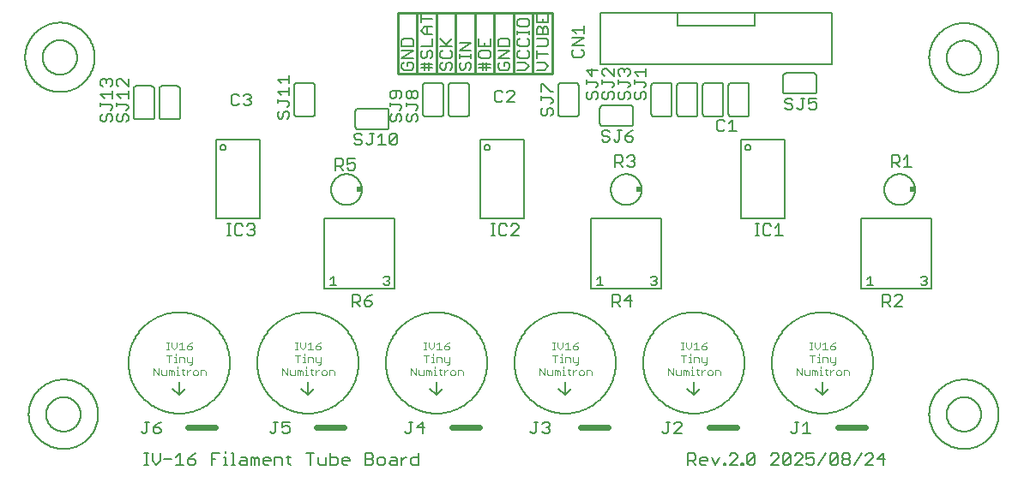
<source format=gto>
G04 EAGLE Gerber RS-274X export*
G75*
%MOMM*%
%FSLAX34Y34*%
%LPD*%
%INSilkscreen Top*%
%IPPOS*%
%AMOC8*
5,1,8,0,0,1.08239X$1,22.5*%
G01*
%ADD10C,0.127000*%
%ADD11C,0.254000*%
%ADD12C,0.076200*%
%ADD13C,0.152400*%
%ADD14R,0.584200X0.609600*%
%ADD15C,0.609600*%
%ADD16C,0.177800*%


D10*
X389882Y405137D02*
X387975Y403230D01*
X387975Y399417D01*
X389882Y397510D01*
X397508Y397510D01*
X399415Y399417D01*
X399415Y403230D01*
X397508Y405137D01*
X393695Y405137D01*
X393695Y401323D01*
X399415Y409204D02*
X387975Y409204D01*
X399415Y416830D01*
X387975Y416830D01*
X387975Y420898D02*
X399415Y420898D01*
X399415Y426618D01*
X397508Y428524D01*
X389882Y428524D01*
X387975Y426618D01*
X387975Y420898D01*
X407025Y399417D02*
X418465Y399417D01*
X418465Y403230D02*
X407025Y403230D01*
X410839Y403230D02*
X410839Y397510D01*
X410839Y403230D02*
X410839Y405137D01*
X414652Y405137D02*
X414652Y397510D01*
X407025Y414924D02*
X408932Y416830D01*
X407025Y414924D02*
X407025Y411111D01*
X408932Y409204D01*
X410839Y409204D01*
X412745Y411111D01*
X412745Y414924D01*
X414652Y416830D01*
X416558Y416830D01*
X418465Y414924D01*
X418465Y411111D01*
X416558Y409204D01*
X418465Y420898D02*
X407025Y420898D01*
X418465Y420898D02*
X418465Y428524D01*
X418465Y432592D02*
X410839Y432592D01*
X407025Y436405D01*
X410839Y440218D01*
X418465Y440218D01*
X412745Y440218D02*
X412745Y432592D01*
X418465Y448099D02*
X407025Y448099D01*
X407025Y444286D02*
X407025Y451912D01*
X427982Y405137D02*
X426075Y403230D01*
X426075Y399417D01*
X427982Y397510D01*
X429889Y397510D01*
X431795Y399417D01*
X431795Y403230D01*
X433702Y405137D01*
X435608Y405137D01*
X437515Y403230D01*
X437515Y399417D01*
X435608Y397510D01*
X426075Y414924D02*
X427982Y416830D01*
X426075Y414924D02*
X426075Y411111D01*
X427982Y409204D01*
X435608Y409204D01*
X437515Y411111D01*
X437515Y414924D01*
X435608Y416830D01*
X437515Y420898D02*
X426075Y420898D01*
X426075Y428524D02*
X433702Y420898D01*
X431795Y422805D02*
X437515Y428524D01*
X447032Y405137D02*
X445125Y403230D01*
X445125Y399417D01*
X447032Y397510D01*
X448939Y397510D01*
X450845Y399417D01*
X450845Y403230D01*
X452752Y405137D01*
X454658Y405137D01*
X456565Y403230D01*
X456565Y399417D01*
X454658Y397510D01*
X456565Y409204D02*
X456565Y413017D01*
X456565Y411111D02*
X445125Y411111D01*
X445125Y413017D02*
X445125Y409204D01*
X445125Y417000D02*
X456565Y417000D01*
X456565Y424626D02*
X445125Y417000D01*
X445125Y424626D02*
X456565Y424626D01*
X464175Y399417D02*
X475615Y399417D01*
X475615Y403230D02*
X464175Y403230D01*
X467989Y403230D02*
X467989Y397510D01*
X467989Y403230D02*
X467989Y405137D01*
X471802Y405137D02*
X471802Y397510D01*
X464175Y411111D02*
X464175Y414924D01*
X464175Y411111D02*
X466082Y409204D01*
X473708Y409204D01*
X475615Y411111D01*
X475615Y414924D01*
X473708Y416830D01*
X466082Y416830D01*
X464175Y414924D01*
X464175Y420898D02*
X464175Y428524D01*
X464175Y420898D02*
X475615Y420898D01*
X475615Y428524D01*
X469895Y424711D02*
X469895Y420898D01*
X485132Y405137D02*
X483225Y403230D01*
X483225Y399417D01*
X485132Y397510D01*
X492758Y397510D01*
X494665Y399417D01*
X494665Y403230D01*
X492758Y405137D01*
X488945Y405137D01*
X488945Y401323D01*
X494665Y409204D02*
X483225Y409204D01*
X494665Y416830D01*
X483225Y416830D01*
X483225Y420898D02*
X494665Y420898D01*
X494665Y426618D01*
X492758Y428524D01*
X485132Y428524D01*
X483225Y426618D01*
X483225Y420898D01*
X502275Y397510D02*
X509902Y397510D01*
X513715Y401323D01*
X509902Y405137D01*
X502275Y405137D01*
X502275Y414924D02*
X504182Y416830D01*
X502275Y414924D02*
X502275Y411111D01*
X504182Y409204D01*
X511808Y409204D01*
X513715Y411111D01*
X513715Y414924D01*
X511808Y416830D01*
X502275Y426618D02*
X504182Y428524D01*
X502275Y426618D02*
X502275Y422805D01*
X504182Y420898D01*
X511808Y420898D01*
X513715Y422805D01*
X513715Y426618D01*
X511808Y428524D01*
X513715Y432592D02*
X513715Y436405D01*
X513715Y434499D02*
X502275Y434499D01*
X502275Y436405D02*
X502275Y432592D01*
X502275Y442295D02*
X502275Y446108D01*
X502275Y442295D02*
X504182Y440388D01*
X511808Y440388D01*
X513715Y442295D01*
X513715Y446108D01*
X511808Y448014D01*
X504182Y448014D01*
X502275Y446108D01*
X521325Y397510D02*
X528952Y397510D01*
X532765Y401323D01*
X528952Y405137D01*
X521325Y405137D01*
X521325Y413017D02*
X532765Y413017D01*
X521325Y409204D02*
X521325Y416830D01*
X521325Y420898D02*
X530858Y420898D01*
X532765Y422805D01*
X532765Y426618D01*
X530858Y428524D01*
X521325Y428524D01*
X521325Y432592D02*
X532765Y432592D01*
X521325Y432592D02*
X521325Y438312D01*
X523232Y440218D01*
X525139Y440218D01*
X527045Y438312D01*
X528952Y440218D01*
X530858Y440218D01*
X532765Y438312D01*
X532765Y432592D01*
X527045Y432592D02*
X527045Y438312D01*
X521325Y444286D02*
X521325Y451912D01*
X521325Y444286D02*
X532765Y444286D01*
X532765Y451912D01*
X527045Y448099D02*
X527045Y444286D01*
X137798Y6985D02*
X133985Y6985D01*
X135892Y6985D02*
X135892Y18425D01*
X137798Y18425D02*
X133985Y18425D01*
X141781Y18425D02*
X141781Y10798D01*
X145594Y6985D01*
X149407Y10798D01*
X149407Y18425D01*
X153475Y12705D02*
X161101Y12705D01*
X165169Y14612D02*
X168982Y18425D01*
X168982Y6985D01*
X165169Y6985D02*
X172795Y6985D01*
X180676Y16518D02*
X184489Y18425D01*
X180676Y16518D02*
X176863Y12705D01*
X176863Y8892D01*
X178770Y6985D01*
X182583Y6985D01*
X184489Y8892D01*
X184489Y10798D01*
X182583Y12705D01*
X176863Y12705D01*
X200251Y6985D02*
X200251Y18425D01*
X207877Y18425D01*
X204064Y12705D02*
X200251Y12705D01*
X211945Y14612D02*
X213851Y14612D01*
X213851Y6985D01*
X211945Y6985D02*
X215758Y6985D01*
X213851Y18425D02*
X213851Y20331D01*
X219741Y18425D02*
X221647Y18425D01*
X221647Y6985D01*
X219741Y6985D02*
X223554Y6985D01*
X229443Y14612D02*
X233257Y14612D01*
X235163Y12705D01*
X235163Y6985D01*
X229443Y6985D01*
X227537Y8892D01*
X229443Y10798D01*
X235163Y10798D01*
X239231Y6985D02*
X239231Y14612D01*
X241137Y14612D01*
X243044Y12705D01*
X243044Y6985D01*
X243044Y12705D02*
X244951Y14612D01*
X246857Y12705D01*
X246857Y6985D01*
X252831Y6985D02*
X256645Y6985D01*
X252831Y6985D02*
X250925Y8892D01*
X250925Y12705D01*
X252831Y14612D01*
X256645Y14612D01*
X258551Y12705D01*
X258551Y10798D01*
X250925Y10798D01*
X262619Y6985D02*
X262619Y14612D01*
X268339Y14612D01*
X270245Y12705D01*
X270245Y6985D01*
X276219Y8892D02*
X276219Y16518D01*
X276219Y8892D02*
X278126Y6985D01*
X278126Y14612D02*
X274313Y14612D01*
X297616Y18425D02*
X297616Y6985D01*
X293803Y18425D02*
X301429Y18425D01*
X305497Y14612D02*
X305497Y8892D01*
X307403Y6985D01*
X313123Y6985D01*
X313123Y14612D01*
X317190Y18425D02*
X317190Y6985D01*
X322910Y6985D01*
X324817Y8892D01*
X324817Y12705D01*
X322910Y14612D01*
X317190Y14612D01*
X330791Y6985D02*
X334604Y6985D01*
X330791Y6985D02*
X328884Y8892D01*
X328884Y12705D01*
X330791Y14612D01*
X334604Y14612D01*
X336511Y12705D01*
X336511Y10798D01*
X328884Y10798D01*
X352272Y6985D02*
X352272Y18425D01*
X357992Y18425D01*
X359899Y16518D01*
X359899Y14612D01*
X357992Y12705D01*
X359899Y10798D01*
X359899Y8892D01*
X357992Y6985D01*
X352272Y6985D01*
X352272Y12705D02*
X357992Y12705D01*
X365873Y6985D02*
X369686Y6985D01*
X371593Y8892D01*
X371593Y12705D01*
X369686Y14612D01*
X365873Y14612D01*
X363966Y12705D01*
X363966Y8892D01*
X365873Y6985D01*
X377567Y14612D02*
X381380Y14612D01*
X383287Y12705D01*
X383287Y6985D01*
X377567Y6985D01*
X375660Y8892D01*
X377567Y10798D01*
X383287Y10798D01*
X387354Y6985D02*
X387354Y14612D01*
X387354Y10798D02*
X391168Y14612D01*
X393074Y14612D01*
X404726Y18425D02*
X404726Y6985D01*
X399006Y6985D01*
X397099Y8892D01*
X397099Y12705D01*
X399006Y14612D01*
X404726Y14612D01*
X670560Y18425D02*
X670560Y6985D01*
X670560Y18425D02*
X676280Y18425D01*
X678187Y16518D01*
X678187Y12705D01*
X676280Y10798D01*
X670560Y10798D01*
X674373Y10798D02*
X678187Y6985D01*
X684161Y6985D02*
X687974Y6985D01*
X684161Y6985D02*
X682254Y8892D01*
X682254Y12705D01*
X684161Y14612D01*
X687974Y14612D01*
X689880Y12705D01*
X689880Y10798D01*
X682254Y10798D01*
X693948Y14612D02*
X697761Y6985D01*
X701574Y14612D01*
X705642Y8892D02*
X705642Y6985D01*
X705642Y8892D02*
X707549Y8892D01*
X707549Y6985D01*
X705642Y6985D01*
X711489Y6985D02*
X719115Y6985D01*
X711489Y6985D02*
X719115Y14612D01*
X719115Y16518D01*
X717209Y18425D01*
X713396Y18425D01*
X711489Y16518D01*
X723183Y8892D02*
X723183Y6985D01*
X723183Y8892D02*
X725089Y8892D01*
X725089Y6985D01*
X723183Y6985D01*
X729030Y8892D02*
X729030Y16518D01*
X730936Y18425D01*
X734750Y18425D01*
X736656Y16518D01*
X736656Y8892D01*
X734750Y6985D01*
X730936Y6985D01*
X729030Y8892D01*
X736656Y16518D01*
X752418Y6985D02*
X760044Y6985D01*
X752418Y6985D02*
X760044Y14612D01*
X760044Y16518D01*
X758138Y18425D01*
X754324Y18425D01*
X752418Y16518D01*
X764112Y16518D02*
X764112Y8892D01*
X764112Y16518D02*
X766018Y18425D01*
X769832Y18425D01*
X771738Y16518D01*
X771738Y8892D01*
X769832Y6985D01*
X766018Y6985D01*
X764112Y8892D01*
X771738Y16518D01*
X775806Y6985D02*
X783432Y6985D01*
X775806Y6985D02*
X783432Y14612D01*
X783432Y16518D01*
X781526Y18425D01*
X777712Y18425D01*
X775806Y16518D01*
X787500Y18425D02*
X795126Y18425D01*
X787500Y18425D02*
X787500Y12705D01*
X791313Y14612D01*
X793220Y14612D01*
X795126Y12705D01*
X795126Y8892D01*
X793220Y6985D01*
X789406Y6985D01*
X787500Y8892D01*
X799194Y6985D02*
X806820Y18425D01*
X810888Y16518D02*
X810888Y8892D01*
X810888Y16518D02*
X812794Y18425D01*
X816607Y18425D01*
X818514Y16518D01*
X818514Y8892D01*
X816607Y6985D01*
X812794Y6985D01*
X810888Y8892D01*
X818514Y16518D01*
X822582Y16518D02*
X824488Y18425D01*
X828301Y18425D01*
X830208Y16518D01*
X830208Y14612D01*
X828301Y12705D01*
X830208Y10798D01*
X830208Y8892D01*
X828301Y6985D01*
X824488Y6985D01*
X822582Y8892D01*
X822582Y10798D01*
X824488Y12705D01*
X822582Y14612D01*
X822582Y16518D01*
X824488Y12705D02*
X828301Y12705D01*
X834276Y6985D02*
X841902Y18425D01*
X845970Y6985D02*
X853596Y6985D01*
X845970Y6985D02*
X853596Y14612D01*
X853596Y16518D01*
X851689Y18425D01*
X847876Y18425D01*
X845970Y16518D01*
X863383Y18425D02*
X863383Y6985D01*
X857663Y12705D02*
X863383Y18425D01*
X865290Y12705D02*
X857663Y12705D01*
D11*
X403225Y393700D02*
X403225Y454025D01*
X403225Y393700D02*
X422275Y393700D01*
X422275Y454025D01*
X384175Y454025D01*
X384175Y393700D01*
X403225Y393700D01*
X422275Y393700D02*
X441325Y393700D01*
X460375Y393700D01*
X479425Y393700D01*
X498475Y393700D01*
X517525Y393700D01*
X536575Y393700D01*
X536575Y454025D01*
X441325Y454025D02*
X422275Y454025D01*
X441325Y454025D02*
X460375Y454025D01*
X479425Y454025D01*
X498475Y454025D01*
X517525Y454025D01*
X536575Y454025D01*
X441325Y454025D02*
X441325Y393700D01*
X460375Y393700D02*
X460375Y454025D01*
X479425Y454025D02*
X479425Y393700D01*
X498475Y393700D02*
X498475Y454025D01*
X517525Y454025D02*
X517525Y393700D01*
D10*
X753275Y107950D02*
X753290Y109177D01*
X753335Y110403D01*
X753410Y111628D01*
X753516Y112851D01*
X753651Y114071D01*
X753816Y115287D01*
X754011Y116498D01*
X754236Y117705D01*
X754490Y118905D01*
X754773Y120099D01*
X755086Y121286D01*
X755428Y122464D01*
X755799Y123634D01*
X756198Y124794D01*
X756625Y125945D01*
X757081Y127084D01*
X757565Y128212D01*
X758076Y129328D01*
X758614Y130431D01*
X759179Y131520D01*
X759771Y132595D01*
X760389Y133655D01*
X761032Y134700D01*
X761702Y135729D01*
X762396Y136740D01*
X763115Y137735D01*
X763858Y138712D01*
X764624Y139670D01*
X765415Y140609D01*
X766227Y141528D01*
X767063Y142427D01*
X767920Y143305D01*
X768798Y144162D01*
X769697Y144998D01*
X770616Y145810D01*
X771555Y146601D01*
X772513Y147367D01*
X773490Y148110D01*
X774485Y148829D01*
X775496Y149523D01*
X776525Y150193D01*
X777570Y150836D01*
X778630Y151454D01*
X779705Y152046D01*
X780794Y152611D01*
X781897Y153149D01*
X783013Y153660D01*
X784141Y154144D01*
X785280Y154600D01*
X786431Y155027D01*
X787591Y155426D01*
X788761Y155797D01*
X789939Y156139D01*
X791126Y156452D01*
X792320Y156735D01*
X793520Y156989D01*
X794727Y157214D01*
X795938Y157409D01*
X797154Y157574D01*
X798374Y157709D01*
X799597Y157815D01*
X800822Y157890D01*
X802048Y157935D01*
X803275Y157950D01*
X804502Y157935D01*
X805728Y157890D01*
X806953Y157815D01*
X808176Y157709D01*
X809396Y157574D01*
X810612Y157409D01*
X811823Y157214D01*
X813030Y156989D01*
X814230Y156735D01*
X815424Y156452D01*
X816611Y156139D01*
X817789Y155797D01*
X818959Y155426D01*
X820119Y155027D01*
X821270Y154600D01*
X822409Y154144D01*
X823537Y153660D01*
X824653Y153149D01*
X825756Y152611D01*
X826845Y152046D01*
X827920Y151454D01*
X828980Y150836D01*
X830025Y150193D01*
X831054Y149523D01*
X832065Y148829D01*
X833060Y148110D01*
X834037Y147367D01*
X834995Y146601D01*
X835934Y145810D01*
X836853Y144998D01*
X837752Y144162D01*
X838630Y143305D01*
X839487Y142427D01*
X840323Y141528D01*
X841135Y140609D01*
X841926Y139670D01*
X842692Y138712D01*
X843435Y137735D01*
X844154Y136740D01*
X844848Y135729D01*
X845518Y134700D01*
X846161Y133655D01*
X846779Y132595D01*
X847371Y131520D01*
X847936Y130431D01*
X848474Y129328D01*
X848985Y128212D01*
X849469Y127084D01*
X849925Y125945D01*
X850352Y124794D01*
X850751Y123634D01*
X851122Y122464D01*
X851464Y121286D01*
X851777Y120099D01*
X852060Y118905D01*
X852314Y117705D01*
X852539Y116498D01*
X852734Y115287D01*
X852899Y114071D01*
X853034Y112851D01*
X853140Y111628D01*
X853215Y110403D01*
X853260Y109177D01*
X853275Y107950D01*
X853260Y106723D01*
X853215Y105497D01*
X853140Y104272D01*
X853034Y103049D01*
X852899Y101829D01*
X852734Y100613D01*
X852539Y99402D01*
X852314Y98195D01*
X852060Y96995D01*
X851777Y95801D01*
X851464Y94614D01*
X851122Y93436D01*
X850751Y92266D01*
X850352Y91106D01*
X849925Y89955D01*
X849469Y88816D01*
X848985Y87688D01*
X848474Y86572D01*
X847936Y85469D01*
X847371Y84380D01*
X846779Y83305D01*
X846161Y82245D01*
X845518Y81200D01*
X844848Y80171D01*
X844154Y79160D01*
X843435Y78165D01*
X842692Y77188D01*
X841926Y76230D01*
X841135Y75291D01*
X840323Y74372D01*
X839487Y73473D01*
X838630Y72595D01*
X837752Y71738D01*
X836853Y70902D01*
X835934Y70090D01*
X834995Y69299D01*
X834037Y68533D01*
X833060Y67790D01*
X832065Y67071D01*
X831054Y66377D01*
X830025Y65707D01*
X828980Y65064D01*
X827920Y64446D01*
X826845Y63854D01*
X825756Y63289D01*
X824653Y62751D01*
X823537Y62240D01*
X822409Y61756D01*
X821270Y61300D01*
X820119Y60873D01*
X818959Y60474D01*
X817789Y60103D01*
X816611Y59761D01*
X815424Y59448D01*
X814230Y59165D01*
X813030Y58911D01*
X811823Y58686D01*
X810612Y58491D01*
X809396Y58326D01*
X808176Y58191D01*
X806953Y58085D01*
X805728Y58010D01*
X804502Y57965D01*
X803275Y57950D01*
X802048Y57965D01*
X800822Y58010D01*
X799597Y58085D01*
X798374Y58191D01*
X797154Y58326D01*
X795938Y58491D01*
X794727Y58686D01*
X793520Y58911D01*
X792320Y59165D01*
X791126Y59448D01*
X789939Y59761D01*
X788761Y60103D01*
X787591Y60474D01*
X786431Y60873D01*
X785280Y61300D01*
X784141Y61756D01*
X783013Y62240D01*
X781897Y62751D01*
X780794Y63289D01*
X779705Y63854D01*
X778630Y64446D01*
X777570Y65064D01*
X776525Y65707D01*
X775496Y66377D01*
X774485Y67071D01*
X773490Y67790D01*
X772513Y68533D01*
X771555Y69299D01*
X770616Y70090D01*
X769697Y70902D01*
X768798Y71738D01*
X767920Y72595D01*
X767063Y73473D01*
X766227Y74372D01*
X765415Y75291D01*
X764624Y76230D01*
X763858Y77188D01*
X763115Y78165D01*
X762396Y79160D01*
X761702Y80171D01*
X761032Y81200D01*
X760389Y82245D01*
X759771Y83305D01*
X759179Y84380D01*
X758614Y85469D01*
X758076Y86572D01*
X757565Y87688D01*
X757081Y88816D01*
X756625Y89955D01*
X756198Y91106D01*
X755799Y92266D01*
X755428Y93436D01*
X755086Y94614D01*
X754773Y95801D01*
X754490Y96995D01*
X754236Y98195D01*
X754011Y99402D01*
X753816Y100613D01*
X753651Y101829D01*
X753516Y103049D01*
X753410Y104272D01*
X753335Y105497D01*
X753290Y106723D01*
X753275Y107950D01*
D12*
X790956Y121031D02*
X793413Y121031D01*
X792185Y121031D02*
X792185Y128403D01*
X793413Y128403D02*
X790956Y128403D01*
X795945Y128403D02*
X795945Y123488D01*
X798403Y121031D01*
X800860Y123488D01*
X800860Y128403D01*
X803430Y125946D02*
X805887Y128403D01*
X805887Y121031D01*
X803430Y121031D02*
X808344Y121031D01*
X813371Y127175D02*
X815829Y128403D01*
X813371Y127175D02*
X810914Y124717D01*
X810914Y122260D01*
X812142Y121031D01*
X814600Y121031D01*
X815829Y122260D01*
X815829Y123488D01*
X814600Y124717D01*
X810914Y124717D01*
X793413Y115703D02*
X793413Y108331D01*
X790956Y115703D02*
X795871Y115703D01*
X798440Y113246D02*
X799669Y113246D01*
X799669Y108331D01*
X798440Y108331D02*
X800898Y108331D01*
X799669Y115703D02*
X799669Y116932D01*
X803430Y113246D02*
X803430Y108331D01*
X803430Y113246D02*
X807116Y113246D01*
X808344Y112017D01*
X808344Y108331D01*
X810914Y109560D02*
X810914Y113246D01*
X810914Y109560D02*
X812142Y108331D01*
X815829Y108331D01*
X815829Y107102D02*
X815829Y113246D01*
X815829Y107102D02*
X814600Y105874D01*
X813371Y105874D01*
X778256Y103003D02*
X778256Y95631D01*
X783171Y95631D02*
X778256Y103003D01*
X783171Y103003D02*
X783171Y95631D01*
X785740Y96860D02*
X785740Y100546D01*
X785740Y96860D02*
X786969Y95631D01*
X790655Y95631D01*
X790655Y100546D01*
X793224Y100546D02*
X793224Y95631D01*
X793224Y100546D02*
X794453Y100546D01*
X795682Y99317D01*
X795682Y95631D01*
X795682Y99317D02*
X796910Y100546D01*
X798139Y99317D01*
X798139Y95631D01*
X800708Y100546D02*
X801937Y100546D01*
X801937Y95631D01*
X800708Y95631D02*
X803166Y95631D01*
X801937Y103003D02*
X801937Y104232D01*
X806927Y101775D02*
X806927Y96860D01*
X808155Y95631D01*
X808155Y100546D02*
X805698Y100546D01*
X810687Y100546D02*
X810687Y95631D01*
X810687Y98088D02*
X813145Y100546D01*
X814373Y100546D01*
X818153Y95631D02*
X820610Y95631D01*
X821839Y96860D01*
X821839Y99317D01*
X820610Y100546D01*
X818153Y100546D01*
X816924Y99317D01*
X816924Y96860D01*
X818153Y95631D01*
X824408Y95631D02*
X824408Y100546D01*
X828094Y100546D01*
X829323Y99317D01*
X829323Y95631D01*
D10*
X803275Y88900D02*
X803275Y76200D01*
X796925Y82550D01*
X803275Y76200D02*
X809625Y82550D01*
X626275Y107950D02*
X626290Y109177D01*
X626335Y110403D01*
X626410Y111628D01*
X626516Y112851D01*
X626651Y114071D01*
X626816Y115287D01*
X627011Y116498D01*
X627236Y117705D01*
X627490Y118905D01*
X627773Y120099D01*
X628086Y121286D01*
X628428Y122464D01*
X628799Y123634D01*
X629198Y124794D01*
X629625Y125945D01*
X630081Y127084D01*
X630565Y128212D01*
X631076Y129328D01*
X631614Y130431D01*
X632179Y131520D01*
X632771Y132595D01*
X633389Y133655D01*
X634032Y134700D01*
X634702Y135729D01*
X635396Y136740D01*
X636115Y137735D01*
X636858Y138712D01*
X637624Y139670D01*
X638415Y140609D01*
X639227Y141528D01*
X640063Y142427D01*
X640920Y143305D01*
X641798Y144162D01*
X642697Y144998D01*
X643616Y145810D01*
X644555Y146601D01*
X645513Y147367D01*
X646490Y148110D01*
X647485Y148829D01*
X648496Y149523D01*
X649525Y150193D01*
X650570Y150836D01*
X651630Y151454D01*
X652705Y152046D01*
X653794Y152611D01*
X654897Y153149D01*
X656013Y153660D01*
X657141Y154144D01*
X658280Y154600D01*
X659431Y155027D01*
X660591Y155426D01*
X661761Y155797D01*
X662939Y156139D01*
X664126Y156452D01*
X665320Y156735D01*
X666520Y156989D01*
X667727Y157214D01*
X668938Y157409D01*
X670154Y157574D01*
X671374Y157709D01*
X672597Y157815D01*
X673822Y157890D01*
X675048Y157935D01*
X676275Y157950D01*
X677502Y157935D01*
X678728Y157890D01*
X679953Y157815D01*
X681176Y157709D01*
X682396Y157574D01*
X683612Y157409D01*
X684823Y157214D01*
X686030Y156989D01*
X687230Y156735D01*
X688424Y156452D01*
X689611Y156139D01*
X690789Y155797D01*
X691959Y155426D01*
X693119Y155027D01*
X694270Y154600D01*
X695409Y154144D01*
X696537Y153660D01*
X697653Y153149D01*
X698756Y152611D01*
X699845Y152046D01*
X700920Y151454D01*
X701980Y150836D01*
X703025Y150193D01*
X704054Y149523D01*
X705065Y148829D01*
X706060Y148110D01*
X707037Y147367D01*
X707995Y146601D01*
X708934Y145810D01*
X709853Y144998D01*
X710752Y144162D01*
X711630Y143305D01*
X712487Y142427D01*
X713323Y141528D01*
X714135Y140609D01*
X714926Y139670D01*
X715692Y138712D01*
X716435Y137735D01*
X717154Y136740D01*
X717848Y135729D01*
X718518Y134700D01*
X719161Y133655D01*
X719779Y132595D01*
X720371Y131520D01*
X720936Y130431D01*
X721474Y129328D01*
X721985Y128212D01*
X722469Y127084D01*
X722925Y125945D01*
X723352Y124794D01*
X723751Y123634D01*
X724122Y122464D01*
X724464Y121286D01*
X724777Y120099D01*
X725060Y118905D01*
X725314Y117705D01*
X725539Y116498D01*
X725734Y115287D01*
X725899Y114071D01*
X726034Y112851D01*
X726140Y111628D01*
X726215Y110403D01*
X726260Y109177D01*
X726275Y107950D01*
X726260Y106723D01*
X726215Y105497D01*
X726140Y104272D01*
X726034Y103049D01*
X725899Y101829D01*
X725734Y100613D01*
X725539Y99402D01*
X725314Y98195D01*
X725060Y96995D01*
X724777Y95801D01*
X724464Y94614D01*
X724122Y93436D01*
X723751Y92266D01*
X723352Y91106D01*
X722925Y89955D01*
X722469Y88816D01*
X721985Y87688D01*
X721474Y86572D01*
X720936Y85469D01*
X720371Y84380D01*
X719779Y83305D01*
X719161Y82245D01*
X718518Y81200D01*
X717848Y80171D01*
X717154Y79160D01*
X716435Y78165D01*
X715692Y77188D01*
X714926Y76230D01*
X714135Y75291D01*
X713323Y74372D01*
X712487Y73473D01*
X711630Y72595D01*
X710752Y71738D01*
X709853Y70902D01*
X708934Y70090D01*
X707995Y69299D01*
X707037Y68533D01*
X706060Y67790D01*
X705065Y67071D01*
X704054Y66377D01*
X703025Y65707D01*
X701980Y65064D01*
X700920Y64446D01*
X699845Y63854D01*
X698756Y63289D01*
X697653Y62751D01*
X696537Y62240D01*
X695409Y61756D01*
X694270Y61300D01*
X693119Y60873D01*
X691959Y60474D01*
X690789Y60103D01*
X689611Y59761D01*
X688424Y59448D01*
X687230Y59165D01*
X686030Y58911D01*
X684823Y58686D01*
X683612Y58491D01*
X682396Y58326D01*
X681176Y58191D01*
X679953Y58085D01*
X678728Y58010D01*
X677502Y57965D01*
X676275Y57950D01*
X675048Y57965D01*
X673822Y58010D01*
X672597Y58085D01*
X671374Y58191D01*
X670154Y58326D01*
X668938Y58491D01*
X667727Y58686D01*
X666520Y58911D01*
X665320Y59165D01*
X664126Y59448D01*
X662939Y59761D01*
X661761Y60103D01*
X660591Y60474D01*
X659431Y60873D01*
X658280Y61300D01*
X657141Y61756D01*
X656013Y62240D01*
X654897Y62751D01*
X653794Y63289D01*
X652705Y63854D01*
X651630Y64446D01*
X650570Y65064D01*
X649525Y65707D01*
X648496Y66377D01*
X647485Y67071D01*
X646490Y67790D01*
X645513Y68533D01*
X644555Y69299D01*
X643616Y70090D01*
X642697Y70902D01*
X641798Y71738D01*
X640920Y72595D01*
X640063Y73473D01*
X639227Y74372D01*
X638415Y75291D01*
X637624Y76230D01*
X636858Y77188D01*
X636115Y78165D01*
X635396Y79160D01*
X634702Y80171D01*
X634032Y81200D01*
X633389Y82245D01*
X632771Y83305D01*
X632179Y84380D01*
X631614Y85469D01*
X631076Y86572D01*
X630565Y87688D01*
X630081Y88816D01*
X629625Y89955D01*
X629198Y91106D01*
X628799Y92266D01*
X628428Y93436D01*
X628086Y94614D01*
X627773Y95801D01*
X627490Y96995D01*
X627236Y98195D01*
X627011Y99402D01*
X626816Y100613D01*
X626651Y101829D01*
X626516Y103049D01*
X626410Y104272D01*
X626335Y105497D01*
X626290Y106723D01*
X626275Y107950D01*
D12*
X663956Y121031D02*
X666413Y121031D01*
X665185Y121031D02*
X665185Y128403D01*
X666413Y128403D02*
X663956Y128403D01*
X668945Y128403D02*
X668945Y123488D01*
X671403Y121031D01*
X673860Y123488D01*
X673860Y128403D01*
X676430Y125946D02*
X678887Y128403D01*
X678887Y121031D01*
X676430Y121031D02*
X681344Y121031D01*
X686371Y127175D02*
X688829Y128403D01*
X686371Y127175D02*
X683914Y124717D01*
X683914Y122260D01*
X685142Y121031D01*
X687600Y121031D01*
X688829Y122260D01*
X688829Y123488D01*
X687600Y124717D01*
X683914Y124717D01*
X666413Y115703D02*
X666413Y108331D01*
X663956Y115703D02*
X668871Y115703D01*
X671440Y113246D02*
X672669Y113246D01*
X672669Y108331D01*
X671440Y108331D02*
X673898Y108331D01*
X672669Y115703D02*
X672669Y116932D01*
X676430Y113246D02*
X676430Y108331D01*
X676430Y113246D02*
X680116Y113246D01*
X681344Y112017D01*
X681344Y108331D01*
X683914Y109560D02*
X683914Y113246D01*
X683914Y109560D02*
X685142Y108331D01*
X688829Y108331D01*
X688829Y107102D02*
X688829Y113246D01*
X688829Y107102D02*
X687600Y105874D01*
X686371Y105874D01*
X651256Y103003D02*
X651256Y95631D01*
X656171Y95631D02*
X651256Y103003D01*
X656171Y103003D02*
X656171Y95631D01*
X658740Y96860D02*
X658740Y100546D01*
X658740Y96860D02*
X659969Y95631D01*
X663655Y95631D01*
X663655Y100546D01*
X666224Y100546D02*
X666224Y95631D01*
X666224Y100546D02*
X667453Y100546D01*
X668682Y99317D01*
X668682Y95631D01*
X668682Y99317D02*
X669910Y100546D01*
X671139Y99317D01*
X671139Y95631D01*
X673708Y100546D02*
X674937Y100546D01*
X674937Y95631D01*
X673708Y95631D02*
X676166Y95631D01*
X674937Y103003D02*
X674937Y104232D01*
X679927Y101775D02*
X679927Y96860D01*
X681155Y95631D01*
X681155Y100546D02*
X678698Y100546D01*
X683687Y100546D02*
X683687Y95631D01*
X683687Y98088D02*
X686145Y100546D01*
X687373Y100546D01*
X691153Y95631D02*
X693610Y95631D01*
X694839Y96860D01*
X694839Y99317D01*
X693610Y100546D01*
X691153Y100546D01*
X689924Y99317D01*
X689924Y96860D01*
X691153Y95631D01*
X697408Y95631D02*
X697408Y100546D01*
X701094Y100546D01*
X702323Y99317D01*
X702323Y95631D01*
D10*
X676275Y88900D02*
X676275Y76200D01*
X669925Y82550D01*
X676275Y76200D02*
X682625Y82550D01*
X499275Y107950D02*
X499290Y109177D01*
X499335Y110403D01*
X499410Y111628D01*
X499516Y112851D01*
X499651Y114071D01*
X499816Y115287D01*
X500011Y116498D01*
X500236Y117705D01*
X500490Y118905D01*
X500773Y120099D01*
X501086Y121286D01*
X501428Y122464D01*
X501799Y123634D01*
X502198Y124794D01*
X502625Y125945D01*
X503081Y127084D01*
X503565Y128212D01*
X504076Y129328D01*
X504614Y130431D01*
X505179Y131520D01*
X505771Y132595D01*
X506389Y133655D01*
X507032Y134700D01*
X507702Y135729D01*
X508396Y136740D01*
X509115Y137735D01*
X509858Y138712D01*
X510624Y139670D01*
X511415Y140609D01*
X512227Y141528D01*
X513063Y142427D01*
X513920Y143305D01*
X514798Y144162D01*
X515697Y144998D01*
X516616Y145810D01*
X517555Y146601D01*
X518513Y147367D01*
X519490Y148110D01*
X520485Y148829D01*
X521496Y149523D01*
X522525Y150193D01*
X523570Y150836D01*
X524630Y151454D01*
X525705Y152046D01*
X526794Y152611D01*
X527897Y153149D01*
X529013Y153660D01*
X530141Y154144D01*
X531280Y154600D01*
X532431Y155027D01*
X533591Y155426D01*
X534761Y155797D01*
X535939Y156139D01*
X537126Y156452D01*
X538320Y156735D01*
X539520Y156989D01*
X540727Y157214D01*
X541938Y157409D01*
X543154Y157574D01*
X544374Y157709D01*
X545597Y157815D01*
X546822Y157890D01*
X548048Y157935D01*
X549275Y157950D01*
X550502Y157935D01*
X551728Y157890D01*
X552953Y157815D01*
X554176Y157709D01*
X555396Y157574D01*
X556612Y157409D01*
X557823Y157214D01*
X559030Y156989D01*
X560230Y156735D01*
X561424Y156452D01*
X562611Y156139D01*
X563789Y155797D01*
X564959Y155426D01*
X566119Y155027D01*
X567270Y154600D01*
X568409Y154144D01*
X569537Y153660D01*
X570653Y153149D01*
X571756Y152611D01*
X572845Y152046D01*
X573920Y151454D01*
X574980Y150836D01*
X576025Y150193D01*
X577054Y149523D01*
X578065Y148829D01*
X579060Y148110D01*
X580037Y147367D01*
X580995Y146601D01*
X581934Y145810D01*
X582853Y144998D01*
X583752Y144162D01*
X584630Y143305D01*
X585487Y142427D01*
X586323Y141528D01*
X587135Y140609D01*
X587926Y139670D01*
X588692Y138712D01*
X589435Y137735D01*
X590154Y136740D01*
X590848Y135729D01*
X591518Y134700D01*
X592161Y133655D01*
X592779Y132595D01*
X593371Y131520D01*
X593936Y130431D01*
X594474Y129328D01*
X594985Y128212D01*
X595469Y127084D01*
X595925Y125945D01*
X596352Y124794D01*
X596751Y123634D01*
X597122Y122464D01*
X597464Y121286D01*
X597777Y120099D01*
X598060Y118905D01*
X598314Y117705D01*
X598539Y116498D01*
X598734Y115287D01*
X598899Y114071D01*
X599034Y112851D01*
X599140Y111628D01*
X599215Y110403D01*
X599260Y109177D01*
X599275Y107950D01*
X599260Y106723D01*
X599215Y105497D01*
X599140Y104272D01*
X599034Y103049D01*
X598899Y101829D01*
X598734Y100613D01*
X598539Y99402D01*
X598314Y98195D01*
X598060Y96995D01*
X597777Y95801D01*
X597464Y94614D01*
X597122Y93436D01*
X596751Y92266D01*
X596352Y91106D01*
X595925Y89955D01*
X595469Y88816D01*
X594985Y87688D01*
X594474Y86572D01*
X593936Y85469D01*
X593371Y84380D01*
X592779Y83305D01*
X592161Y82245D01*
X591518Y81200D01*
X590848Y80171D01*
X590154Y79160D01*
X589435Y78165D01*
X588692Y77188D01*
X587926Y76230D01*
X587135Y75291D01*
X586323Y74372D01*
X585487Y73473D01*
X584630Y72595D01*
X583752Y71738D01*
X582853Y70902D01*
X581934Y70090D01*
X580995Y69299D01*
X580037Y68533D01*
X579060Y67790D01*
X578065Y67071D01*
X577054Y66377D01*
X576025Y65707D01*
X574980Y65064D01*
X573920Y64446D01*
X572845Y63854D01*
X571756Y63289D01*
X570653Y62751D01*
X569537Y62240D01*
X568409Y61756D01*
X567270Y61300D01*
X566119Y60873D01*
X564959Y60474D01*
X563789Y60103D01*
X562611Y59761D01*
X561424Y59448D01*
X560230Y59165D01*
X559030Y58911D01*
X557823Y58686D01*
X556612Y58491D01*
X555396Y58326D01*
X554176Y58191D01*
X552953Y58085D01*
X551728Y58010D01*
X550502Y57965D01*
X549275Y57950D01*
X548048Y57965D01*
X546822Y58010D01*
X545597Y58085D01*
X544374Y58191D01*
X543154Y58326D01*
X541938Y58491D01*
X540727Y58686D01*
X539520Y58911D01*
X538320Y59165D01*
X537126Y59448D01*
X535939Y59761D01*
X534761Y60103D01*
X533591Y60474D01*
X532431Y60873D01*
X531280Y61300D01*
X530141Y61756D01*
X529013Y62240D01*
X527897Y62751D01*
X526794Y63289D01*
X525705Y63854D01*
X524630Y64446D01*
X523570Y65064D01*
X522525Y65707D01*
X521496Y66377D01*
X520485Y67071D01*
X519490Y67790D01*
X518513Y68533D01*
X517555Y69299D01*
X516616Y70090D01*
X515697Y70902D01*
X514798Y71738D01*
X513920Y72595D01*
X513063Y73473D01*
X512227Y74372D01*
X511415Y75291D01*
X510624Y76230D01*
X509858Y77188D01*
X509115Y78165D01*
X508396Y79160D01*
X507702Y80171D01*
X507032Y81200D01*
X506389Y82245D01*
X505771Y83305D01*
X505179Y84380D01*
X504614Y85469D01*
X504076Y86572D01*
X503565Y87688D01*
X503081Y88816D01*
X502625Y89955D01*
X502198Y91106D01*
X501799Y92266D01*
X501428Y93436D01*
X501086Y94614D01*
X500773Y95801D01*
X500490Y96995D01*
X500236Y98195D01*
X500011Y99402D01*
X499816Y100613D01*
X499651Y101829D01*
X499516Y103049D01*
X499410Y104272D01*
X499335Y105497D01*
X499290Y106723D01*
X499275Y107950D01*
D12*
X536956Y121031D02*
X539413Y121031D01*
X538185Y121031D02*
X538185Y128403D01*
X539413Y128403D02*
X536956Y128403D01*
X541945Y128403D02*
X541945Y123488D01*
X544403Y121031D01*
X546860Y123488D01*
X546860Y128403D01*
X549430Y125946D02*
X551887Y128403D01*
X551887Y121031D01*
X549430Y121031D02*
X554344Y121031D01*
X559371Y127175D02*
X561829Y128403D01*
X559371Y127175D02*
X556914Y124717D01*
X556914Y122260D01*
X558142Y121031D01*
X560600Y121031D01*
X561829Y122260D01*
X561829Y123488D01*
X560600Y124717D01*
X556914Y124717D01*
X539413Y115703D02*
X539413Y108331D01*
X536956Y115703D02*
X541871Y115703D01*
X544440Y113246D02*
X545669Y113246D01*
X545669Y108331D01*
X544440Y108331D02*
X546898Y108331D01*
X545669Y115703D02*
X545669Y116932D01*
X549430Y113246D02*
X549430Y108331D01*
X549430Y113246D02*
X553116Y113246D01*
X554344Y112017D01*
X554344Y108331D01*
X556914Y109560D02*
X556914Y113246D01*
X556914Y109560D02*
X558142Y108331D01*
X561829Y108331D01*
X561829Y107102D02*
X561829Y113246D01*
X561829Y107102D02*
X560600Y105874D01*
X559371Y105874D01*
X524256Y103003D02*
X524256Y95631D01*
X529171Y95631D02*
X524256Y103003D01*
X529171Y103003D02*
X529171Y95631D01*
X531740Y96860D02*
X531740Y100546D01*
X531740Y96860D02*
X532969Y95631D01*
X536655Y95631D01*
X536655Y100546D01*
X539224Y100546D02*
X539224Y95631D01*
X539224Y100546D02*
X540453Y100546D01*
X541682Y99317D01*
X541682Y95631D01*
X541682Y99317D02*
X542910Y100546D01*
X544139Y99317D01*
X544139Y95631D01*
X546708Y100546D02*
X547937Y100546D01*
X547937Y95631D01*
X546708Y95631D02*
X549166Y95631D01*
X547937Y103003D02*
X547937Y104232D01*
X552927Y101775D02*
X552927Y96860D01*
X554155Y95631D01*
X554155Y100546D02*
X551698Y100546D01*
X556687Y100546D02*
X556687Y95631D01*
X556687Y98088D02*
X559145Y100546D01*
X560373Y100546D01*
X564153Y95631D02*
X566610Y95631D01*
X567839Y96860D01*
X567839Y99317D01*
X566610Y100546D01*
X564153Y100546D01*
X562924Y99317D01*
X562924Y96860D01*
X564153Y95631D01*
X570408Y95631D02*
X570408Y100546D01*
X574094Y100546D01*
X575323Y99317D01*
X575323Y95631D01*
D10*
X549275Y88900D02*
X549275Y76200D01*
X542925Y82550D01*
X549275Y76200D02*
X555625Y82550D01*
X372275Y107950D02*
X372290Y109177D01*
X372335Y110403D01*
X372410Y111628D01*
X372516Y112851D01*
X372651Y114071D01*
X372816Y115287D01*
X373011Y116498D01*
X373236Y117705D01*
X373490Y118905D01*
X373773Y120099D01*
X374086Y121286D01*
X374428Y122464D01*
X374799Y123634D01*
X375198Y124794D01*
X375625Y125945D01*
X376081Y127084D01*
X376565Y128212D01*
X377076Y129328D01*
X377614Y130431D01*
X378179Y131520D01*
X378771Y132595D01*
X379389Y133655D01*
X380032Y134700D01*
X380702Y135729D01*
X381396Y136740D01*
X382115Y137735D01*
X382858Y138712D01*
X383624Y139670D01*
X384415Y140609D01*
X385227Y141528D01*
X386063Y142427D01*
X386920Y143305D01*
X387798Y144162D01*
X388697Y144998D01*
X389616Y145810D01*
X390555Y146601D01*
X391513Y147367D01*
X392490Y148110D01*
X393485Y148829D01*
X394496Y149523D01*
X395525Y150193D01*
X396570Y150836D01*
X397630Y151454D01*
X398705Y152046D01*
X399794Y152611D01*
X400897Y153149D01*
X402013Y153660D01*
X403141Y154144D01*
X404280Y154600D01*
X405431Y155027D01*
X406591Y155426D01*
X407761Y155797D01*
X408939Y156139D01*
X410126Y156452D01*
X411320Y156735D01*
X412520Y156989D01*
X413727Y157214D01*
X414938Y157409D01*
X416154Y157574D01*
X417374Y157709D01*
X418597Y157815D01*
X419822Y157890D01*
X421048Y157935D01*
X422275Y157950D01*
X423502Y157935D01*
X424728Y157890D01*
X425953Y157815D01*
X427176Y157709D01*
X428396Y157574D01*
X429612Y157409D01*
X430823Y157214D01*
X432030Y156989D01*
X433230Y156735D01*
X434424Y156452D01*
X435611Y156139D01*
X436789Y155797D01*
X437959Y155426D01*
X439119Y155027D01*
X440270Y154600D01*
X441409Y154144D01*
X442537Y153660D01*
X443653Y153149D01*
X444756Y152611D01*
X445845Y152046D01*
X446920Y151454D01*
X447980Y150836D01*
X449025Y150193D01*
X450054Y149523D01*
X451065Y148829D01*
X452060Y148110D01*
X453037Y147367D01*
X453995Y146601D01*
X454934Y145810D01*
X455853Y144998D01*
X456752Y144162D01*
X457630Y143305D01*
X458487Y142427D01*
X459323Y141528D01*
X460135Y140609D01*
X460926Y139670D01*
X461692Y138712D01*
X462435Y137735D01*
X463154Y136740D01*
X463848Y135729D01*
X464518Y134700D01*
X465161Y133655D01*
X465779Y132595D01*
X466371Y131520D01*
X466936Y130431D01*
X467474Y129328D01*
X467985Y128212D01*
X468469Y127084D01*
X468925Y125945D01*
X469352Y124794D01*
X469751Y123634D01*
X470122Y122464D01*
X470464Y121286D01*
X470777Y120099D01*
X471060Y118905D01*
X471314Y117705D01*
X471539Y116498D01*
X471734Y115287D01*
X471899Y114071D01*
X472034Y112851D01*
X472140Y111628D01*
X472215Y110403D01*
X472260Y109177D01*
X472275Y107950D01*
X472260Y106723D01*
X472215Y105497D01*
X472140Y104272D01*
X472034Y103049D01*
X471899Y101829D01*
X471734Y100613D01*
X471539Y99402D01*
X471314Y98195D01*
X471060Y96995D01*
X470777Y95801D01*
X470464Y94614D01*
X470122Y93436D01*
X469751Y92266D01*
X469352Y91106D01*
X468925Y89955D01*
X468469Y88816D01*
X467985Y87688D01*
X467474Y86572D01*
X466936Y85469D01*
X466371Y84380D01*
X465779Y83305D01*
X465161Y82245D01*
X464518Y81200D01*
X463848Y80171D01*
X463154Y79160D01*
X462435Y78165D01*
X461692Y77188D01*
X460926Y76230D01*
X460135Y75291D01*
X459323Y74372D01*
X458487Y73473D01*
X457630Y72595D01*
X456752Y71738D01*
X455853Y70902D01*
X454934Y70090D01*
X453995Y69299D01*
X453037Y68533D01*
X452060Y67790D01*
X451065Y67071D01*
X450054Y66377D01*
X449025Y65707D01*
X447980Y65064D01*
X446920Y64446D01*
X445845Y63854D01*
X444756Y63289D01*
X443653Y62751D01*
X442537Y62240D01*
X441409Y61756D01*
X440270Y61300D01*
X439119Y60873D01*
X437959Y60474D01*
X436789Y60103D01*
X435611Y59761D01*
X434424Y59448D01*
X433230Y59165D01*
X432030Y58911D01*
X430823Y58686D01*
X429612Y58491D01*
X428396Y58326D01*
X427176Y58191D01*
X425953Y58085D01*
X424728Y58010D01*
X423502Y57965D01*
X422275Y57950D01*
X421048Y57965D01*
X419822Y58010D01*
X418597Y58085D01*
X417374Y58191D01*
X416154Y58326D01*
X414938Y58491D01*
X413727Y58686D01*
X412520Y58911D01*
X411320Y59165D01*
X410126Y59448D01*
X408939Y59761D01*
X407761Y60103D01*
X406591Y60474D01*
X405431Y60873D01*
X404280Y61300D01*
X403141Y61756D01*
X402013Y62240D01*
X400897Y62751D01*
X399794Y63289D01*
X398705Y63854D01*
X397630Y64446D01*
X396570Y65064D01*
X395525Y65707D01*
X394496Y66377D01*
X393485Y67071D01*
X392490Y67790D01*
X391513Y68533D01*
X390555Y69299D01*
X389616Y70090D01*
X388697Y70902D01*
X387798Y71738D01*
X386920Y72595D01*
X386063Y73473D01*
X385227Y74372D01*
X384415Y75291D01*
X383624Y76230D01*
X382858Y77188D01*
X382115Y78165D01*
X381396Y79160D01*
X380702Y80171D01*
X380032Y81200D01*
X379389Y82245D01*
X378771Y83305D01*
X378179Y84380D01*
X377614Y85469D01*
X377076Y86572D01*
X376565Y87688D01*
X376081Y88816D01*
X375625Y89955D01*
X375198Y91106D01*
X374799Y92266D01*
X374428Y93436D01*
X374086Y94614D01*
X373773Y95801D01*
X373490Y96995D01*
X373236Y98195D01*
X373011Y99402D01*
X372816Y100613D01*
X372651Y101829D01*
X372516Y103049D01*
X372410Y104272D01*
X372335Y105497D01*
X372290Y106723D01*
X372275Y107950D01*
D12*
X409956Y121031D02*
X412413Y121031D01*
X411185Y121031D02*
X411185Y128403D01*
X412413Y128403D02*
X409956Y128403D01*
X414945Y128403D02*
X414945Y123488D01*
X417403Y121031D01*
X419860Y123488D01*
X419860Y128403D01*
X422430Y125946D02*
X424887Y128403D01*
X424887Y121031D01*
X422430Y121031D02*
X427344Y121031D01*
X432371Y127175D02*
X434829Y128403D01*
X432371Y127175D02*
X429914Y124717D01*
X429914Y122260D01*
X431142Y121031D01*
X433600Y121031D01*
X434829Y122260D01*
X434829Y123488D01*
X433600Y124717D01*
X429914Y124717D01*
X412413Y115703D02*
X412413Y108331D01*
X409956Y115703D02*
X414871Y115703D01*
X417440Y113246D02*
X418669Y113246D01*
X418669Y108331D01*
X417440Y108331D02*
X419898Y108331D01*
X418669Y115703D02*
X418669Y116932D01*
X422430Y113246D02*
X422430Y108331D01*
X422430Y113246D02*
X426116Y113246D01*
X427344Y112017D01*
X427344Y108331D01*
X429914Y109560D02*
X429914Y113246D01*
X429914Y109560D02*
X431142Y108331D01*
X434829Y108331D01*
X434829Y107102D02*
X434829Y113246D01*
X434829Y107102D02*
X433600Y105874D01*
X432371Y105874D01*
X397256Y103003D02*
X397256Y95631D01*
X402171Y95631D02*
X397256Y103003D01*
X402171Y103003D02*
X402171Y95631D01*
X404740Y96860D02*
X404740Y100546D01*
X404740Y96860D02*
X405969Y95631D01*
X409655Y95631D01*
X409655Y100546D01*
X412224Y100546D02*
X412224Y95631D01*
X412224Y100546D02*
X413453Y100546D01*
X414682Y99317D01*
X414682Y95631D01*
X414682Y99317D02*
X415910Y100546D01*
X417139Y99317D01*
X417139Y95631D01*
X419708Y100546D02*
X420937Y100546D01*
X420937Y95631D01*
X419708Y95631D02*
X422166Y95631D01*
X420937Y103003D02*
X420937Y104232D01*
X425927Y101775D02*
X425927Y96860D01*
X427155Y95631D01*
X427155Y100546D02*
X424698Y100546D01*
X429687Y100546D02*
X429687Y95631D01*
X429687Y98088D02*
X432145Y100546D01*
X433373Y100546D01*
X437153Y95631D02*
X439610Y95631D01*
X440839Y96860D01*
X440839Y99317D01*
X439610Y100546D01*
X437153Y100546D01*
X435924Y99317D01*
X435924Y96860D01*
X437153Y95631D01*
X443408Y95631D02*
X443408Y100546D01*
X447094Y100546D01*
X448323Y99317D01*
X448323Y95631D01*
D10*
X422275Y88900D02*
X422275Y76200D01*
X415925Y82550D01*
X422275Y76200D02*
X428625Y82550D01*
X245275Y107950D02*
X245290Y109177D01*
X245335Y110403D01*
X245410Y111628D01*
X245516Y112851D01*
X245651Y114071D01*
X245816Y115287D01*
X246011Y116498D01*
X246236Y117705D01*
X246490Y118905D01*
X246773Y120099D01*
X247086Y121286D01*
X247428Y122464D01*
X247799Y123634D01*
X248198Y124794D01*
X248625Y125945D01*
X249081Y127084D01*
X249565Y128212D01*
X250076Y129328D01*
X250614Y130431D01*
X251179Y131520D01*
X251771Y132595D01*
X252389Y133655D01*
X253032Y134700D01*
X253702Y135729D01*
X254396Y136740D01*
X255115Y137735D01*
X255858Y138712D01*
X256624Y139670D01*
X257415Y140609D01*
X258227Y141528D01*
X259063Y142427D01*
X259920Y143305D01*
X260798Y144162D01*
X261697Y144998D01*
X262616Y145810D01*
X263555Y146601D01*
X264513Y147367D01*
X265490Y148110D01*
X266485Y148829D01*
X267496Y149523D01*
X268525Y150193D01*
X269570Y150836D01*
X270630Y151454D01*
X271705Y152046D01*
X272794Y152611D01*
X273897Y153149D01*
X275013Y153660D01*
X276141Y154144D01*
X277280Y154600D01*
X278431Y155027D01*
X279591Y155426D01*
X280761Y155797D01*
X281939Y156139D01*
X283126Y156452D01*
X284320Y156735D01*
X285520Y156989D01*
X286727Y157214D01*
X287938Y157409D01*
X289154Y157574D01*
X290374Y157709D01*
X291597Y157815D01*
X292822Y157890D01*
X294048Y157935D01*
X295275Y157950D01*
X296502Y157935D01*
X297728Y157890D01*
X298953Y157815D01*
X300176Y157709D01*
X301396Y157574D01*
X302612Y157409D01*
X303823Y157214D01*
X305030Y156989D01*
X306230Y156735D01*
X307424Y156452D01*
X308611Y156139D01*
X309789Y155797D01*
X310959Y155426D01*
X312119Y155027D01*
X313270Y154600D01*
X314409Y154144D01*
X315537Y153660D01*
X316653Y153149D01*
X317756Y152611D01*
X318845Y152046D01*
X319920Y151454D01*
X320980Y150836D01*
X322025Y150193D01*
X323054Y149523D01*
X324065Y148829D01*
X325060Y148110D01*
X326037Y147367D01*
X326995Y146601D01*
X327934Y145810D01*
X328853Y144998D01*
X329752Y144162D01*
X330630Y143305D01*
X331487Y142427D01*
X332323Y141528D01*
X333135Y140609D01*
X333926Y139670D01*
X334692Y138712D01*
X335435Y137735D01*
X336154Y136740D01*
X336848Y135729D01*
X337518Y134700D01*
X338161Y133655D01*
X338779Y132595D01*
X339371Y131520D01*
X339936Y130431D01*
X340474Y129328D01*
X340985Y128212D01*
X341469Y127084D01*
X341925Y125945D01*
X342352Y124794D01*
X342751Y123634D01*
X343122Y122464D01*
X343464Y121286D01*
X343777Y120099D01*
X344060Y118905D01*
X344314Y117705D01*
X344539Y116498D01*
X344734Y115287D01*
X344899Y114071D01*
X345034Y112851D01*
X345140Y111628D01*
X345215Y110403D01*
X345260Y109177D01*
X345275Y107950D01*
X345260Y106723D01*
X345215Y105497D01*
X345140Y104272D01*
X345034Y103049D01*
X344899Y101829D01*
X344734Y100613D01*
X344539Y99402D01*
X344314Y98195D01*
X344060Y96995D01*
X343777Y95801D01*
X343464Y94614D01*
X343122Y93436D01*
X342751Y92266D01*
X342352Y91106D01*
X341925Y89955D01*
X341469Y88816D01*
X340985Y87688D01*
X340474Y86572D01*
X339936Y85469D01*
X339371Y84380D01*
X338779Y83305D01*
X338161Y82245D01*
X337518Y81200D01*
X336848Y80171D01*
X336154Y79160D01*
X335435Y78165D01*
X334692Y77188D01*
X333926Y76230D01*
X333135Y75291D01*
X332323Y74372D01*
X331487Y73473D01*
X330630Y72595D01*
X329752Y71738D01*
X328853Y70902D01*
X327934Y70090D01*
X326995Y69299D01*
X326037Y68533D01*
X325060Y67790D01*
X324065Y67071D01*
X323054Y66377D01*
X322025Y65707D01*
X320980Y65064D01*
X319920Y64446D01*
X318845Y63854D01*
X317756Y63289D01*
X316653Y62751D01*
X315537Y62240D01*
X314409Y61756D01*
X313270Y61300D01*
X312119Y60873D01*
X310959Y60474D01*
X309789Y60103D01*
X308611Y59761D01*
X307424Y59448D01*
X306230Y59165D01*
X305030Y58911D01*
X303823Y58686D01*
X302612Y58491D01*
X301396Y58326D01*
X300176Y58191D01*
X298953Y58085D01*
X297728Y58010D01*
X296502Y57965D01*
X295275Y57950D01*
X294048Y57965D01*
X292822Y58010D01*
X291597Y58085D01*
X290374Y58191D01*
X289154Y58326D01*
X287938Y58491D01*
X286727Y58686D01*
X285520Y58911D01*
X284320Y59165D01*
X283126Y59448D01*
X281939Y59761D01*
X280761Y60103D01*
X279591Y60474D01*
X278431Y60873D01*
X277280Y61300D01*
X276141Y61756D01*
X275013Y62240D01*
X273897Y62751D01*
X272794Y63289D01*
X271705Y63854D01*
X270630Y64446D01*
X269570Y65064D01*
X268525Y65707D01*
X267496Y66377D01*
X266485Y67071D01*
X265490Y67790D01*
X264513Y68533D01*
X263555Y69299D01*
X262616Y70090D01*
X261697Y70902D01*
X260798Y71738D01*
X259920Y72595D01*
X259063Y73473D01*
X258227Y74372D01*
X257415Y75291D01*
X256624Y76230D01*
X255858Y77188D01*
X255115Y78165D01*
X254396Y79160D01*
X253702Y80171D01*
X253032Y81200D01*
X252389Y82245D01*
X251771Y83305D01*
X251179Y84380D01*
X250614Y85469D01*
X250076Y86572D01*
X249565Y87688D01*
X249081Y88816D01*
X248625Y89955D01*
X248198Y91106D01*
X247799Y92266D01*
X247428Y93436D01*
X247086Y94614D01*
X246773Y95801D01*
X246490Y96995D01*
X246236Y98195D01*
X246011Y99402D01*
X245816Y100613D01*
X245651Y101829D01*
X245516Y103049D01*
X245410Y104272D01*
X245335Y105497D01*
X245290Y106723D01*
X245275Y107950D01*
D12*
X282956Y121031D02*
X285413Y121031D01*
X284185Y121031D02*
X284185Y128403D01*
X285413Y128403D02*
X282956Y128403D01*
X287945Y128403D02*
X287945Y123488D01*
X290403Y121031D01*
X292860Y123488D01*
X292860Y128403D01*
X295430Y125946D02*
X297887Y128403D01*
X297887Y121031D01*
X295430Y121031D02*
X300344Y121031D01*
X305371Y127175D02*
X307829Y128403D01*
X305371Y127175D02*
X302914Y124717D01*
X302914Y122260D01*
X304142Y121031D01*
X306600Y121031D01*
X307829Y122260D01*
X307829Y123488D01*
X306600Y124717D01*
X302914Y124717D01*
X285413Y115703D02*
X285413Y108331D01*
X282956Y115703D02*
X287871Y115703D01*
X290440Y113246D02*
X291669Y113246D01*
X291669Y108331D01*
X290440Y108331D02*
X292898Y108331D01*
X291669Y115703D02*
X291669Y116932D01*
X295430Y113246D02*
X295430Y108331D01*
X295430Y113246D02*
X299116Y113246D01*
X300344Y112017D01*
X300344Y108331D01*
X302914Y109560D02*
X302914Y113246D01*
X302914Y109560D02*
X304142Y108331D01*
X307829Y108331D01*
X307829Y107102D02*
X307829Y113246D01*
X307829Y107102D02*
X306600Y105874D01*
X305371Y105874D01*
X270256Y103003D02*
X270256Y95631D01*
X275171Y95631D02*
X270256Y103003D01*
X275171Y103003D02*
X275171Y95631D01*
X277740Y96860D02*
X277740Y100546D01*
X277740Y96860D02*
X278969Y95631D01*
X282655Y95631D01*
X282655Y100546D01*
X285224Y100546D02*
X285224Y95631D01*
X285224Y100546D02*
X286453Y100546D01*
X287682Y99317D01*
X287682Y95631D01*
X287682Y99317D02*
X288910Y100546D01*
X290139Y99317D01*
X290139Y95631D01*
X292708Y100546D02*
X293937Y100546D01*
X293937Y95631D01*
X292708Y95631D02*
X295166Y95631D01*
X293937Y103003D02*
X293937Y104232D01*
X298927Y101775D02*
X298927Y96860D01*
X300155Y95631D01*
X300155Y100546D02*
X297698Y100546D01*
X302687Y100546D02*
X302687Y95631D01*
X302687Y98088D02*
X305145Y100546D01*
X306373Y100546D01*
X310153Y95631D02*
X312610Y95631D01*
X313839Y96860D01*
X313839Y99317D01*
X312610Y100546D01*
X310153Y100546D01*
X308924Y99317D01*
X308924Y96860D01*
X310153Y95631D01*
X316408Y95631D02*
X316408Y100546D01*
X320094Y100546D01*
X321323Y99317D01*
X321323Y95631D01*
D10*
X295275Y88900D02*
X295275Y76200D01*
X288925Y82550D01*
X295275Y76200D02*
X301625Y82550D01*
X118275Y107950D02*
X118290Y109177D01*
X118335Y110403D01*
X118410Y111628D01*
X118516Y112851D01*
X118651Y114071D01*
X118816Y115287D01*
X119011Y116498D01*
X119236Y117705D01*
X119490Y118905D01*
X119773Y120099D01*
X120086Y121286D01*
X120428Y122464D01*
X120799Y123634D01*
X121198Y124794D01*
X121625Y125945D01*
X122081Y127084D01*
X122565Y128212D01*
X123076Y129328D01*
X123614Y130431D01*
X124179Y131520D01*
X124771Y132595D01*
X125389Y133655D01*
X126032Y134700D01*
X126702Y135729D01*
X127396Y136740D01*
X128115Y137735D01*
X128858Y138712D01*
X129624Y139670D01*
X130415Y140609D01*
X131227Y141528D01*
X132063Y142427D01*
X132920Y143305D01*
X133798Y144162D01*
X134697Y144998D01*
X135616Y145810D01*
X136555Y146601D01*
X137513Y147367D01*
X138490Y148110D01*
X139485Y148829D01*
X140496Y149523D01*
X141525Y150193D01*
X142570Y150836D01*
X143630Y151454D01*
X144705Y152046D01*
X145794Y152611D01*
X146897Y153149D01*
X148013Y153660D01*
X149141Y154144D01*
X150280Y154600D01*
X151431Y155027D01*
X152591Y155426D01*
X153761Y155797D01*
X154939Y156139D01*
X156126Y156452D01*
X157320Y156735D01*
X158520Y156989D01*
X159727Y157214D01*
X160938Y157409D01*
X162154Y157574D01*
X163374Y157709D01*
X164597Y157815D01*
X165822Y157890D01*
X167048Y157935D01*
X168275Y157950D01*
X169502Y157935D01*
X170728Y157890D01*
X171953Y157815D01*
X173176Y157709D01*
X174396Y157574D01*
X175612Y157409D01*
X176823Y157214D01*
X178030Y156989D01*
X179230Y156735D01*
X180424Y156452D01*
X181611Y156139D01*
X182789Y155797D01*
X183959Y155426D01*
X185119Y155027D01*
X186270Y154600D01*
X187409Y154144D01*
X188537Y153660D01*
X189653Y153149D01*
X190756Y152611D01*
X191845Y152046D01*
X192920Y151454D01*
X193980Y150836D01*
X195025Y150193D01*
X196054Y149523D01*
X197065Y148829D01*
X198060Y148110D01*
X199037Y147367D01*
X199995Y146601D01*
X200934Y145810D01*
X201853Y144998D01*
X202752Y144162D01*
X203630Y143305D01*
X204487Y142427D01*
X205323Y141528D01*
X206135Y140609D01*
X206926Y139670D01*
X207692Y138712D01*
X208435Y137735D01*
X209154Y136740D01*
X209848Y135729D01*
X210518Y134700D01*
X211161Y133655D01*
X211779Y132595D01*
X212371Y131520D01*
X212936Y130431D01*
X213474Y129328D01*
X213985Y128212D01*
X214469Y127084D01*
X214925Y125945D01*
X215352Y124794D01*
X215751Y123634D01*
X216122Y122464D01*
X216464Y121286D01*
X216777Y120099D01*
X217060Y118905D01*
X217314Y117705D01*
X217539Y116498D01*
X217734Y115287D01*
X217899Y114071D01*
X218034Y112851D01*
X218140Y111628D01*
X218215Y110403D01*
X218260Y109177D01*
X218275Y107950D01*
X218260Y106723D01*
X218215Y105497D01*
X218140Y104272D01*
X218034Y103049D01*
X217899Y101829D01*
X217734Y100613D01*
X217539Y99402D01*
X217314Y98195D01*
X217060Y96995D01*
X216777Y95801D01*
X216464Y94614D01*
X216122Y93436D01*
X215751Y92266D01*
X215352Y91106D01*
X214925Y89955D01*
X214469Y88816D01*
X213985Y87688D01*
X213474Y86572D01*
X212936Y85469D01*
X212371Y84380D01*
X211779Y83305D01*
X211161Y82245D01*
X210518Y81200D01*
X209848Y80171D01*
X209154Y79160D01*
X208435Y78165D01*
X207692Y77188D01*
X206926Y76230D01*
X206135Y75291D01*
X205323Y74372D01*
X204487Y73473D01*
X203630Y72595D01*
X202752Y71738D01*
X201853Y70902D01*
X200934Y70090D01*
X199995Y69299D01*
X199037Y68533D01*
X198060Y67790D01*
X197065Y67071D01*
X196054Y66377D01*
X195025Y65707D01*
X193980Y65064D01*
X192920Y64446D01*
X191845Y63854D01*
X190756Y63289D01*
X189653Y62751D01*
X188537Y62240D01*
X187409Y61756D01*
X186270Y61300D01*
X185119Y60873D01*
X183959Y60474D01*
X182789Y60103D01*
X181611Y59761D01*
X180424Y59448D01*
X179230Y59165D01*
X178030Y58911D01*
X176823Y58686D01*
X175612Y58491D01*
X174396Y58326D01*
X173176Y58191D01*
X171953Y58085D01*
X170728Y58010D01*
X169502Y57965D01*
X168275Y57950D01*
X167048Y57965D01*
X165822Y58010D01*
X164597Y58085D01*
X163374Y58191D01*
X162154Y58326D01*
X160938Y58491D01*
X159727Y58686D01*
X158520Y58911D01*
X157320Y59165D01*
X156126Y59448D01*
X154939Y59761D01*
X153761Y60103D01*
X152591Y60474D01*
X151431Y60873D01*
X150280Y61300D01*
X149141Y61756D01*
X148013Y62240D01*
X146897Y62751D01*
X145794Y63289D01*
X144705Y63854D01*
X143630Y64446D01*
X142570Y65064D01*
X141525Y65707D01*
X140496Y66377D01*
X139485Y67071D01*
X138490Y67790D01*
X137513Y68533D01*
X136555Y69299D01*
X135616Y70090D01*
X134697Y70902D01*
X133798Y71738D01*
X132920Y72595D01*
X132063Y73473D01*
X131227Y74372D01*
X130415Y75291D01*
X129624Y76230D01*
X128858Y77188D01*
X128115Y78165D01*
X127396Y79160D01*
X126702Y80171D01*
X126032Y81200D01*
X125389Y82245D01*
X124771Y83305D01*
X124179Y84380D01*
X123614Y85469D01*
X123076Y86572D01*
X122565Y87688D01*
X122081Y88816D01*
X121625Y89955D01*
X121198Y91106D01*
X120799Y92266D01*
X120428Y93436D01*
X120086Y94614D01*
X119773Y95801D01*
X119490Y96995D01*
X119236Y98195D01*
X119011Y99402D01*
X118816Y100613D01*
X118651Y101829D01*
X118516Y103049D01*
X118410Y104272D01*
X118335Y105497D01*
X118290Y106723D01*
X118275Y107950D01*
D12*
X155956Y121031D02*
X158413Y121031D01*
X157185Y121031D02*
X157185Y128403D01*
X158413Y128403D02*
X155956Y128403D01*
X160945Y128403D02*
X160945Y123488D01*
X163403Y121031D01*
X165860Y123488D01*
X165860Y128403D01*
X168430Y125946D02*
X170887Y128403D01*
X170887Y121031D01*
X168430Y121031D02*
X173344Y121031D01*
X178371Y127175D02*
X180829Y128403D01*
X178371Y127175D02*
X175914Y124717D01*
X175914Y122260D01*
X177142Y121031D01*
X179600Y121031D01*
X180829Y122260D01*
X180829Y123488D01*
X179600Y124717D01*
X175914Y124717D01*
X158413Y115703D02*
X158413Y108331D01*
X155956Y115703D02*
X160871Y115703D01*
X163440Y113246D02*
X164669Y113246D01*
X164669Y108331D01*
X163440Y108331D02*
X165898Y108331D01*
X164669Y115703D02*
X164669Y116932D01*
X168430Y113246D02*
X168430Y108331D01*
X168430Y113246D02*
X172116Y113246D01*
X173344Y112017D01*
X173344Y108331D01*
X175914Y109560D02*
X175914Y113246D01*
X175914Y109560D02*
X177142Y108331D01*
X180829Y108331D01*
X180829Y107102D02*
X180829Y113246D01*
X180829Y107102D02*
X179600Y105874D01*
X178371Y105874D01*
X143256Y103003D02*
X143256Y95631D01*
X148171Y95631D02*
X143256Y103003D01*
X148171Y103003D02*
X148171Y95631D01*
X150740Y96860D02*
X150740Y100546D01*
X150740Y96860D02*
X151969Y95631D01*
X155655Y95631D01*
X155655Y100546D01*
X158224Y100546D02*
X158224Y95631D01*
X158224Y100546D02*
X159453Y100546D01*
X160682Y99317D01*
X160682Y95631D01*
X160682Y99317D02*
X161910Y100546D01*
X163139Y99317D01*
X163139Y95631D01*
X165708Y100546D02*
X166937Y100546D01*
X166937Y95631D01*
X165708Y95631D02*
X168166Y95631D01*
X166937Y103003D02*
X166937Y104232D01*
X171927Y101775D02*
X171927Y96860D01*
X173155Y95631D01*
X173155Y100546D02*
X170698Y100546D01*
X175687Y100546D02*
X175687Y95631D01*
X175687Y98088D02*
X178145Y100546D01*
X179373Y100546D01*
X183153Y95631D02*
X185610Y95631D01*
X186839Y96860D01*
X186839Y99317D01*
X185610Y100546D01*
X183153Y100546D01*
X181924Y99317D01*
X181924Y96860D01*
X183153Y95631D01*
X189408Y95631D02*
X189408Y100546D01*
X193094Y100546D01*
X194323Y99317D01*
X194323Y95631D01*
D10*
X168275Y88900D02*
X168275Y76200D01*
X161925Y82550D01*
X168275Y76200D02*
X174625Y82550D01*
X704855Y348525D02*
X706762Y346618D01*
X704855Y348525D02*
X701042Y348525D01*
X699135Y346618D01*
X699135Y338992D01*
X701042Y337085D01*
X704855Y337085D01*
X706762Y338992D01*
X710829Y344712D02*
X714642Y348525D01*
X714642Y337085D01*
X710829Y337085D02*
X718455Y337085D01*
X227337Y372018D02*
X225430Y373925D01*
X221617Y373925D01*
X219710Y372018D01*
X219710Y364392D01*
X221617Y362485D01*
X225430Y362485D01*
X227337Y364392D01*
X231404Y372018D02*
X233311Y373925D01*
X237124Y373925D01*
X239030Y372018D01*
X239030Y370112D01*
X237124Y368205D01*
X235217Y368205D01*
X237124Y368205D02*
X239030Y366298D01*
X239030Y364392D01*
X237124Y362485D01*
X233311Y362485D01*
X231404Y364392D01*
X485780Y377100D02*
X487687Y375193D01*
X485780Y377100D02*
X481967Y377100D01*
X480060Y375193D01*
X480060Y367567D01*
X481967Y365660D01*
X485780Y365660D01*
X487687Y367567D01*
X491754Y365660D02*
X499380Y365660D01*
X491754Y365660D02*
X499380Y373287D01*
X499380Y375193D01*
X497474Y377100D01*
X493661Y377100D01*
X491754Y375193D01*
X812800Y403225D02*
X812800Y454025D01*
X736600Y454025D01*
X660400Y454025D01*
X584200Y454025D01*
X584200Y403225D01*
X812800Y403225D01*
X736600Y441325D02*
X736600Y454025D01*
X736600Y441325D02*
X660400Y441325D01*
X660400Y454025D01*
X558157Y417837D02*
X556250Y415930D01*
X556250Y412117D01*
X558157Y410210D01*
X565783Y410210D01*
X567690Y412117D01*
X567690Y415930D01*
X565783Y417837D01*
X567690Y421904D02*
X556250Y421904D01*
X567690Y429530D01*
X556250Y429530D01*
X560064Y433598D02*
X556250Y437411D01*
X567690Y437411D01*
X567690Y433598D02*
X567690Y441224D01*
D13*
X767080Y394335D02*
X795020Y394335D01*
X767080Y374015D02*
X766980Y374017D01*
X766881Y374023D01*
X766781Y374033D01*
X766683Y374046D01*
X766584Y374064D01*
X766487Y374085D01*
X766391Y374110D01*
X766295Y374139D01*
X766201Y374172D01*
X766108Y374208D01*
X766017Y374248D01*
X765927Y374292D01*
X765839Y374339D01*
X765753Y374389D01*
X765669Y374443D01*
X765587Y374500D01*
X765508Y374560D01*
X765430Y374624D01*
X765356Y374690D01*
X765284Y374759D01*
X765215Y374831D01*
X765149Y374905D01*
X765085Y374983D01*
X765025Y375062D01*
X764968Y375144D01*
X764914Y375228D01*
X764864Y375314D01*
X764817Y375402D01*
X764773Y375492D01*
X764733Y375583D01*
X764697Y375676D01*
X764664Y375770D01*
X764635Y375866D01*
X764610Y375962D01*
X764589Y376059D01*
X764571Y376158D01*
X764558Y376256D01*
X764548Y376356D01*
X764542Y376455D01*
X764540Y376555D01*
X795020Y374015D02*
X795120Y374017D01*
X795219Y374023D01*
X795319Y374033D01*
X795417Y374046D01*
X795516Y374064D01*
X795613Y374085D01*
X795709Y374110D01*
X795805Y374139D01*
X795899Y374172D01*
X795992Y374208D01*
X796083Y374248D01*
X796173Y374292D01*
X796261Y374339D01*
X796347Y374389D01*
X796431Y374443D01*
X796513Y374500D01*
X796592Y374560D01*
X796670Y374624D01*
X796744Y374690D01*
X796816Y374759D01*
X796885Y374831D01*
X796951Y374905D01*
X797015Y374983D01*
X797075Y375062D01*
X797132Y375144D01*
X797186Y375228D01*
X797236Y375314D01*
X797283Y375402D01*
X797327Y375492D01*
X797367Y375583D01*
X797403Y375676D01*
X797436Y375770D01*
X797465Y375866D01*
X797490Y375962D01*
X797511Y376059D01*
X797529Y376158D01*
X797542Y376256D01*
X797552Y376356D01*
X797558Y376455D01*
X797560Y376555D01*
X797560Y391795D02*
X797558Y391895D01*
X797552Y391994D01*
X797542Y392094D01*
X797529Y392192D01*
X797511Y392291D01*
X797490Y392388D01*
X797465Y392484D01*
X797436Y392580D01*
X797403Y392674D01*
X797367Y392767D01*
X797327Y392858D01*
X797283Y392948D01*
X797236Y393036D01*
X797186Y393122D01*
X797132Y393206D01*
X797075Y393288D01*
X797015Y393367D01*
X796951Y393445D01*
X796885Y393519D01*
X796816Y393591D01*
X796744Y393660D01*
X796670Y393726D01*
X796592Y393790D01*
X796513Y393850D01*
X796431Y393907D01*
X796347Y393961D01*
X796261Y394011D01*
X796173Y394058D01*
X796083Y394102D01*
X795992Y394142D01*
X795899Y394178D01*
X795805Y394211D01*
X795709Y394240D01*
X795613Y394265D01*
X795516Y394286D01*
X795417Y394304D01*
X795319Y394317D01*
X795219Y394327D01*
X795120Y394333D01*
X795020Y394335D01*
X767080Y394335D02*
X766980Y394333D01*
X766881Y394327D01*
X766781Y394317D01*
X766683Y394304D01*
X766584Y394286D01*
X766487Y394265D01*
X766391Y394240D01*
X766295Y394211D01*
X766201Y394178D01*
X766108Y394142D01*
X766017Y394102D01*
X765927Y394058D01*
X765839Y394011D01*
X765753Y393961D01*
X765669Y393907D01*
X765587Y393850D01*
X765508Y393790D01*
X765430Y393726D01*
X765356Y393660D01*
X765284Y393591D01*
X765215Y393519D01*
X765149Y393445D01*
X765085Y393367D01*
X765025Y393288D01*
X764968Y393206D01*
X764914Y393122D01*
X764864Y393036D01*
X764817Y392948D01*
X764773Y392858D01*
X764733Y392767D01*
X764697Y392674D01*
X764664Y392580D01*
X764635Y392484D01*
X764610Y392388D01*
X764589Y392291D01*
X764571Y392192D01*
X764558Y392094D01*
X764548Y391994D01*
X764542Y391895D01*
X764540Y391795D01*
X764540Y376555D01*
X797560Y376555D02*
X797560Y391795D01*
X795020Y374015D02*
X767080Y374015D01*
D10*
X772165Y369580D02*
X774072Y367673D01*
X772165Y369580D02*
X768352Y369580D01*
X766445Y367673D01*
X766445Y365767D01*
X768352Y363860D01*
X772165Y363860D01*
X774072Y361953D01*
X774072Y360047D01*
X772165Y358140D01*
X768352Y358140D01*
X766445Y360047D01*
X778139Y360047D02*
X780046Y358140D01*
X781952Y358140D01*
X783859Y360047D01*
X783859Y369580D01*
X785765Y369580D02*
X781952Y369580D01*
X789833Y369580D02*
X797459Y369580D01*
X789833Y369580D02*
X789833Y363860D01*
X793646Y365767D01*
X795553Y365767D01*
X797459Y363860D01*
X797459Y360047D01*
X795553Y358140D01*
X791740Y358140D01*
X789833Y360047D01*
D13*
X19685Y57150D02*
X19695Y57992D01*
X19726Y58833D01*
X19778Y59673D01*
X19850Y60511D01*
X19943Y61347D01*
X20056Y62181D01*
X20190Y63012D01*
X20344Y63840D01*
X20518Y64663D01*
X20713Y65482D01*
X20927Y66296D01*
X21162Y67104D01*
X21416Y67906D01*
X21689Y68702D01*
X21983Y69491D01*
X22295Y70272D01*
X22627Y71046D01*
X22977Y71811D01*
X23346Y72567D01*
X23734Y73314D01*
X24140Y74051D01*
X24563Y74779D01*
X25005Y75495D01*
X25464Y76201D01*
X25940Y76894D01*
X26433Y77577D01*
X26943Y78246D01*
X27468Y78903D01*
X28010Y79547D01*
X28568Y80178D01*
X29141Y80794D01*
X29728Y81397D01*
X30331Y81984D01*
X30947Y82557D01*
X31578Y83115D01*
X32222Y83657D01*
X32879Y84182D01*
X33548Y84692D01*
X34231Y85185D01*
X34924Y85661D01*
X35630Y86120D01*
X36346Y86562D01*
X37074Y86985D01*
X37811Y87391D01*
X38558Y87779D01*
X39314Y88148D01*
X40079Y88498D01*
X40853Y88830D01*
X41634Y89142D01*
X42423Y89436D01*
X43219Y89709D01*
X44021Y89963D01*
X44829Y90198D01*
X45643Y90412D01*
X46462Y90607D01*
X47285Y90781D01*
X48113Y90935D01*
X48944Y91069D01*
X49778Y91182D01*
X50614Y91275D01*
X51452Y91347D01*
X52292Y91399D01*
X53133Y91430D01*
X53975Y91440D01*
X54817Y91430D01*
X55658Y91399D01*
X56498Y91347D01*
X57336Y91275D01*
X58172Y91182D01*
X59006Y91069D01*
X59837Y90935D01*
X60665Y90781D01*
X61488Y90607D01*
X62307Y90412D01*
X63121Y90198D01*
X63929Y89963D01*
X64731Y89709D01*
X65527Y89436D01*
X66316Y89142D01*
X67097Y88830D01*
X67871Y88498D01*
X68636Y88148D01*
X69392Y87779D01*
X70139Y87391D01*
X70876Y86985D01*
X71604Y86562D01*
X72320Y86120D01*
X73026Y85661D01*
X73719Y85185D01*
X74402Y84692D01*
X75071Y84182D01*
X75728Y83657D01*
X76372Y83115D01*
X77003Y82557D01*
X77619Y81984D01*
X78222Y81397D01*
X78809Y80794D01*
X79382Y80178D01*
X79940Y79547D01*
X80482Y78903D01*
X81007Y78246D01*
X81517Y77577D01*
X82010Y76894D01*
X82486Y76201D01*
X82945Y75495D01*
X83387Y74779D01*
X83810Y74051D01*
X84216Y73314D01*
X84604Y72567D01*
X84973Y71811D01*
X85323Y71046D01*
X85655Y70272D01*
X85967Y69491D01*
X86261Y68702D01*
X86534Y67906D01*
X86788Y67104D01*
X87023Y66296D01*
X87237Y65482D01*
X87432Y64663D01*
X87606Y63840D01*
X87760Y63012D01*
X87894Y62181D01*
X88007Y61347D01*
X88100Y60511D01*
X88172Y59673D01*
X88224Y58833D01*
X88255Y57992D01*
X88265Y57150D01*
X88255Y56308D01*
X88224Y55467D01*
X88172Y54627D01*
X88100Y53789D01*
X88007Y52953D01*
X87894Y52119D01*
X87760Y51288D01*
X87606Y50460D01*
X87432Y49637D01*
X87237Y48818D01*
X87023Y48004D01*
X86788Y47196D01*
X86534Y46394D01*
X86261Y45598D01*
X85967Y44809D01*
X85655Y44028D01*
X85323Y43254D01*
X84973Y42489D01*
X84604Y41733D01*
X84216Y40986D01*
X83810Y40249D01*
X83387Y39521D01*
X82945Y38805D01*
X82486Y38099D01*
X82010Y37406D01*
X81517Y36723D01*
X81007Y36054D01*
X80482Y35397D01*
X79940Y34753D01*
X79382Y34122D01*
X78809Y33506D01*
X78222Y32903D01*
X77619Y32316D01*
X77003Y31743D01*
X76372Y31185D01*
X75728Y30643D01*
X75071Y30118D01*
X74402Y29608D01*
X73719Y29115D01*
X73026Y28639D01*
X72320Y28180D01*
X71604Y27738D01*
X70876Y27315D01*
X70139Y26909D01*
X69392Y26521D01*
X68636Y26152D01*
X67871Y25802D01*
X67097Y25470D01*
X66316Y25158D01*
X65527Y24864D01*
X64731Y24591D01*
X63929Y24337D01*
X63121Y24102D01*
X62307Y23888D01*
X61488Y23693D01*
X60665Y23519D01*
X59837Y23365D01*
X59006Y23231D01*
X58172Y23118D01*
X57336Y23025D01*
X56498Y22953D01*
X55658Y22901D01*
X54817Y22870D01*
X53975Y22860D01*
X53133Y22870D01*
X52292Y22901D01*
X51452Y22953D01*
X50614Y23025D01*
X49778Y23118D01*
X48944Y23231D01*
X48113Y23365D01*
X47285Y23519D01*
X46462Y23693D01*
X45643Y23888D01*
X44829Y24102D01*
X44021Y24337D01*
X43219Y24591D01*
X42423Y24864D01*
X41634Y25158D01*
X40853Y25470D01*
X40079Y25802D01*
X39314Y26152D01*
X38558Y26521D01*
X37811Y26909D01*
X37074Y27315D01*
X36346Y27738D01*
X35630Y28180D01*
X34924Y28639D01*
X34231Y29115D01*
X33548Y29608D01*
X32879Y30118D01*
X32222Y30643D01*
X31578Y31185D01*
X30947Y31743D01*
X30331Y32316D01*
X29728Y32903D01*
X29141Y33506D01*
X28568Y34122D01*
X28010Y34753D01*
X27468Y35397D01*
X26943Y36054D01*
X26433Y36723D01*
X25940Y37406D01*
X25464Y38099D01*
X25005Y38805D01*
X24563Y39521D01*
X24140Y40249D01*
X23734Y40986D01*
X23346Y41733D01*
X22977Y42489D01*
X22627Y43254D01*
X22295Y44028D01*
X21983Y44809D01*
X21689Y45598D01*
X21416Y46394D01*
X21162Y47196D01*
X20927Y48004D01*
X20713Y48818D01*
X20518Y49637D01*
X20344Y50460D01*
X20190Y51288D01*
X20056Y52119D01*
X19943Y52953D01*
X19850Y53789D01*
X19778Y54627D01*
X19726Y55467D01*
X19695Y56308D01*
X19685Y57150D01*
X36975Y57150D02*
X36980Y57567D01*
X36995Y57984D01*
X37021Y58401D01*
X37057Y58816D01*
X37103Y59231D01*
X37159Y59644D01*
X37225Y60056D01*
X37302Y60467D01*
X37388Y60875D01*
X37484Y61281D01*
X37591Y61684D01*
X37707Y62085D01*
X37833Y62483D01*
X37969Y62877D01*
X38114Y63268D01*
X38269Y63656D01*
X38433Y64039D01*
X38607Y64418D01*
X38790Y64793D01*
X38982Y65164D01*
X39184Y65529D01*
X39394Y65890D01*
X39612Y66245D01*
X39840Y66595D01*
X40076Y66939D01*
X40320Y67277D01*
X40573Y67609D01*
X40834Y67935D01*
X41102Y68254D01*
X41379Y68567D01*
X41663Y68872D01*
X41954Y69171D01*
X42253Y69462D01*
X42558Y69746D01*
X42871Y70023D01*
X43190Y70291D01*
X43516Y70552D01*
X43848Y70805D01*
X44186Y71049D01*
X44530Y71285D01*
X44880Y71513D01*
X45235Y71731D01*
X45596Y71941D01*
X45961Y72143D01*
X46332Y72335D01*
X46707Y72518D01*
X47086Y72692D01*
X47469Y72856D01*
X47857Y73011D01*
X48248Y73156D01*
X48642Y73292D01*
X49040Y73418D01*
X49441Y73534D01*
X49844Y73641D01*
X50250Y73737D01*
X50658Y73823D01*
X51069Y73900D01*
X51481Y73966D01*
X51894Y74022D01*
X52309Y74068D01*
X52724Y74104D01*
X53141Y74130D01*
X53558Y74145D01*
X53975Y74150D01*
X54392Y74145D01*
X54809Y74130D01*
X55226Y74104D01*
X55641Y74068D01*
X56056Y74022D01*
X56469Y73966D01*
X56881Y73900D01*
X57292Y73823D01*
X57700Y73737D01*
X58106Y73641D01*
X58509Y73534D01*
X58910Y73418D01*
X59308Y73292D01*
X59702Y73156D01*
X60093Y73011D01*
X60481Y72856D01*
X60864Y72692D01*
X61243Y72518D01*
X61618Y72335D01*
X61989Y72143D01*
X62354Y71941D01*
X62715Y71731D01*
X63070Y71513D01*
X63420Y71285D01*
X63764Y71049D01*
X64102Y70805D01*
X64434Y70552D01*
X64760Y70291D01*
X65079Y70023D01*
X65392Y69746D01*
X65697Y69462D01*
X65996Y69171D01*
X66287Y68872D01*
X66571Y68567D01*
X66848Y68254D01*
X67116Y67935D01*
X67377Y67609D01*
X67630Y67277D01*
X67874Y66939D01*
X68110Y66595D01*
X68338Y66245D01*
X68556Y65890D01*
X68766Y65529D01*
X68968Y65164D01*
X69160Y64793D01*
X69343Y64418D01*
X69517Y64039D01*
X69681Y63656D01*
X69836Y63268D01*
X69981Y62877D01*
X70117Y62483D01*
X70243Y62085D01*
X70359Y61684D01*
X70466Y61281D01*
X70562Y60875D01*
X70648Y60467D01*
X70725Y60056D01*
X70791Y59644D01*
X70847Y59231D01*
X70893Y58816D01*
X70929Y58401D01*
X70955Y57984D01*
X70970Y57567D01*
X70975Y57150D01*
X70970Y56733D01*
X70955Y56316D01*
X70929Y55899D01*
X70893Y55484D01*
X70847Y55069D01*
X70791Y54656D01*
X70725Y54244D01*
X70648Y53833D01*
X70562Y53425D01*
X70466Y53019D01*
X70359Y52616D01*
X70243Y52215D01*
X70117Y51817D01*
X69981Y51423D01*
X69836Y51032D01*
X69681Y50644D01*
X69517Y50261D01*
X69343Y49882D01*
X69160Y49507D01*
X68968Y49136D01*
X68766Y48771D01*
X68556Y48410D01*
X68338Y48055D01*
X68110Y47705D01*
X67874Y47361D01*
X67630Y47023D01*
X67377Y46691D01*
X67116Y46365D01*
X66848Y46046D01*
X66571Y45733D01*
X66287Y45428D01*
X65996Y45129D01*
X65697Y44838D01*
X65392Y44554D01*
X65079Y44277D01*
X64760Y44009D01*
X64434Y43748D01*
X64102Y43495D01*
X63764Y43251D01*
X63420Y43015D01*
X63070Y42787D01*
X62715Y42569D01*
X62354Y42359D01*
X61989Y42157D01*
X61618Y41965D01*
X61243Y41782D01*
X60864Y41608D01*
X60481Y41444D01*
X60093Y41289D01*
X59702Y41144D01*
X59308Y41008D01*
X58910Y40882D01*
X58509Y40766D01*
X58106Y40659D01*
X57700Y40563D01*
X57292Y40477D01*
X56881Y40400D01*
X56469Y40334D01*
X56056Y40278D01*
X55641Y40232D01*
X55226Y40196D01*
X54809Y40170D01*
X54392Y40155D01*
X53975Y40150D01*
X53558Y40155D01*
X53141Y40170D01*
X52724Y40196D01*
X52309Y40232D01*
X51894Y40278D01*
X51481Y40334D01*
X51069Y40400D01*
X50658Y40477D01*
X50250Y40563D01*
X49844Y40659D01*
X49441Y40766D01*
X49040Y40882D01*
X48642Y41008D01*
X48248Y41144D01*
X47857Y41289D01*
X47469Y41444D01*
X47086Y41608D01*
X46707Y41782D01*
X46332Y41965D01*
X45961Y42157D01*
X45596Y42359D01*
X45235Y42569D01*
X44880Y42787D01*
X44530Y43015D01*
X44186Y43251D01*
X43848Y43495D01*
X43516Y43748D01*
X43190Y44009D01*
X42871Y44277D01*
X42558Y44554D01*
X42253Y44838D01*
X41954Y45129D01*
X41663Y45428D01*
X41379Y45733D01*
X41102Y46046D01*
X40834Y46365D01*
X40573Y46691D01*
X40320Y47023D01*
X40076Y47361D01*
X39840Y47705D01*
X39612Y48055D01*
X39394Y48410D01*
X39184Y48771D01*
X38982Y49136D01*
X38790Y49507D01*
X38607Y49882D01*
X38433Y50261D01*
X38269Y50644D01*
X38114Y51032D01*
X37969Y51423D01*
X37833Y51817D01*
X37707Y52215D01*
X37591Y52616D01*
X37484Y53019D01*
X37388Y53425D01*
X37302Y53833D01*
X37225Y54244D01*
X37159Y54656D01*
X37103Y55069D01*
X37057Y55484D01*
X37021Y55899D01*
X36995Y56316D01*
X36980Y56733D01*
X36975Y57150D01*
X908685Y409575D02*
X908695Y410417D01*
X908726Y411258D01*
X908778Y412098D01*
X908850Y412936D01*
X908943Y413772D01*
X909056Y414606D01*
X909190Y415437D01*
X909344Y416265D01*
X909518Y417088D01*
X909713Y417907D01*
X909927Y418721D01*
X910162Y419529D01*
X910416Y420331D01*
X910689Y421127D01*
X910983Y421916D01*
X911295Y422697D01*
X911627Y423471D01*
X911977Y424236D01*
X912346Y424992D01*
X912734Y425739D01*
X913140Y426476D01*
X913563Y427204D01*
X914005Y427920D01*
X914464Y428626D01*
X914940Y429319D01*
X915433Y430002D01*
X915943Y430671D01*
X916468Y431328D01*
X917010Y431972D01*
X917568Y432603D01*
X918141Y433219D01*
X918728Y433822D01*
X919331Y434409D01*
X919947Y434982D01*
X920578Y435540D01*
X921222Y436082D01*
X921879Y436607D01*
X922548Y437117D01*
X923231Y437610D01*
X923924Y438086D01*
X924630Y438545D01*
X925346Y438987D01*
X926074Y439410D01*
X926811Y439816D01*
X927558Y440204D01*
X928314Y440573D01*
X929079Y440923D01*
X929853Y441255D01*
X930634Y441567D01*
X931423Y441861D01*
X932219Y442134D01*
X933021Y442388D01*
X933829Y442623D01*
X934643Y442837D01*
X935462Y443032D01*
X936285Y443206D01*
X937113Y443360D01*
X937944Y443494D01*
X938778Y443607D01*
X939614Y443700D01*
X940452Y443772D01*
X941292Y443824D01*
X942133Y443855D01*
X942975Y443865D01*
X943817Y443855D01*
X944658Y443824D01*
X945498Y443772D01*
X946336Y443700D01*
X947172Y443607D01*
X948006Y443494D01*
X948837Y443360D01*
X949665Y443206D01*
X950488Y443032D01*
X951307Y442837D01*
X952121Y442623D01*
X952929Y442388D01*
X953731Y442134D01*
X954527Y441861D01*
X955316Y441567D01*
X956097Y441255D01*
X956871Y440923D01*
X957636Y440573D01*
X958392Y440204D01*
X959139Y439816D01*
X959876Y439410D01*
X960604Y438987D01*
X961320Y438545D01*
X962026Y438086D01*
X962719Y437610D01*
X963402Y437117D01*
X964071Y436607D01*
X964728Y436082D01*
X965372Y435540D01*
X966003Y434982D01*
X966619Y434409D01*
X967222Y433822D01*
X967809Y433219D01*
X968382Y432603D01*
X968940Y431972D01*
X969482Y431328D01*
X970007Y430671D01*
X970517Y430002D01*
X971010Y429319D01*
X971486Y428626D01*
X971945Y427920D01*
X972387Y427204D01*
X972810Y426476D01*
X973216Y425739D01*
X973604Y424992D01*
X973973Y424236D01*
X974323Y423471D01*
X974655Y422697D01*
X974967Y421916D01*
X975261Y421127D01*
X975534Y420331D01*
X975788Y419529D01*
X976023Y418721D01*
X976237Y417907D01*
X976432Y417088D01*
X976606Y416265D01*
X976760Y415437D01*
X976894Y414606D01*
X977007Y413772D01*
X977100Y412936D01*
X977172Y412098D01*
X977224Y411258D01*
X977255Y410417D01*
X977265Y409575D01*
X977255Y408733D01*
X977224Y407892D01*
X977172Y407052D01*
X977100Y406214D01*
X977007Y405378D01*
X976894Y404544D01*
X976760Y403713D01*
X976606Y402885D01*
X976432Y402062D01*
X976237Y401243D01*
X976023Y400429D01*
X975788Y399621D01*
X975534Y398819D01*
X975261Y398023D01*
X974967Y397234D01*
X974655Y396453D01*
X974323Y395679D01*
X973973Y394914D01*
X973604Y394158D01*
X973216Y393411D01*
X972810Y392674D01*
X972387Y391946D01*
X971945Y391230D01*
X971486Y390524D01*
X971010Y389831D01*
X970517Y389148D01*
X970007Y388479D01*
X969482Y387822D01*
X968940Y387178D01*
X968382Y386547D01*
X967809Y385931D01*
X967222Y385328D01*
X966619Y384741D01*
X966003Y384168D01*
X965372Y383610D01*
X964728Y383068D01*
X964071Y382543D01*
X963402Y382033D01*
X962719Y381540D01*
X962026Y381064D01*
X961320Y380605D01*
X960604Y380163D01*
X959876Y379740D01*
X959139Y379334D01*
X958392Y378946D01*
X957636Y378577D01*
X956871Y378227D01*
X956097Y377895D01*
X955316Y377583D01*
X954527Y377289D01*
X953731Y377016D01*
X952929Y376762D01*
X952121Y376527D01*
X951307Y376313D01*
X950488Y376118D01*
X949665Y375944D01*
X948837Y375790D01*
X948006Y375656D01*
X947172Y375543D01*
X946336Y375450D01*
X945498Y375378D01*
X944658Y375326D01*
X943817Y375295D01*
X942975Y375285D01*
X942133Y375295D01*
X941292Y375326D01*
X940452Y375378D01*
X939614Y375450D01*
X938778Y375543D01*
X937944Y375656D01*
X937113Y375790D01*
X936285Y375944D01*
X935462Y376118D01*
X934643Y376313D01*
X933829Y376527D01*
X933021Y376762D01*
X932219Y377016D01*
X931423Y377289D01*
X930634Y377583D01*
X929853Y377895D01*
X929079Y378227D01*
X928314Y378577D01*
X927558Y378946D01*
X926811Y379334D01*
X926074Y379740D01*
X925346Y380163D01*
X924630Y380605D01*
X923924Y381064D01*
X923231Y381540D01*
X922548Y382033D01*
X921879Y382543D01*
X921222Y383068D01*
X920578Y383610D01*
X919947Y384168D01*
X919331Y384741D01*
X918728Y385328D01*
X918141Y385931D01*
X917568Y386547D01*
X917010Y387178D01*
X916468Y387822D01*
X915943Y388479D01*
X915433Y389148D01*
X914940Y389831D01*
X914464Y390524D01*
X914005Y391230D01*
X913563Y391946D01*
X913140Y392674D01*
X912734Y393411D01*
X912346Y394158D01*
X911977Y394914D01*
X911627Y395679D01*
X911295Y396453D01*
X910983Y397234D01*
X910689Y398023D01*
X910416Y398819D01*
X910162Y399621D01*
X909927Y400429D01*
X909713Y401243D01*
X909518Y402062D01*
X909344Y402885D01*
X909190Y403713D01*
X909056Y404544D01*
X908943Y405378D01*
X908850Y406214D01*
X908778Y407052D01*
X908726Y407892D01*
X908695Y408733D01*
X908685Y409575D01*
X925975Y409575D02*
X925980Y409992D01*
X925995Y410409D01*
X926021Y410826D01*
X926057Y411241D01*
X926103Y411656D01*
X926159Y412069D01*
X926225Y412481D01*
X926302Y412892D01*
X926388Y413300D01*
X926484Y413706D01*
X926591Y414109D01*
X926707Y414510D01*
X926833Y414908D01*
X926969Y415302D01*
X927114Y415693D01*
X927269Y416081D01*
X927433Y416464D01*
X927607Y416843D01*
X927790Y417218D01*
X927982Y417589D01*
X928184Y417954D01*
X928394Y418315D01*
X928612Y418670D01*
X928840Y419020D01*
X929076Y419364D01*
X929320Y419702D01*
X929573Y420034D01*
X929834Y420360D01*
X930102Y420679D01*
X930379Y420992D01*
X930663Y421297D01*
X930954Y421596D01*
X931253Y421887D01*
X931558Y422171D01*
X931871Y422448D01*
X932190Y422716D01*
X932516Y422977D01*
X932848Y423230D01*
X933186Y423474D01*
X933530Y423710D01*
X933880Y423938D01*
X934235Y424156D01*
X934596Y424366D01*
X934961Y424568D01*
X935332Y424760D01*
X935707Y424943D01*
X936086Y425117D01*
X936469Y425281D01*
X936857Y425436D01*
X937248Y425581D01*
X937642Y425717D01*
X938040Y425843D01*
X938441Y425959D01*
X938844Y426066D01*
X939250Y426162D01*
X939658Y426248D01*
X940069Y426325D01*
X940481Y426391D01*
X940894Y426447D01*
X941309Y426493D01*
X941724Y426529D01*
X942141Y426555D01*
X942558Y426570D01*
X942975Y426575D01*
X943392Y426570D01*
X943809Y426555D01*
X944226Y426529D01*
X944641Y426493D01*
X945056Y426447D01*
X945469Y426391D01*
X945881Y426325D01*
X946292Y426248D01*
X946700Y426162D01*
X947106Y426066D01*
X947509Y425959D01*
X947910Y425843D01*
X948308Y425717D01*
X948702Y425581D01*
X949093Y425436D01*
X949481Y425281D01*
X949864Y425117D01*
X950243Y424943D01*
X950618Y424760D01*
X950989Y424568D01*
X951354Y424366D01*
X951715Y424156D01*
X952070Y423938D01*
X952420Y423710D01*
X952764Y423474D01*
X953102Y423230D01*
X953434Y422977D01*
X953760Y422716D01*
X954079Y422448D01*
X954392Y422171D01*
X954697Y421887D01*
X954996Y421596D01*
X955287Y421297D01*
X955571Y420992D01*
X955848Y420679D01*
X956116Y420360D01*
X956377Y420034D01*
X956630Y419702D01*
X956874Y419364D01*
X957110Y419020D01*
X957338Y418670D01*
X957556Y418315D01*
X957766Y417954D01*
X957968Y417589D01*
X958160Y417218D01*
X958343Y416843D01*
X958517Y416464D01*
X958681Y416081D01*
X958836Y415693D01*
X958981Y415302D01*
X959117Y414908D01*
X959243Y414510D01*
X959359Y414109D01*
X959466Y413706D01*
X959562Y413300D01*
X959648Y412892D01*
X959725Y412481D01*
X959791Y412069D01*
X959847Y411656D01*
X959893Y411241D01*
X959929Y410826D01*
X959955Y410409D01*
X959970Y409992D01*
X959975Y409575D01*
X959970Y409158D01*
X959955Y408741D01*
X959929Y408324D01*
X959893Y407909D01*
X959847Y407494D01*
X959791Y407081D01*
X959725Y406669D01*
X959648Y406258D01*
X959562Y405850D01*
X959466Y405444D01*
X959359Y405041D01*
X959243Y404640D01*
X959117Y404242D01*
X958981Y403848D01*
X958836Y403457D01*
X958681Y403069D01*
X958517Y402686D01*
X958343Y402307D01*
X958160Y401932D01*
X957968Y401561D01*
X957766Y401196D01*
X957556Y400835D01*
X957338Y400480D01*
X957110Y400130D01*
X956874Y399786D01*
X956630Y399448D01*
X956377Y399116D01*
X956116Y398790D01*
X955848Y398471D01*
X955571Y398158D01*
X955287Y397853D01*
X954996Y397554D01*
X954697Y397263D01*
X954392Y396979D01*
X954079Y396702D01*
X953760Y396434D01*
X953434Y396173D01*
X953102Y395920D01*
X952764Y395676D01*
X952420Y395440D01*
X952070Y395212D01*
X951715Y394994D01*
X951354Y394784D01*
X950989Y394582D01*
X950618Y394390D01*
X950243Y394207D01*
X949864Y394033D01*
X949481Y393869D01*
X949093Y393714D01*
X948702Y393569D01*
X948308Y393433D01*
X947910Y393307D01*
X947509Y393191D01*
X947106Y393084D01*
X946700Y392988D01*
X946292Y392902D01*
X945881Y392825D01*
X945469Y392759D01*
X945056Y392703D01*
X944641Y392657D01*
X944226Y392621D01*
X943809Y392595D01*
X943392Y392580D01*
X942975Y392575D01*
X942558Y392580D01*
X942141Y392595D01*
X941724Y392621D01*
X941309Y392657D01*
X940894Y392703D01*
X940481Y392759D01*
X940069Y392825D01*
X939658Y392902D01*
X939250Y392988D01*
X938844Y393084D01*
X938441Y393191D01*
X938040Y393307D01*
X937642Y393433D01*
X937248Y393569D01*
X936857Y393714D01*
X936469Y393869D01*
X936086Y394033D01*
X935707Y394207D01*
X935332Y394390D01*
X934961Y394582D01*
X934596Y394784D01*
X934235Y394994D01*
X933880Y395212D01*
X933530Y395440D01*
X933186Y395676D01*
X932848Y395920D01*
X932516Y396173D01*
X932190Y396434D01*
X931871Y396702D01*
X931558Y396979D01*
X931253Y397263D01*
X930954Y397554D01*
X930663Y397853D01*
X930379Y398158D01*
X930102Y398471D01*
X929834Y398790D01*
X929573Y399116D01*
X929320Y399448D01*
X929076Y399786D01*
X928840Y400130D01*
X928612Y400480D01*
X928394Y400835D01*
X928184Y401196D01*
X927982Y401561D01*
X927790Y401932D01*
X927607Y402307D01*
X927433Y402686D01*
X927269Y403069D01*
X927114Y403457D01*
X926969Y403848D01*
X926833Y404242D01*
X926707Y404640D01*
X926591Y405041D01*
X926484Y405444D01*
X926388Y405850D01*
X926302Y406258D01*
X926225Y406669D01*
X926159Y407081D01*
X926103Y407494D01*
X926057Y407909D01*
X926021Y408324D01*
X925995Y408741D01*
X925980Y409158D01*
X925975Y409575D01*
X16185Y410050D02*
X16195Y410892D01*
X16226Y411733D01*
X16278Y412573D01*
X16350Y413411D01*
X16443Y414247D01*
X16556Y415081D01*
X16690Y415912D01*
X16844Y416740D01*
X17018Y417563D01*
X17213Y418382D01*
X17427Y419196D01*
X17662Y420004D01*
X17916Y420806D01*
X18189Y421602D01*
X18483Y422391D01*
X18795Y423172D01*
X19127Y423946D01*
X19477Y424711D01*
X19846Y425467D01*
X20234Y426214D01*
X20640Y426951D01*
X21063Y427679D01*
X21505Y428395D01*
X21964Y429101D01*
X22440Y429794D01*
X22933Y430477D01*
X23443Y431146D01*
X23968Y431803D01*
X24510Y432447D01*
X25068Y433078D01*
X25641Y433694D01*
X26228Y434297D01*
X26831Y434884D01*
X27447Y435457D01*
X28078Y436015D01*
X28722Y436557D01*
X29379Y437082D01*
X30048Y437592D01*
X30731Y438085D01*
X31424Y438561D01*
X32130Y439020D01*
X32846Y439462D01*
X33574Y439885D01*
X34311Y440291D01*
X35058Y440679D01*
X35814Y441048D01*
X36579Y441398D01*
X37353Y441730D01*
X38134Y442042D01*
X38923Y442336D01*
X39719Y442609D01*
X40521Y442863D01*
X41329Y443098D01*
X42143Y443312D01*
X42962Y443507D01*
X43785Y443681D01*
X44613Y443835D01*
X45444Y443969D01*
X46278Y444082D01*
X47114Y444175D01*
X47952Y444247D01*
X48792Y444299D01*
X49633Y444330D01*
X50475Y444340D01*
X51317Y444330D01*
X52158Y444299D01*
X52998Y444247D01*
X53836Y444175D01*
X54672Y444082D01*
X55506Y443969D01*
X56337Y443835D01*
X57165Y443681D01*
X57988Y443507D01*
X58807Y443312D01*
X59621Y443098D01*
X60429Y442863D01*
X61231Y442609D01*
X62027Y442336D01*
X62816Y442042D01*
X63597Y441730D01*
X64371Y441398D01*
X65136Y441048D01*
X65892Y440679D01*
X66639Y440291D01*
X67376Y439885D01*
X68104Y439462D01*
X68820Y439020D01*
X69526Y438561D01*
X70219Y438085D01*
X70902Y437592D01*
X71571Y437082D01*
X72228Y436557D01*
X72872Y436015D01*
X73503Y435457D01*
X74119Y434884D01*
X74722Y434297D01*
X75309Y433694D01*
X75882Y433078D01*
X76440Y432447D01*
X76982Y431803D01*
X77507Y431146D01*
X78017Y430477D01*
X78510Y429794D01*
X78986Y429101D01*
X79445Y428395D01*
X79887Y427679D01*
X80310Y426951D01*
X80716Y426214D01*
X81104Y425467D01*
X81473Y424711D01*
X81823Y423946D01*
X82155Y423172D01*
X82467Y422391D01*
X82761Y421602D01*
X83034Y420806D01*
X83288Y420004D01*
X83523Y419196D01*
X83737Y418382D01*
X83932Y417563D01*
X84106Y416740D01*
X84260Y415912D01*
X84394Y415081D01*
X84507Y414247D01*
X84600Y413411D01*
X84672Y412573D01*
X84724Y411733D01*
X84755Y410892D01*
X84765Y410050D01*
X84755Y409208D01*
X84724Y408367D01*
X84672Y407527D01*
X84600Y406689D01*
X84507Y405853D01*
X84394Y405019D01*
X84260Y404188D01*
X84106Y403360D01*
X83932Y402537D01*
X83737Y401718D01*
X83523Y400904D01*
X83288Y400096D01*
X83034Y399294D01*
X82761Y398498D01*
X82467Y397709D01*
X82155Y396928D01*
X81823Y396154D01*
X81473Y395389D01*
X81104Y394633D01*
X80716Y393886D01*
X80310Y393149D01*
X79887Y392421D01*
X79445Y391705D01*
X78986Y390999D01*
X78510Y390306D01*
X78017Y389623D01*
X77507Y388954D01*
X76982Y388297D01*
X76440Y387653D01*
X75882Y387022D01*
X75309Y386406D01*
X74722Y385803D01*
X74119Y385216D01*
X73503Y384643D01*
X72872Y384085D01*
X72228Y383543D01*
X71571Y383018D01*
X70902Y382508D01*
X70219Y382015D01*
X69526Y381539D01*
X68820Y381080D01*
X68104Y380638D01*
X67376Y380215D01*
X66639Y379809D01*
X65892Y379421D01*
X65136Y379052D01*
X64371Y378702D01*
X63597Y378370D01*
X62816Y378058D01*
X62027Y377764D01*
X61231Y377491D01*
X60429Y377237D01*
X59621Y377002D01*
X58807Y376788D01*
X57988Y376593D01*
X57165Y376419D01*
X56337Y376265D01*
X55506Y376131D01*
X54672Y376018D01*
X53836Y375925D01*
X52998Y375853D01*
X52158Y375801D01*
X51317Y375770D01*
X50475Y375760D01*
X49633Y375770D01*
X48792Y375801D01*
X47952Y375853D01*
X47114Y375925D01*
X46278Y376018D01*
X45444Y376131D01*
X44613Y376265D01*
X43785Y376419D01*
X42962Y376593D01*
X42143Y376788D01*
X41329Y377002D01*
X40521Y377237D01*
X39719Y377491D01*
X38923Y377764D01*
X38134Y378058D01*
X37353Y378370D01*
X36579Y378702D01*
X35814Y379052D01*
X35058Y379421D01*
X34311Y379809D01*
X33574Y380215D01*
X32846Y380638D01*
X32130Y381080D01*
X31424Y381539D01*
X30731Y382015D01*
X30048Y382508D01*
X29379Y383018D01*
X28722Y383543D01*
X28078Y384085D01*
X27447Y384643D01*
X26831Y385216D01*
X26228Y385803D01*
X25641Y386406D01*
X25068Y387022D01*
X24510Y387653D01*
X23968Y388297D01*
X23443Y388954D01*
X22933Y389623D01*
X22440Y390306D01*
X21964Y390999D01*
X21505Y391705D01*
X21063Y392421D01*
X20640Y393149D01*
X20234Y393886D01*
X19846Y394633D01*
X19477Y395389D01*
X19127Y396154D01*
X18795Y396928D01*
X18483Y397709D01*
X18189Y398498D01*
X17916Y399294D01*
X17662Y400096D01*
X17427Y400904D01*
X17213Y401718D01*
X17018Y402537D01*
X16844Y403360D01*
X16690Y404188D01*
X16556Y405019D01*
X16443Y405853D01*
X16350Y406689D01*
X16278Y407527D01*
X16226Y408367D01*
X16195Y409208D01*
X16185Y410050D01*
X33475Y410050D02*
X33480Y410467D01*
X33495Y410884D01*
X33521Y411301D01*
X33557Y411716D01*
X33603Y412131D01*
X33659Y412544D01*
X33725Y412956D01*
X33802Y413367D01*
X33888Y413775D01*
X33984Y414181D01*
X34091Y414584D01*
X34207Y414985D01*
X34333Y415383D01*
X34469Y415777D01*
X34614Y416168D01*
X34769Y416556D01*
X34933Y416939D01*
X35107Y417318D01*
X35290Y417693D01*
X35482Y418064D01*
X35684Y418429D01*
X35894Y418790D01*
X36112Y419145D01*
X36340Y419495D01*
X36576Y419839D01*
X36820Y420177D01*
X37073Y420509D01*
X37334Y420835D01*
X37602Y421154D01*
X37879Y421467D01*
X38163Y421772D01*
X38454Y422071D01*
X38753Y422362D01*
X39058Y422646D01*
X39371Y422923D01*
X39690Y423191D01*
X40016Y423452D01*
X40348Y423705D01*
X40686Y423949D01*
X41030Y424185D01*
X41380Y424413D01*
X41735Y424631D01*
X42096Y424841D01*
X42461Y425043D01*
X42832Y425235D01*
X43207Y425418D01*
X43586Y425592D01*
X43969Y425756D01*
X44357Y425911D01*
X44748Y426056D01*
X45142Y426192D01*
X45540Y426318D01*
X45941Y426434D01*
X46344Y426541D01*
X46750Y426637D01*
X47158Y426723D01*
X47569Y426800D01*
X47981Y426866D01*
X48394Y426922D01*
X48809Y426968D01*
X49224Y427004D01*
X49641Y427030D01*
X50058Y427045D01*
X50475Y427050D01*
X50892Y427045D01*
X51309Y427030D01*
X51726Y427004D01*
X52141Y426968D01*
X52556Y426922D01*
X52969Y426866D01*
X53381Y426800D01*
X53792Y426723D01*
X54200Y426637D01*
X54606Y426541D01*
X55009Y426434D01*
X55410Y426318D01*
X55808Y426192D01*
X56202Y426056D01*
X56593Y425911D01*
X56981Y425756D01*
X57364Y425592D01*
X57743Y425418D01*
X58118Y425235D01*
X58489Y425043D01*
X58854Y424841D01*
X59215Y424631D01*
X59570Y424413D01*
X59920Y424185D01*
X60264Y423949D01*
X60602Y423705D01*
X60934Y423452D01*
X61260Y423191D01*
X61579Y422923D01*
X61892Y422646D01*
X62197Y422362D01*
X62496Y422071D01*
X62787Y421772D01*
X63071Y421467D01*
X63348Y421154D01*
X63616Y420835D01*
X63877Y420509D01*
X64130Y420177D01*
X64374Y419839D01*
X64610Y419495D01*
X64838Y419145D01*
X65056Y418790D01*
X65266Y418429D01*
X65468Y418064D01*
X65660Y417693D01*
X65843Y417318D01*
X66017Y416939D01*
X66181Y416556D01*
X66336Y416168D01*
X66481Y415777D01*
X66617Y415383D01*
X66743Y414985D01*
X66859Y414584D01*
X66966Y414181D01*
X67062Y413775D01*
X67148Y413367D01*
X67225Y412956D01*
X67291Y412544D01*
X67347Y412131D01*
X67393Y411716D01*
X67429Y411301D01*
X67455Y410884D01*
X67470Y410467D01*
X67475Y410050D01*
X67470Y409633D01*
X67455Y409216D01*
X67429Y408799D01*
X67393Y408384D01*
X67347Y407969D01*
X67291Y407556D01*
X67225Y407144D01*
X67148Y406733D01*
X67062Y406325D01*
X66966Y405919D01*
X66859Y405516D01*
X66743Y405115D01*
X66617Y404717D01*
X66481Y404323D01*
X66336Y403932D01*
X66181Y403544D01*
X66017Y403161D01*
X65843Y402782D01*
X65660Y402407D01*
X65468Y402036D01*
X65266Y401671D01*
X65056Y401310D01*
X64838Y400955D01*
X64610Y400605D01*
X64374Y400261D01*
X64130Y399923D01*
X63877Y399591D01*
X63616Y399265D01*
X63348Y398946D01*
X63071Y398633D01*
X62787Y398328D01*
X62496Y398029D01*
X62197Y397738D01*
X61892Y397454D01*
X61579Y397177D01*
X61260Y396909D01*
X60934Y396648D01*
X60602Y396395D01*
X60264Y396151D01*
X59920Y395915D01*
X59570Y395687D01*
X59215Y395469D01*
X58854Y395259D01*
X58489Y395057D01*
X58118Y394865D01*
X57743Y394682D01*
X57364Y394508D01*
X56981Y394344D01*
X56593Y394189D01*
X56202Y394044D01*
X55808Y393908D01*
X55410Y393782D01*
X55009Y393666D01*
X54606Y393559D01*
X54200Y393463D01*
X53792Y393377D01*
X53381Y393300D01*
X52969Y393234D01*
X52556Y393178D01*
X52141Y393132D01*
X51726Y393096D01*
X51309Y393070D01*
X50892Y393055D01*
X50475Y393050D01*
X50058Y393055D01*
X49641Y393070D01*
X49224Y393096D01*
X48809Y393132D01*
X48394Y393178D01*
X47981Y393234D01*
X47569Y393300D01*
X47158Y393377D01*
X46750Y393463D01*
X46344Y393559D01*
X45941Y393666D01*
X45540Y393782D01*
X45142Y393908D01*
X44748Y394044D01*
X44357Y394189D01*
X43969Y394344D01*
X43586Y394508D01*
X43207Y394682D01*
X42832Y394865D01*
X42461Y395057D01*
X42096Y395259D01*
X41735Y395469D01*
X41380Y395687D01*
X41030Y395915D01*
X40686Y396151D01*
X40348Y396395D01*
X40016Y396648D01*
X39690Y396909D01*
X39371Y397177D01*
X39058Y397454D01*
X38753Y397738D01*
X38454Y398029D01*
X38163Y398328D01*
X37879Y398633D01*
X37602Y398946D01*
X37334Y399265D01*
X37073Y399591D01*
X36820Y399923D01*
X36576Y400261D01*
X36340Y400605D01*
X36112Y400955D01*
X35894Y401310D01*
X35684Y401671D01*
X35482Y402036D01*
X35290Y402407D01*
X35107Y402782D01*
X34933Y403161D01*
X34769Y403544D01*
X34614Y403932D01*
X34469Y404323D01*
X34333Y404717D01*
X34207Y405115D01*
X34091Y405516D01*
X33984Y405919D01*
X33888Y406325D01*
X33802Y406733D01*
X33725Y407144D01*
X33659Y407556D01*
X33603Y407969D01*
X33557Y408384D01*
X33521Y408799D01*
X33495Y409216D01*
X33480Y409633D01*
X33475Y410050D01*
X908685Y57150D02*
X908695Y57992D01*
X908726Y58833D01*
X908778Y59673D01*
X908850Y60511D01*
X908943Y61347D01*
X909056Y62181D01*
X909190Y63012D01*
X909344Y63840D01*
X909518Y64663D01*
X909713Y65482D01*
X909927Y66296D01*
X910162Y67104D01*
X910416Y67906D01*
X910689Y68702D01*
X910983Y69491D01*
X911295Y70272D01*
X911627Y71046D01*
X911977Y71811D01*
X912346Y72567D01*
X912734Y73314D01*
X913140Y74051D01*
X913563Y74779D01*
X914005Y75495D01*
X914464Y76201D01*
X914940Y76894D01*
X915433Y77577D01*
X915943Y78246D01*
X916468Y78903D01*
X917010Y79547D01*
X917568Y80178D01*
X918141Y80794D01*
X918728Y81397D01*
X919331Y81984D01*
X919947Y82557D01*
X920578Y83115D01*
X921222Y83657D01*
X921879Y84182D01*
X922548Y84692D01*
X923231Y85185D01*
X923924Y85661D01*
X924630Y86120D01*
X925346Y86562D01*
X926074Y86985D01*
X926811Y87391D01*
X927558Y87779D01*
X928314Y88148D01*
X929079Y88498D01*
X929853Y88830D01*
X930634Y89142D01*
X931423Y89436D01*
X932219Y89709D01*
X933021Y89963D01*
X933829Y90198D01*
X934643Y90412D01*
X935462Y90607D01*
X936285Y90781D01*
X937113Y90935D01*
X937944Y91069D01*
X938778Y91182D01*
X939614Y91275D01*
X940452Y91347D01*
X941292Y91399D01*
X942133Y91430D01*
X942975Y91440D01*
X943817Y91430D01*
X944658Y91399D01*
X945498Y91347D01*
X946336Y91275D01*
X947172Y91182D01*
X948006Y91069D01*
X948837Y90935D01*
X949665Y90781D01*
X950488Y90607D01*
X951307Y90412D01*
X952121Y90198D01*
X952929Y89963D01*
X953731Y89709D01*
X954527Y89436D01*
X955316Y89142D01*
X956097Y88830D01*
X956871Y88498D01*
X957636Y88148D01*
X958392Y87779D01*
X959139Y87391D01*
X959876Y86985D01*
X960604Y86562D01*
X961320Y86120D01*
X962026Y85661D01*
X962719Y85185D01*
X963402Y84692D01*
X964071Y84182D01*
X964728Y83657D01*
X965372Y83115D01*
X966003Y82557D01*
X966619Y81984D01*
X967222Y81397D01*
X967809Y80794D01*
X968382Y80178D01*
X968940Y79547D01*
X969482Y78903D01*
X970007Y78246D01*
X970517Y77577D01*
X971010Y76894D01*
X971486Y76201D01*
X971945Y75495D01*
X972387Y74779D01*
X972810Y74051D01*
X973216Y73314D01*
X973604Y72567D01*
X973973Y71811D01*
X974323Y71046D01*
X974655Y70272D01*
X974967Y69491D01*
X975261Y68702D01*
X975534Y67906D01*
X975788Y67104D01*
X976023Y66296D01*
X976237Y65482D01*
X976432Y64663D01*
X976606Y63840D01*
X976760Y63012D01*
X976894Y62181D01*
X977007Y61347D01*
X977100Y60511D01*
X977172Y59673D01*
X977224Y58833D01*
X977255Y57992D01*
X977265Y57150D01*
X977255Y56308D01*
X977224Y55467D01*
X977172Y54627D01*
X977100Y53789D01*
X977007Y52953D01*
X976894Y52119D01*
X976760Y51288D01*
X976606Y50460D01*
X976432Y49637D01*
X976237Y48818D01*
X976023Y48004D01*
X975788Y47196D01*
X975534Y46394D01*
X975261Y45598D01*
X974967Y44809D01*
X974655Y44028D01*
X974323Y43254D01*
X973973Y42489D01*
X973604Y41733D01*
X973216Y40986D01*
X972810Y40249D01*
X972387Y39521D01*
X971945Y38805D01*
X971486Y38099D01*
X971010Y37406D01*
X970517Y36723D01*
X970007Y36054D01*
X969482Y35397D01*
X968940Y34753D01*
X968382Y34122D01*
X967809Y33506D01*
X967222Y32903D01*
X966619Y32316D01*
X966003Y31743D01*
X965372Y31185D01*
X964728Y30643D01*
X964071Y30118D01*
X963402Y29608D01*
X962719Y29115D01*
X962026Y28639D01*
X961320Y28180D01*
X960604Y27738D01*
X959876Y27315D01*
X959139Y26909D01*
X958392Y26521D01*
X957636Y26152D01*
X956871Y25802D01*
X956097Y25470D01*
X955316Y25158D01*
X954527Y24864D01*
X953731Y24591D01*
X952929Y24337D01*
X952121Y24102D01*
X951307Y23888D01*
X950488Y23693D01*
X949665Y23519D01*
X948837Y23365D01*
X948006Y23231D01*
X947172Y23118D01*
X946336Y23025D01*
X945498Y22953D01*
X944658Y22901D01*
X943817Y22870D01*
X942975Y22860D01*
X942133Y22870D01*
X941292Y22901D01*
X940452Y22953D01*
X939614Y23025D01*
X938778Y23118D01*
X937944Y23231D01*
X937113Y23365D01*
X936285Y23519D01*
X935462Y23693D01*
X934643Y23888D01*
X933829Y24102D01*
X933021Y24337D01*
X932219Y24591D01*
X931423Y24864D01*
X930634Y25158D01*
X929853Y25470D01*
X929079Y25802D01*
X928314Y26152D01*
X927558Y26521D01*
X926811Y26909D01*
X926074Y27315D01*
X925346Y27738D01*
X924630Y28180D01*
X923924Y28639D01*
X923231Y29115D01*
X922548Y29608D01*
X921879Y30118D01*
X921222Y30643D01*
X920578Y31185D01*
X919947Y31743D01*
X919331Y32316D01*
X918728Y32903D01*
X918141Y33506D01*
X917568Y34122D01*
X917010Y34753D01*
X916468Y35397D01*
X915943Y36054D01*
X915433Y36723D01*
X914940Y37406D01*
X914464Y38099D01*
X914005Y38805D01*
X913563Y39521D01*
X913140Y40249D01*
X912734Y40986D01*
X912346Y41733D01*
X911977Y42489D01*
X911627Y43254D01*
X911295Y44028D01*
X910983Y44809D01*
X910689Y45598D01*
X910416Y46394D01*
X910162Y47196D01*
X909927Y48004D01*
X909713Y48818D01*
X909518Y49637D01*
X909344Y50460D01*
X909190Y51288D01*
X909056Y52119D01*
X908943Y52953D01*
X908850Y53789D01*
X908778Y54627D01*
X908726Y55467D01*
X908695Y56308D01*
X908685Y57150D01*
X925975Y57150D02*
X925980Y57567D01*
X925995Y57984D01*
X926021Y58401D01*
X926057Y58816D01*
X926103Y59231D01*
X926159Y59644D01*
X926225Y60056D01*
X926302Y60467D01*
X926388Y60875D01*
X926484Y61281D01*
X926591Y61684D01*
X926707Y62085D01*
X926833Y62483D01*
X926969Y62877D01*
X927114Y63268D01*
X927269Y63656D01*
X927433Y64039D01*
X927607Y64418D01*
X927790Y64793D01*
X927982Y65164D01*
X928184Y65529D01*
X928394Y65890D01*
X928612Y66245D01*
X928840Y66595D01*
X929076Y66939D01*
X929320Y67277D01*
X929573Y67609D01*
X929834Y67935D01*
X930102Y68254D01*
X930379Y68567D01*
X930663Y68872D01*
X930954Y69171D01*
X931253Y69462D01*
X931558Y69746D01*
X931871Y70023D01*
X932190Y70291D01*
X932516Y70552D01*
X932848Y70805D01*
X933186Y71049D01*
X933530Y71285D01*
X933880Y71513D01*
X934235Y71731D01*
X934596Y71941D01*
X934961Y72143D01*
X935332Y72335D01*
X935707Y72518D01*
X936086Y72692D01*
X936469Y72856D01*
X936857Y73011D01*
X937248Y73156D01*
X937642Y73292D01*
X938040Y73418D01*
X938441Y73534D01*
X938844Y73641D01*
X939250Y73737D01*
X939658Y73823D01*
X940069Y73900D01*
X940481Y73966D01*
X940894Y74022D01*
X941309Y74068D01*
X941724Y74104D01*
X942141Y74130D01*
X942558Y74145D01*
X942975Y74150D01*
X943392Y74145D01*
X943809Y74130D01*
X944226Y74104D01*
X944641Y74068D01*
X945056Y74022D01*
X945469Y73966D01*
X945881Y73900D01*
X946292Y73823D01*
X946700Y73737D01*
X947106Y73641D01*
X947509Y73534D01*
X947910Y73418D01*
X948308Y73292D01*
X948702Y73156D01*
X949093Y73011D01*
X949481Y72856D01*
X949864Y72692D01*
X950243Y72518D01*
X950618Y72335D01*
X950989Y72143D01*
X951354Y71941D01*
X951715Y71731D01*
X952070Y71513D01*
X952420Y71285D01*
X952764Y71049D01*
X953102Y70805D01*
X953434Y70552D01*
X953760Y70291D01*
X954079Y70023D01*
X954392Y69746D01*
X954697Y69462D01*
X954996Y69171D01*
X955287Y68872D01*
X955571Y68567D01*
X955848Y68254D01*
X956116Y67935D01*
X956377Y67609D01*
X956630Y67277D01*
X956874Y66939D01*
X957110Y66595D01*
X957338Y66245D01*
X957556Y65890D01*
X957766Y65529D01*
X957968Y65164D01*
X958160Y64793D01*
X958343Y64418D01*
X958517Y64039D01*
X958681Y63656D01*
X958836Y63268D01*
X958981Y62877D01*
X959117Y62483D01*
X959243Y62085D01*
X959359Y61684D01*
X959466Y61281D01*
X959562Y60875D01*
X959648Y60467D01*
X959725Y60056D01*
X959791Y59644D01*
X959847Y59231D01*
X959893Y58816D01*
X959929Y58401D01*
X959955Y57984D01*
X959970Y57567D01*
X959975Y57150D01*
X959970Y56733D01*
X959955Y56316D01*
X959929Y55899D01*
X959893Y55484D01*
X959847Y55069D01*
X959791Y54656D01*
X959725Y54244D01*
X959648Y53833D01*
X959562Y53425D01*
X959466Y53019D01*
X959359Y52616D01*
X959243Y52215D01*
X959117Y51817D01*
X958981Y51423D01*
X958836Y51032D01*
X958681Y50644D01*
X958517Y50261D01*
X958343Y49882D01*
X958160Y49507D01*
X957968Y49136D01*
X957766Y48771D01*
X957556Y48410D01*
X957338Y48055D01*
X957110Y47705D01*
X956874Y47361D01*
X956630Y47023D01*
X956377Y46691D01*
X956116Y46365D01*
X955848Y46046D01*
X955571Y45733D01*
X955287Y45428D01*
X954996Y45129D01*
X954697Y44838D01*
X954392Y44554D01*
X954079Y44277D01*
X953760Y44009D01*
X953434Y43748D01*
X953102Y43495D01*
X952764Y43251D01*
X952420Y43015D01*
X952070Y42787D01*
X951715Y42569D01*
X951354Y42359D01*
X950989Y42157D01*
X950618Y41965D01*
X950243Y41782D01*
X949864Y41608D01*
X949481Y41444D01*
X949093Y41289D01*
X948702Y41144D01*
X948308Y41008D01*
X947910Y40882D01*
X947509Y40766D01*
X947106Y40659D01*
X946700Y40563D01*
X946292Y40477D01*
X945881Y40400D01*
X945469Y40334D01*
X945056Y40278D01*
X944641Y40232D01*
X944226Y40196D01*
X943809Y40170D01*
X943392Y40155D01*
X942975Y40150D01*
X942558Y40155D01*
X942141Y40170D01*
X941724Y40196D01*
X941309Y40232D01*
X940894Y40278D01*
X940481Y40334D01*
X940069Y40400D01*
X939658Y40477D01*
X939250Y40563D01*
X938844Y40659D01*
X938441Y40766D01*
X938040Y40882D01*
X937642Y41008D01*
X937248Y41144D01*
X936857Y41289D01*
X936469Y41444D01*
X936086Y41608D01*
X935707Y41782D01*
X935332Y41965D01*
X934961Y42157D01*
X934596Y42359D01*
X934235Y42569D01*
X933880Y42787D01*
X933530Y43015D01*
X933186Y43251D01*
X932848Y43495D01*
X932516Y43748D01*
X932190Y44009D01*
X931871Y44277D01*
X931558Y44554D01*
X931253Y44838D01*
X930954Y45129D01*
X930663Y45428D01*
X930379Y45733D01*
X930102Y46046D01*
X929834Y46365D01*
X929573Y46691D01*
X929320Y47023D01*
X929076Y47361D01*
X928840Y47705D01*
X928612Y48055D01*
X928394Y48410D01*
X928184Y48771D01*
X927982Y49136D01*
X927790Y49507D01*
X927607Y49882D01*
X927433Y50261D01*
X927269Y50644D01*
X927114Y51032D01*
X926969Y51423D01*
X926833Y51817D01*
X926707Y52215D01*
X926591Y52616D01*
X926484Y53019D01*
X926388Y53425D01*
X926302Y53833D01*
X926225Y54244D01*
X926159Y54656D01*
X926103Y55069D01*
X926057Y55484D01*
X926021Y55899D01*
X925995Y56316D01*
X925980Y56733D01*
X925975Y57150D01*
X614045Y342265D02*
X586105Y342265D01*
X614045Y362585D02*
X614145Y362583D01*
X614244Y362577D01*
X614344Y362567D01*
X614442Y362554D01*
X614541Y362536D01*
X614638Y362515D01*
X614734Y362490D01*
X614830Y362461D01*
X614924Y362428D01*
X615017Y362392D01*
X615108Y362352D01*
X615198Y362308D01*
X615286Y362261D01*
X615372Y362211D01*
X615456Y362157D01*
X615538Y362100D01*
X615617Y362040D01*
X615695Y361976D01*
X615769Y361910D01*
X615841Y361841D01*
X615910Y361769D01*
X615976Y361695D01*
X616040Y361617D01*
X616100Y361538D01*
X616157Y361456D01*
X616211Y361372D01*
X616261Y361286D01*
X616308Y361198D01*
X616352Y361108D01*
X616392Y361017D01*
X616428Y360924D01*
X616461Y360830D01*
X616490Y360734D01*
X616515Y360638D01*
X616536Y360541D01*
X616554Y360442D01*
X616567Y360344D01*
X616577Y360244D01*
X616583Y360145D01*
X616585Y360045D01*
X586105Y362585D02*
X586005Y362583D01*
X585906Y362577D01*
X585806Y362567D01*
X585708Y362554D01*
X585609Y362536D01*
X585512Y362515D01*
X585416Y362490D01*
X585320Y362461D01*
X585226Y362428D01*
X585133Y362392D01*
X585042Y362352D01*
X584952Y362308D01*
X584864Y362261D01*
X584778Y362211D01*
X584694Y362157D01*
X584612Y362100D01*
X584533Y362040D01*
X584455Y361976D01*
X584381Y361910D01*
X584309Y361841D01*
X584240Y361769D01*
X584174Y361695D01*
X584110Y361617D01*
X584050Y361538D01*
X583993Y361456D01*
X583939Y361372D01*
X583889Y361286D01*
X583842Y361198D01*
X583798Y361108D01*
X583758Y361017D01*
X583722Y360924D01*
X583689Y360830D01*
X583660Y360734D01*
X583635Y360638D01*
X583614Y360541D01*
X583596Y360442D01*
X583583Y360344D01*
X583573Y360244D01*
X583567Y360145D01*
X583565Y360045D01*
X583565Y344805D02*
X583567Y344705D01*
X583573Y344606D01*
X583583Y344506D01*
X583596Y344408D01*
X583614Y344309D01*
X583635Y344212D01*
X583660Y344116D01*
X583689Y344020D01*
X583722Y343926D01*
X583758Y343833D01*
X583798Y343742D01*
X583842Y343652D01*
X583889Y343564D01*
X583939Y343478D01*
X583993Y343394D01*
X584050Y343312D01*
X584110Y343233D01*
X584174Y343155D01*
X584240Y343081D01*
X584309Y343009D01*
X584381Y342940D01*
X584455Y342874D01*
X584533Y342810D01*
X584612Y342750D01*
X584694Y342693D01*
X584778Y342639D01*
X584864Y342589D01*
X584952Y342542D01*
X585042Y342498D01*
X585133Y342458D01*
X585226Y342422D01*
X585320Y342389D01*
X585416Y342360D01*
X585512Y342335D01*
X585609Y342314D01*
X585708Y342296D01*
X585806Y342283D01*
X585906Y342273D01*
X586005Y342267D01*
X586105Y342265D01*
X614045Y342265D02*
X614145Y342267D01*
X614244Y342273D01*
X614344Y342283D01*
X614442Y342296D01*
X614541Y342314D01*
X614638Y342335D01*
X614734Y342360D01*
X614830Y342389D01*
X614924Y342422D01*
X615017Y342458D01*
X615108Y342498D01*
X615198Y342542D01*
X615286Y342589D01*
X615372Y342639D01*
X615456Y342693D01*
X615538Y342750D01*
X615617Y342810D01*
X615695Y342874D01*
X615769Y342940D01*
X615841Y343009D01*
X615910Y343081D01*
X615976Y343155D01*
X616040Y343233D01*
X616100Y343312D01*
X616157Y343394D01*
X616211Y343478D01*
X616261Y343564D01*
X616308Y343652D01*
X616352Y343742D01*
X616392Y343833D01*
X616428Y343926D01*
X616461Y344020D01*
X616490Y344116D01*
X616515Y344212D01*
X616536Y344309D01*
X616554Y344408D01*
X616567Y344506D01*
X616577Y344606D01*
X616583Y344705D01*
X616585Y344805D01*
X616585Y360045D01*
X583565Y360045D02*
X583565Y344805D01*
X586105Y362585D02*
X614045Y362585D01*
D10*
X591190Y337830D02*
X593097Y335923D01*
X591190Y337830D02*
X587377Y337830D01*
X585470Y335923D01*
X585470Y334017D01*
X587377Y332110D01*
X591190Y332110D01*
X593097Y330203D01*
X593097Y328297D01*
X591190Y326390D01*
X587377Y326390D01*
X585470Y328297D01*
X597164Y328297D02*
X599071Y326390D01*
X600977Y326390D01*
X602884Y328297D01*
X602884Y337830D01*
X604790Y337830D02*
X600977Y337830D01*
X612671Y335923D02*
X616484Y337830D01*
X612671Y335923D02*
X608858Y332110D01*
X608858Y328297D01*
X610765Y326390D01*
X614578Y326390D01*
X616484Y328297D01*
X616484Y330203D01*
X614578Y332110D01*
X608858Y332110D01*
D13*
X372745Y339090D02*
X344805Y339090D01*
X372745Y359410D02*
X372845Y359408D01*
X372944Y359402D01*
X373044Y359392D01*
X373142Y359379D01*
X373241Y359361D01*
X373338Y359340D01*
X373434Y359315D01*
X373530Y359286D01*
X373624Y359253D01*
X373717Y359217D01*
X373808Y359177D01*
X373898Y359133D01*
X373986Y359086D01*
X374072Y359036D01*
X374156Y358982D01*
X374238Y358925D01*
X374317Y358865D01*
X374395Y358801D01*
X374469Y358735D01*
X374541Y358666D01*
X374610Y358594D01*
X374676Y358520D01*
X374740Y358442D01*
X374800Y358363D01*
X374857Y358281D01*
X374911Y358197D01*
X374961Y358111D01*
X375008Y358023D01*
X375052Y357933D01*
X375092Y357842D01*
X375128Y357749D01*
X375161Y357655D01*
X375190Y357559D01*
X375215Y357463D01*
X375236Y357366D01*
X375254Y357267D01*
X375267Y357169D01*
X375277Y357069D01*
X375283Y356970D01*
X375285Y356870D01*
X344805Y359410D02*
X344705Y359408D01*
X344606Y359402D01*
X344506Y359392D01*
X344408Y359379D01*
X344309Y359361D01*
X344212Y359340D01*
X344116Y359315D01*
X344020Y359286D01*
X343926Y359253D01*
X343833Y359217D01*
X343742Y359177D01*
X343652Y359133D01*
X343564Y359086D01*
X343478Y359036D01*
X343394Y358982D01*
X343312Y358925D01*
X343233Y358865D01*
X343155Y358801D01*
X343081Y358735D01*
X343009Y358666D01*
X342940Y358594D01*
X342874Y358520D01*
X342810Y358442D01*
X342750Y358363D01*
X342693Y358281D01*
X342639Y358197D01*
X342589Y358111D01*
X342542Y358023D01*
X342498Y357933D01*
X342458Y357842D01*
X342422Y357749D01*
X342389Y357655D01*
X342360Y357559D01*
X342335Y357463D01*
X342314Y357366D01*
X342296Y357267D01*
X342283Y357169D01*
X342273Y357069D01*
X342267Y356970D01*
X342265Y356870D01*
X342265Y341630D02*
X342267Y341530D01*
X342273Y341431D01*
X342283Y341331D01*
X342296Y341233D01*
X342314Y341134D01*
X342335Y341037D01*
X342360Y340941D01*
X342389Y340845D01*
X342422Y340751D01*
X342458Y340658D01*
X342498Y340567D01*
X342542Y340477D01*
X342589Y340389D01*
X342639Y340303D01*
X342693Y340219D01*
X342750Y340137D01*
X342810Y340058D01*
X342874Y339980D01*
X342940Y339906D01*
X343009Y339834D01*
X343081Y339765D01*
X343155Y339699D01*
X343233Y339635D01*
X343312Y339575D01*
X343394Y339518D01*
X343478Y339464D01*
X343564Y339414D01*
X343652Y339367D01*
X343742Y339323D01*
X343833Y339283D01*
X343926Y339247D01*
X344020Y339214D01*
X344116Y339185D01*
X344212Y339160D01*
X344309Y339139D01*
X344408Y339121D01*
X344506Y339108D01*
X344606Y339098D01*
X344705Y339092D01*
X344805Y339090D01*
X372745Y339090D02*
X372845Y339092D01*
X372944Y339098D01*
X373044Y339108D01*
X373142Y339121D01*
X373241Y339139D01*
X373338Y339160D01*
X373434Y339185D01*
X373530Y339214D01*
X373624Y339247D01*
X373717Y339283D01*
X373808Y339323D01*
X373898Y339367D01*
X373986Y339414D01*
X374072Y339464D01*
X374156Y339518D01*
X374238Y339575D01*
X374317Y339635D01*
X374395Y339699D01*
X374469Y339765D01*
X374541Y339834D01*
X374610Y339906D01*
X374676Y339980D01*
X374740Y340058D01*
X374800Y340137D01*
X374857Y340219D01*
X374911Y340303D01*
X374961Y340389D01*
X375008Y340477D01*
X375052Y340567D01*
X375092Y340658D01*
X375128Y340751D01*
X375161Y340845D01*
X375190Y340941D01*
X375215Y341037D01*
X375236Y341134D01*
X375254Y341233D01*
X375267Y341331D01*
X375277Y341431D01*
X375283Y341530D01*
X375285Y341630D01*
X375285Y356870D01*
X342265Y356870D02*
X342265Y341630D01*
X344805Y359410D02*
X372745Y359410D01*
D10*
X346715Y334655D02*
X348622Y332748D01*
X346715Y334655D02*
X342902Y334655D01*
X340995Y332748D01*
X340995Y330842D01*
X342902Y328935D01*
X346715Y328935D01*
X348622Y327028D01*
X348622Y325122D01*
X346715Y323215D01*
X342902Y323215D01*
X340995Y325122D01*
X352689Y325122D02*
X354596Y323215D01*
X356502Y323215D01*
X358409Y325122D01*
X358409Y334655D01*
X360315Y334655D02*
X356502Y334655D01*
X364383Y330842D02*
X368196Y334655D01*
X368196Y323215D01*
X364383Y323215D02*
X372009Y323215D01*
X376077Y325122D02*
X376077Y332748D01*
X377984Y334655D01*
X381797Y334655D01*
X383703Y332748D01*
X383703Y325122D01*
X381797Y323215D01*
X377984Y323215D01*
X376077Y325122D01*
X383703Y332748D01*
D13*
X864235Y279400D02*
X864240Y279774D01*
X864253Y280148D01*
X864276Y280521D01*
X864308Y280894D01*
X864350Y281266D01*
X864400Y281636D01*
X864459Y282005D01*
X864528Y282373D01*
X864605Y282739D01*
X864692Y283103D01*
X864787Y283465D01*
X864891Y283824D01*
X865004Y284181D01*
X865126Y284534D01*
X865256Y284885D01*
X865395Y285232D01*
X865542Y285576D01*
X865698Y285916D01*
X865862Y286252D01*
X866035Y286584D01*
X866215Y286912D01*
X866403Y287235D01*
X866599Y287553D01*
X866803Y287867D01*
X867015Y288175D01*
X867234Y288478D01*
X867461Y288776D01*
X867694Y289068D01*
X867935Y289354D01*
X868183Y289635D01*
X868437Y289909D01*
X868699Y290176D01*
X868966Y290438D01*
X869240Y290692D01*
X869521Y290940D01*
X869807Y291181D01*
X870099Y291414D01*
X870397Y291641D01*
X870700Y291860D01*
X871008Y292072D01*
X871322Y292276D01*
X871640Y292472D01*
X871963Y292660D01*
X872291Y292840D01*
X872623Y293013D01*
X872959Y293177D01*
X873299Y293333D01*
X873643Y293480D01*
X873990Y293619D01*
X874341Y293749D01*
X874694Y293871D01*
X875051Y293984D01*
X875410Y294088D01*
X875772Y294183D01*
X876136Y294270D01*
X876502Y294347D01*
X876870Y294416D01*
X877239Y294475D01*
X877609Y294525D01*
X877981Y294567D01*
X878354Y294599D01*
X878727Y294622D01*
X879101Y294635D01*
X879475Y294640D01*
X879849Y294635D01*
X880223Y294622D01*
X880596Y294599D01*
X880969Y294567D01*
X881341Y294525D01*
X881711Y294475D01*
X882080Y294416D01*
X882448Y294347D01*
X882814Y294270D01*
X883178Y294183D01*
X883540Y294088D01*
X883899Y293984D01*
X884256Y293871D01*
X884609Y293749D01*
X884960Y293619D01*
X885307Y293480D01*
X885651Y293333D01*
X885991Y293177D01*
X886327Y293013D01*
X886659Y292840D01*
X886987Y292660D01*
X887310Y292472D01*
X887628Y292276D01*
X887942Y292072D01*
X888250Y291860D01*
X888553Y291641D01*
X888851Y291414D01*
X889143Y291181D01*
X889429Y290940D01*
X889710Y290692D01*
X889984Y290438D01*
X890251Y290176D01*
X890513Y289909D01*
X890767Y289635D01*
X891015Y289354D01*
X891256Y289068D01*
X891489Y288776D01*
X891716Y288478D01*
X891935Y288175D01*
X892147Y287867D01*
X892351Y287553D01*
X892547Y287235D01*
X892735Y286912D01*
X892915Y286584D01*
X893088Y286252D01*
X893252Y285916D01*
X893408Y285576D01*
X893555Y285232D01*
X893694Y284885D01*
X893824Y284534D01*
X893946Y284181D01*
X894059Y283824D01*
X894163Y283465D01*
X894258Y283103D01*
X894345Y282739D01*
X894422Y282373D01*
X894491Y282005D01*
X894550Y281636D01*
X894600Y281266D01*
X894642Y280894D01*
X894674Y280521D01*
X894697Y280148D01*
X894710Y279774D01*
X894715Y279400D01*
X894710Y279026D01*
X894697Y278652D01*
X894674Y278279D01*
X894642Y277906D01*
X894600Y277534D01*
X894550Y277164D01*
X894491Y276795D01*
X894422Y276427D01*
X894345Y276061D01*
X894258Y275697D01*
X894163Y275335D01*
X894059Y274976D01*
X893946Y274619D01*
X893824Y274266D01*
X893694Y273915D01*
X893555Y273568D01*
X893408Y273224D01*
X893252Y272884D01*
X893088Y272548D01*
X892915Y272216D01*
X892735Y271888D01*
X892547Y271565D01*
X892351Y271247D01*
X892147Y270933D01*
X891935Y270625D01*
X891716Y270322D01*
X891489Y270024D01*
X891256Y269732D01*
X891015Y269446D01*
X890767Y269165D01*
X890513Y268891D01*
X890251Y268624D01*
X889984Y268362D01*
X889710Y268108D01*
X889429Y267860D01*
X889143Y267619D01*
X888851Y267386D01*
X888553Y267159D01*
X888250Y266940D01*
X887942Y266728D01*
X887628Y266524D01*
X887310Y266328D01*
X886987Y266140D01*
X886659Y265960D01*
X886327Y265787D01*
X885991Y265623D01*
X885651Y265467D01*
X885307Y265320D01*
X884960Y265181D01*
X884609Y265051D01*
X884256Y264929D01*
X883899Y264816D01*
X883540Y264712D01*
X883178Y264617D01*
X882814Y264530D01*
X882448Y264453D01*
X882080Y264384D01*
X881711Y264325D01*
X881341Y264275D01*
X880969Y264233D01*
X880596Y264201D01*
X880223Y264178D01*
X879849Y264165D01*
X879475Y264160D01*
X879101Y264165D01*
X878727Y264178D01*
X878354Y264201D01*
X877981Y264233D01*
X877609Y264275D01*
X877239Y264325D01*
X876870Y264384D01*
X876502Y264453D01*
X876136Y264530D01*
X875772Y264617D01*
X875410Y264712D01*
X875051Y264816D01*
X874694Y264929D01*
X874341Y265051D01*
X873990Y265181D01*
X873643Y265320D01*
X873299Y265467D01*
X872959Y265623D01*
X872623Y265787D01*
X872291Y265960D01*
X871963Y266140D01*
X871640Y266328D01*
X871322Y266524D01*
X871008Y266728D01*
X870700Y266940D01*
X870397Y267159D01*
X870099Y267386D01*
X869807Y267619D01*
X869521Y267860D01*
X869240Y268108D01*
X868966Y268362D01*
X868699Y268624D01*
X868437Y268891D01*
X868183Y269165D01*
X867935Y269446D01*
X867694Y269732D01*
X867461Y270024D01*
X867234Y270322D01*
X867015Y270625D01*
X866803Y270933D01*
X866599Y271247D01*
X866403Y271565D01*
X866215Y271888D01*
X866035Y272216D01*
X865862Y272548D01*
X865698Y272884D01*
X865542Y273224D01*
X865395Y273568D01*
X865256Y273915D01*
X865126Y274266D01*
X865004Y274619D01*
X864891Y274976D01*
X864787Y275335D01*
X864692Y275697D01*
X864605Y276061D01*
X864528Y276427D01*
X864459Y276795D01*
X864400Y277164D01*
X864350Y277534D01*
X864308Y277906D01*
X864276Y278279D01*
X864253Y278652D01*
X864240Y279026D01*
X864235Y279400D01*
D14*
X891794Y279400D03*
D10*
X871855Y301625D02*
X871855Y313065D01*
X877575Y313065D01*
X879482Y311158D01*
X879482Y307345D01*
X877575Y305438D01*
X871855Y305438D01*
X875668Y305438D02*
X879482Y301625D01*
X883549Y309252D02*
X887362Y313065D01*
X887362Y301625D01*
X883549Y301625D02*
X891175Y301625D01*
D13*
X722622Y328500D02*
X722622Y251000D01*
X766122Y251000D01*
X766122Y328500D01*
X722622Y328500D01*
X726907Y321256D02*
X726909Y321361D01*
X726915Y321466D01*
X726925Y321570D01*
X726939Y321674D01*
X726957Y321778D01*
X726978Y321880D01*
X727004Y321982D01*
X727033Y322083D01*
X727066Y322182D01*
X727103Y322281D01*
X727144Y322377D01*
X727188Y322473D01*
X727236Y322566D01*
X727287Y322658D01*
X727342Y322747D01*
X727400Y322835D01*
X727462Y322920D01*
X727526Y323002D01*
X727594Y323083D01*
X727664Y323160D01*
X727738Y323235D01*
X727814Y323307D01*
X727893Y323376D01*
X727975Y323443D01*
X728059Y323506D01*
X728145Y323565D01*
X728233Y323622D01*
X728324Y323675D01*
X728416Y323724D01*
X728511Y323770D01*
X728607Y323813D01*
X728704Y323852D01*
X728803Y323887D01*
X728903Y323918D01*
X729005Y323945D01*
X729107Y323969D01*
X729210Y323989D01*
X729314Y324005D01*
X729418Y324017D01*
X729523Y324025D01*
X729628Y324029D01*
X729732Y324029D01*
X729837Y324025D01*
X729942Y324017D01*
X730046Y324005D01*
X730150Y323989D01*
X730253Y323969D01*
X730355Y323945D01*
X730457Y323918D01*
X730557Y323887D01*
X730656Y323852D01*
X730753Y323813D01*
X730849Y323770D01*
X730944Y323724D01*
X731036Y323675D01*
X731127Y323622D01*
X731215Y323565D01*
X731301Y323506D01*
X731385Y323443D01*
X731467Y323376D01*
X731546Y323307D01*
X731622Y323235D01*
X731696Y323160D01*
X731766Y323083D01*
X731834Y323002D01*
X731898Y322920D01*
X731960Y322835D01*
X732018Y322747D01*
X732073Y322658D01*
X732124Y322566D01*
X732172Y322473D01*
X732216Y322377D01*
X732257Y322281D01*
X732294Y322182D01*
X732327Y322083D01*
X732356Y321982D01*
X732382Y321880D01*
X732403Y321778D01*
X732421Y321674D01*
X732435Y321570D01*
X732445Y321466D01*
X732451Y321361D01*
X732453Y321256D01*
X732451Y321151D01*
X732445Y321046D01*
X732435Y320942D01*
X732421Y320838D01*
X732403Y320734D01*
X732382Y320632D01*
X732356Y320530D01*
X732327Y320429D01*
X732294Y320330D01*
X732257Y320231D01*
X732216Y320135D01*
X732172Y320039D01*
X732124Y319946D01*
X732073Y319854D01*
X732018Y319765D01*
X731960Y319677D01*
X731898Y319592D01*
X731834Y319510D01*
X731766Y319429D01*
X731696Y319352D01*
X731622Y319277D01*
X731546Y319205D01*
X731467Y319136D01*
X731385Y319069D01*
X731301Y319006D01*
X731215Y318947D01*
X731127Y318890D01*
X731036Y318837D01*
X730944Y318788D01*
X730849Y318742D01*
X730753Y318699D01*
X730656Y318660D01*
X730557Y318625D01*
X730457Y318594D01*
X730355Y318567D01*
X730253Y318543D01*
X730150Y318523D01*
X730046Y318507D01*
X729942Y318495D01*
X729837Y318487D01*
X729732Y318483D01*
X729628Y318483D01*
X729523Y318487D01*
X729418Y318495D01*
X729314Y318507D01*
X729210Y318523D01*
X729107Y318543D01*
X729005Y318567D01*
X728903Y318594D01*
X728803Y318625D01*
X728704Y318660D01*
X728607Y318699D01*
X728511Y318742D01*
X728416Y318788D01*
X728324Y318837D01*
X728233Y318890D01*
X728145Y318947D01*
X728059Y319006D01*
X727975Y319069D01*
X727893Y319136D01*
X727814Y319205D01*
X727738Y319277D01*
X727664Y319352D01*
X727594Y319429D01*
X727526Y319510D01*
X727462Y319592D01*
X727400Y319677D01*
X727342Y319765D01*
X727287Y319854D01*
X727236Y319946D01*
X727188Y320039D01*
X727144Y320135D01*
X727103Y320231D01*
X727066Y320330D01*
X727033Y320429D01*
X727004Y320530D01*
X726978Y320632D01*
X726957Y320734D01*
X726939Y320838D01*
X726925Y320942D01*
X726915Y321046D01*
X726909Y321151D01*
X726907Y321256D01*
D10*
X736879Y233916D02*
X740692Y233916D01*
X738786Y233916D02*
X738786Y245356D01*
X740692Y245356D02*
X736879Y245356D01*
X750395Y245356D02*
X752301Y243449D01*
X750395Y245356D02*
X746582Y245356D01*
X744675Y243449D01*
X744675Y235823D01*
X746582Y233916D01*
X750395Y233916D01*
X752301Y235823D01*
X756369Y241543D02*
X760182Y245356D01*
X760182Y233916D01*
X756369Y233916D02*
X763995Y233916D01*
D13*
X465116Y251000D02*
X465116Y328500D01*
X465116Y251000D02*
X508616Y251000D01*
X508616Y328500D01*
X465116Y328500D01*
X469401Y321256D02*
X469403Y321361D01*
X469409Y321466D01*
X469419Y321570D01*
X469433Y321674D01*
X469451Y321778D01*
X469472Y321880D01*
X469498Y321982D01*
X469527Y322083D01*
X469560Y322182D01*
X469597Y322281D01*
X469638Y322377D01*
X469682Y322473D01*
X469730Y322566D01*
X469781Y322658D01*
X469836Y322747D01*
X469894Y322835D01*
X469956Y322920D01*
X470020Y323002D01*
X470088Y323083D01*
X470158Y323160D01*
X470232Y323235D01*
X470308Y323307D01*
X470387Y323376D01*
X470469Y323443D01*
X470553Y323506D01*
X470639Y323565D01*
X470727Y323622D01*
X470818Y323675D01*
X470910Y323724D01*
X471005Y323770D01*
X471101Y323813D01*
X471198Y323852D01*
X471297Y323887D01*
X471397Y323918D01*
X471499Y323945D01*
X471601Y323969D01*
X471704Y323989D01*
X471808Y324005D01*
X471912Y324017D01*
X472017Y324025D01*
X472122Y324029D01*
X472226Y324029D01*
X472331Y324025D01*
X472436Y324017D01*
X472540Y324005D01*
X472644Y323989D01*
X472747Y323969D01*
X472849Y323945D01*
X472951Y323918D01*
X473051Y323887D01*
X473150Y323852D01*
X473247Y323813D01*
X473343Y323770D01*
X473438Y323724D01*
X473530Y323675D01*
X473621Y323622D01*
X473709Y323565D01*
X473795Y323506D01*
X473879Y323443D01*
X473961Y323376D01*
X474040Y323307D01*
X474116Y323235D01*
X474190Y323160D01*
X474260Y323083D01*
X474328Y323002D01*
X474392Y322920D01*
X474454Y322835D01*
X474512Y322747D01*
X474567Y322658D01*
X474618Y322566D01*
X474666Y322473D01*
X474710Y322377D01*
X474751Y322281D01*
X474788Y322182D01*
X474821Y322083D01*
X474850Y321982D01*
X474876Y321880D01*
X474897Y321778D01*
X474915Y321674D01*
X474929Y321570D01*
X474939Y321466D01*
X474945Y321361D01*
X474947Y321256D01*
X474945Y321151D01*
X474939Y321046D01*
X474929Y320942D01*
X474915Y320838D01*
X474897Y320734D01*
X474876Y320632D01*
X474850Y320530D01*
X474821Y320429D01*
X474788Y320330D01*
X474751Y320231D01*
X474710Y320135D01*
X474666Y320039D01*
X474618Y319946D01*
X474567Y319854D01*
X474512Y319765D01*
X474454Y319677D01*
X474392Y319592D01*
X474328Y319510D01*
X474260Y319429D01*
X474190Y319352D01*
X474116Y319277D01*
X474040Y319205D01*
X473961Y319136D01*
X473879Y319069D01*
X473795Y319006D01*
X473709Y318947D01*
X473621Y318890D01*
X473530Y318837D01*
X473438Y318788D01*
X473343Y318742D01*
X473247Y318699D01*
X473150Y318660D01*
X473051Y318625D01*
X472951Y318594D01*
X472849Y318567D01*
X472747Y318543D01*
X472644Y318523D01*
X472540Y318507D01*
X472436Y318495D01*
X472331Y318487D01*
X472226Y318483D01*
X472122Y318483D01*
X472017Y318487D01*
X471912Y318495D01*
X471808Y318507D01*
X471704Y318523D01*
X471601Y318543D01*
X471499Y318567D01*
X471397Y318594D01*
X471297Y318625D01*
X471198Y318660D01*
X471101Y318699D01*
X471005Y318742D01*
X470910Y318788D01*
X470818Y318837D01*
X470727Y318890D01*
X470639Y318947D01*
X470553Y319006D01*
X470469Y319069D01*
X470387Y319136D01*
X470308Y319205D01*
X470232Y319277D01*
X470158Y319352D01*
X470088Y319429D01*
X470020Y319510D01*
X469956Y319592D01*
X469894Y319677D01*
X469836Y319765D01*
X469781Y319854D01*
X469730Y319946D01*
X469682Y320039D01*
X469638Y320135D01*
X469597Y320231D01*
X469560Y320330D01*
X469527Y320429D01*
X469498Y320530D01*
X469472Y320632D01*
X469451Y320734D01*
X469433Y320838D01*
X469419Y320942D01*
X469409Y321046D01*
X469403Y321151D01*
X469401Y321256D01*
D10*
X476198Y233916D02*
X480011Y233916D01*
X478105Y233916D02*
X478105Y245356D01*
X480011Y245356D02*
X476198Y245356D01*
X489714Y245356D02*
X491620Y243449D01*
X489714Y245356D02*
X485901Y245356D01*
X483994Y243449D01*
X483994Y235823D01*
X485901Y233916D01*
X489714Y233916D01*
X491620Y235823D01*
X495688Y233916D02*
X503314Y233916D01*
X495688Y233916D02*
X503314Y241543D01*
X503314Y243449D01*
X501408Y245356D01*
X497595Y245356D01*
X495688Y243449D01*
D13*
X204435Y251000D02*
X204435Y328500D01*
X204435Y251000D02*
X247935Y251000D01*
X247935Y328500D01*
X204435Y328500D01*
X208720Y321256D02*
X208722Y321361D01*
X208728Y321466D01*
X208738Y321570D01*
X208752Y321674D01*
X208770Y321778D01*
X208791Y321880D01*
X208817Y321982D01*
X208846Y322083D01*
X208879Y322182D01*
X208916Y322281D01*
X208957Y322377D01*
X209001Y322473D01*
X209049Y322566D01*
X209100Y322658D01*
X209155Y322747D01*
X209213Y322835D01*
X209275Y322920D01*
X209339Y323002D01*
X209407Y323083D01*
X209477Y323160D01*
X209551Y323235D01*
X209627Y323307D01*
X209706Y323376D01*
X209788Y323443D01*
X209872Y323506D01*
X209958Y323565D01*
X210046Y323622D01*
X210137Y323675D01*
X210229Y323724D01*
X210324Y323770D01*
X210420Y323813D01*
X210517Y323852D01*
X210616Y323887D01*
X210716Y323918D01*
X210818Y323945D01*
X210920Y323969D01*
X211023Y323989D01*
X211127Y324005D01*
X211231Y324017D01*
X211336Y324025D01*
X211441Y324029D01*
X211545Y324029D01*
X211650Y324025D01*
X211755Y324017D01*
X211859Y324005D01*
X211963Y323989D01*
X212066Y323969D01*
X212168Y323945D01*
X212270Y323918D01*
X212370Y323887D01*
X212469Y323852D01*
X212566Y323813D01*
X212662Y323770D01*
X212757Y323724D01*
X212849Y323675D01*
X212940Y323622D01*
X213028Y323565D01*
X213114Y323506D01*
X213198Y323443D01*
X213280Y323376D01*
X213359Y323307D01*
X213435Y323235D01*
X213509Y323160D01*
X213579Y323083D01*
X213647Y323002D01*
X213711Y322920D01*
X213773Y322835D01*
X213831Y322747D01*
X213886Y322658D01*
X213937Y322566D01*
X213985Y322473D01*
X214029Y322377D01*
X214070Y322281D01*
X214107Y322182D01*
X214140Y322083D01*
X214169Y321982D01*
X214195Y321880D01*
X214216Y321778D01*
X214234Y321674D01*
X214248Y321570D01*
X214258Y321466D01*
X214264Y321361D01*
X214266Y321256D01*
X214264Y321151D01*
X214258Y321046D01*
X214248Y320942D01*
X214234Y320838D01*
X214216Y320734D01*
X214195Y320632D01*
X214169Y320530D01*
X214140Y320429D01*
X214107Y320330D01*
X214070Y320231D01*
X214029Y320135D01*
X213985Y320039D01*
X213937Y319946D01*
X213886Y319854D01*
X213831Y319765D01*
X213773Y319677D01*
X213711Y319592D01*
X213647Y319510D01*
X213579Y319429D01*
X213509Y319352D01*
X213435Y319277D01*
X213359Y319205D01*
X213280Y319136D01*
X213198Y319069D01*
X213114Y319006D01*
X213028Y318947D01*
X212940Y318890D01*
X212849Y318837D01*
X212757Y318788D01*
X212662Y318742D01*
X212566Y318699D01*
X212469Y318660D01*
X212370Y318625D01*
X212270Y318594D01*
X212168Y318567D01*
X212066Y318543D01*
X211963Y318523D01*
X211859Y318507D01*
X211755Y318495D01*
X211650Y318487D01*
X211545Y318483D01*
X211441Y318483D01*
X211336Y318487D01*
X211231Y318495D01*
X211127Y318507D01*
X211023Y318523D01*
X210920Y318543D01*
X210818Y318567D01*
X210716Y318594D01*
X210616Y318625D01*
X210517Y318660D01*
X210420Y318699D01*
X210324Y318742D01*
X210229Y318788D01*
X210137Y318837D01*
X210046Y318890D01*
X209958Y318947D01*
X209872Y319006D01*
X209788Y319069D01*
X209706Y319136D01*
X209627Y319205D01*
X209551Y319277D01*
X209477Y319352D01*
X209407Y319429D01*
X209339Y319510D01*
X209275Y319592D01*
X209213Y319677D01*
X209155Y319765D01*
X209100Y319854D01*
X209049Y319946D01*
X209001Y320039D01*
X208957Y320135D01*
X208916Y320231D01*
X208879Y320330D01*
X208846Y320429D01*
X208817Y320530D01*
X208791Y320632D01*
X208770Y320734D01*
X208752Y320838D01*
X208738Y320942D01*
X208728Y321046D01*
X208722Y321151D01*
X208720Y321256D01*
D10*
X215517Y233916D02*
X219330Y233916D01*
X217424Y233916D02*
X217424Y245356D01*
X219330Y245356D02*
X215517Y245356D01*
X229033Y245356D02*
X230939Y243449D01*
X229033Y245356D02*
X225220Y245356D01*
X223313Y243449D01*
X223313Y235823D01*
X225220Y233916D01*
X229033Y233916D01*
X230939Y235823D01*
X235007Y243449D02*
X236914Y245356D01*
X240727Y245356D01*
X242633Y243449D01*
X242633Y241543D01*
X240727Y239636D01*
X238820Y239636D01*
X240727Y239636D02*
X242633Y237729D01*
X242633Y235823D01*
X240727Y233916D01*
X236914Y233916D01*
X235007Y235823D01*
D13*
X730885Y354330D02*
X730885Y382270D01*
X713105Y384810D02*
X713005Y384808D01*
X712906Y384802D01*
X712806Y384792D01*
X712708Y384779D01*
X712609Y384761D01*
X712512Y384740D01*
X712416Y384715D01*
X712320Y384686D01*
X712226Y384653D01*
X712133Y384617D01*
X712042Y384577D01*
X711952Y384533D01*
X711864Y384486D01*
X711778Y384436D01*
X711694Y384382D01*
X711612Y384325D01*
X711533Y384265D01*
X711455Y384201D01*
X711381Y384135D01*
X711309Y384066D01*
X711240Y383994D01*
X711174Y383920D01*
X711110Y383842D01*
X711050Y383763D01*
X710993Y383681D01*
X710939Y383597D01*
X710889Y383511D01*
X710842Y383423D01*
X710798Y383333D01*
X710758Y383242D01*
X710722Y383149D01*
X710689Y383055D01*
X710660Y382959D01*
X710635Y382863D01*
X710614Y382766D01*
X710596Y382667D01*
X710583Y382569D01*
X710573Y382469D01*
X710567Y382370D01*
X710565Y382270D01*
X710565Y354330D02*
X710567Y354230D01*
X710573Y354131D01*
X710583Y354031D01*
X710596Y353933D01*
X710614Y353834D01*
X710635Y353737D01*
X710660Y353641D01*
X710689Y353545D01*
X710722Y353451D01*
X710758Y353358D01*
X710798Y353267D01*
X710842Y353177D01*
X710889Y353089D01*
X710939Y353003D01*
X710993Y352919D01*
X711050Y352837D01*
X711110Y352758D01*
X711174Y352680D01*
X711240Y352606D01*
X711309Y352534D01*
X711381Y352465D01*
X711455Y352399D01*
X711533Y352335D01*
X711612Y352275D01*
X711694Y352218D01*
X711778Y352164D01*
X711864Y352114D01*
X711952Y352067D01*
X712042Y352023D01*
X712133Y351983D01*
X712226Y351947D01*
X712320Y351914D01*
X712416Y351885D01*
X712512Y351860D01*
X712609Y351839D01*
X712708Y351821D01*
X712806Y351808D01*
X712906Y351798D01*
X713005Y351792D01*
X713105Y351790D01*
X728345Y351790D02*
X728445Y351792D01*
X728544Y351798D01*
X728644Y351808D01*
X728742Y351821D01*
X728841Y351839D01*
X728938Y351860D01*
X729034Y351885D01*
X729130Y351914D01*
X729224Y351947D01*
X729317Y351983D01*
X729408Y352023D01*
X729498Y352067D01*
X729586Y352114D01*
X729672Y352164D01*
X729756Y352218D01*
X729838Y352275D01*
X729917Y352335D01*
X729995Y352399D01*
X730069Y352465D01*
X730141Y352534D01*
X730210Y352606D01*
X730276Y352680D01*
X730340Y352758D01*
X730400Y352837D01*
X730457Y352919D01*
X730511Y353003D01*
X730561Y353089D01*
X730608Y353177D01*
X730652Y353267D01*
X730692Y353358D01*
X730728Y353451D01*
X730761Y353545D01*
X730790Y353641D01*
X730815Y353737D01*
X730836Y353834D01*
X730854Y353933D01*
X730867Y354031D01*
X730877Y354131D01*
X730883Y354230D01*
X730885Y354330D01*
X730885Y382270D02*
X730883Y382370D01*
X730877Y382469D01*
X730867Y382569D01*
X730854Y382667D01*
X730836Y382766D01*
X730815Y382863D01*
X730790Y382959D01*
X730761Y383055D01*
X730728Y383149D01*
X730692Y383242D01*
X730652Y383333D01*
X730608Y383423D01*
X730561Y383511D01*
X730511Y383597D01*
X730457Y383681D01*
X730400Y383763D01*
X730340Y383842D01*
X730276Y383920D01*
X730210Y383994D01*
X730141Y384066D01*
X730069Y384135D01*
X729995Y384201D01*
X729917Y384265D01*
X729838Y384325D01*
X729756Y384382D01*
X729672Y384436D01*
X729586Y384486D01*
X729498Y384533D01*
X729408Y384577D01*
X729317Y384617D01*
X729224Y384653D01*
X729130Y384686D01*
X729034Y384715D01*
X728938Y384740D01*
X728841Y384761D01*
X728742Y384779D01*
X728644Y384792D01*
X728544Y384802D01*
X728445Y384808D01*
X728345Y384810D01*
X713105Y384810D01*
X713105Y351790D02*
X728345Y351790D01*
X710565Y354330D02*
X710565Y382270D01*
D10*
X619752Y375927D02*
X617845Y374020D01*
X617845Y370207D01*
X619752Y368300D01*
X621659Y368300D01*
X623565Y370207D01*
X623565Y374020D01*
X625472Y375927D01*
X627378Y375927D01*
X629285Y374020D01*
X629285Y370207D01*
X627378Y368300D01*
X627378Y379994D02*
X629285Y381901D01*
X629285Y383807D01*
X627378Y385714D01*
X617845Y385714D01*
X617845Y387620D02*
X617845Y383807D01*
X621659Y391688D02*
X617845Y395501D01*
X629285Y395501D01*
X629285Y391688D02*
X629285Y399314D01*
D13*
X680085Y382270D02*
X680085Y354330D01*
X659765Y382270D02*
X659767Y382370D01*
X659773Y382469D01*
X659783Y382569D01*
X659796Y382667D01*
X659814Y382766D01*
X659835Y382863D01*
X659860Y382959D01*
X659889Y383055D01*
X659922Y383149D01*
X659958Y383242D01*
X659998Y383333D01*
X660042Y383423D01*
X660089Y383511D01*
X660139Y383597D01*
X660193Y383681D01*
X660250Y383763D01*
X660310Y383842D01*
X660374Y383920D01*
X660440Y383994D01*
X660509Y384066D01*
X660581Y384135D01*
X660655Y384201D01*
X660733Y384265D01*
X660812Y384325D01*
X660894Y384382D01*
X660978Y384436D01*
X661064Y384486D01*
X661152Y384533D01*
X661242Y384577D01*
X661333Y384617D01*
X661426Y384653D01*
X661520Y384686D01*
X661616Y384715D01*
X661712Y384740D01*
X661809Y384761D01*
X661908Y384779D01*
X662006Y384792D01*
X662106Y384802D01*
X662205Y384808D01*
X662305Y384810D01*
X659765Y354330D02*
X659767Y354230D01*
X659773Y354131D01*
X659783Y354031D01*
X659796Y353933D01*
X659814Y353834D01*
X659835Y353737D01*
X659860Y353641D01*
X659889Y353545D01*
X659922Y353451D01*
X659958Y353358D01*
X659998Y353267D01*
X660042Y353177D01*
X660089Y353089D01*
X660139Y353003D01*
X660193Y352919D01*
X660250Y352837D01*
X660310Y352758D01*
X660374Y352680D01*
X660440Y352606D01*
X660509Y352534D01*
X660581Y352465D01*
X660655Y352399D01*
X660733Y352335D01*
X660812Y352275D01*
X660894Y352218D01*
X660978Y352164D01*
X661064Y352114D01*
X661152Y352067D01*
X661242Y352023D01*
X661333Y351983D01*
X661426Y351947D01*
X661520Y351914D01*
X661616Y351885D01*
X661712Y351860D01*
X661809Y351839D01*
X661908Y351821D01*
X662006Y351808D01*
X662106Y351798D01*
X662205Y351792D01*
X662305Y351790D01*
X677545Y351790D02*
X677645Y351792D01*
X677744Y351798D01*
X677844Y351808D01*
X677942Y351821D01*
X678041Y351839D01*
X678138Y351860D01*
X678234Y351885D01*
X678330Y351914D01*
X678424Y351947D01*
X678517Y351983D01*
X678608Y352023D01*
X678698Y352067D01*
X678786Y352114D01*
X678872Y352164D01*
X678956Y352218D01*
X679038Y352275D01*
X679117Y352335D01*
X679195Y352399D01*
X679269Y352465D01*
X679341Y352534D01*
X679410Y352606D01*
X679476Y352680D01*
X679540Y352758D01*
X679600Y352837D01*
X679657Y352919D01*
X679711Y353003D01*
X679761Y353089D01*
X679808Y353177D01*
X679852Y353267D01*
X679892Y353358D01*
X679928Y353451D01*
X679961Y353545D01*
X679990Y353641D01*
X680015Y353737D01*
X680036Y353834D01*
X680054Y353933D01*
X680067Y354031D01*
X680077Y354131D01*
X680083Y354230D01*
X680085Y354330D01*
X680085Y382270D02*
X680083Y382370D01*
X680077Y382469D01*
X680067Y382569D01*
X680054Y382667D01*
X680036Y382766D01*
X680015Y382863D01*
X679990Y382959D01*
X679961Y383055D01*
X679928Y383149D01*
X679892Y383242D01*
X679852Y383333D01*
X679808Y383423D01*
X679761Y383511D01*
X679711Y383597D01*
X679657Y383681D01*
X679600Y383763D01*
X679540Y383842D01*
X679476Y383920D01*
X679410Y383994D01*
X679341Y384066D01*
X679269Y384135D01*
X679195Y384201D01*
X679117Y384265D01*
X679038Y384325D01*
X678956Y384382D01*
X678872Y384436D01*
X678786Y384486D01*
X678698Y384533D01*
X678608Y384577D01*
X678517Y384617D01*
X678424Y384653D01*
X678330Y384686D01*
X678234Y384715D01*
X678138Y384740D01*
X678041Y384761D01*
X677942Y384779D01*
X677844Y384792D01*
X677744Y384802D01*
X677645Y384808D01*
X677545Y384810D01*
X662305Y384810D01*
X662305Y351790D02*
X677545Y351790D01*
X659765Y354330D02*
X659765Y382270D01*
D10*
X588002Y375927D02*
X586095Y374020D01*
X586095Y370207D01*
X588002Y368300D01*
X589909Y368300D01*
X591815Y370207D01*
X591815Y374020D01*
X593722Y375927D01*
X595628Y375927D01*
X597535Y374020D01*
X597535Y370207D01*
X595628Y368300D01*
X595628Y379994D02*
X597535Y381901D01*
X597535Y383807D01*
X595628Y385714D01*
X586095Y385714D01*
X586095Y387620D02*
X586095Y383807D01*
X597535Y391688D02*
X597535Y399314D01*
X597535Y391688D02*
X589909Y399314D01*
X588002Y399314D01*
X586095Y397408D01*
X586095Y393595D01*
X588002Y391688D01*
D13*
X705485Y382270D02*
X705485Y354330D01*
X685165Y382270D02*
X685167Y382370D01*
X685173Y382469D01*
X685183Y382569D01*
X685196Y382667D01*
X685214Y382766D01*
X685235Y382863D01*
X685260Y382959D01*
X685289Y383055D01*
X685322Y383149D01*
X685358Y383242D01*
X685398Y383333D01*
X685442Y383423D01*
X685489Y383511D01*
X685539Y383597D01*
X685593Y383681D01*
X685650Y383763D01*
X685710Y383842D01*
X685774Y383920D01*
X685840Y383994D01*
X685909Y384066D01*
X685981Y384135D01*
X686055Y384201D01*
X686133Y384265D01*
X686212Y384325D01*
X686294Y384382D01*
X686378Y384436D01*
X686464Y384486D01*
X686552Y384533D01*
X686642Y384577D01*
X686733Y384617D01*
X686826Y384653D01*
X686920Y384686D01*
X687016Y384715D01*
X687112Y384740D01*
X687209Y384761D01*
X687308Y384779D01*
X687406Y384792D01*
X687506Y384802D01*
X687605Y384808D01*
X687705Y384810D01*
X685165Y354330D02*
X685167Y354230D01*
X685173Y354131D01*
X685183Y354031D01*
X685196Y353933D01*
X685214Y353834D01*
X685235Y353737D01*
X685260Y353641D01*
X685289Y353545D01*
X685322Y353451D01*
X685358Y353358D01*
X685398Y353267D01*
X685442Y353177D01*
X685489Y353089D01*
X685539Y353003D01*
X685593Y352919D01*
X685650Y352837D01*
X685710Y352758D01*
X685774Y352680D01*
X685840Y352606D01*
X685909Y352534D01*
X685981Y352465D01*
X686055Y352399D01*
X686133Y352335D01*
X686212Y352275D01*
X686294Y352218D01*
X686378Y352164D01*
X686464Y352114D01*
X686552Y352067D01*
X686642Y352023D01*
X686733Y351983D01*
X686826Y351947D01*
X686920Y351914D01*
X687016Y351885D01*
X687112Y351860D01*
X687209Y351839D01*
X687308Y351821D01*
X687406Y351808D01*
X687506Y351798D01*
X687605Y351792D01*
X687705Y351790D01*
X702945Y351790D02*
X703045Y351792D01*
X703144Y351798D01*
X703244Y351808D01*
X703342Y351821D01*
X703441Y351839D01*
X703538Y351860D01*
X703634Y351885D01*
X703730Y351914D01*
X703824Y351947D01*
X703917Y351983D01*
X704008Y352023D01*
X704098Y352067D01*
X704186Y352114D01*
X704272Y352164D01*
X704356Y352218D01*
X704438Y352275D01*
X704517Y352335D01*
X704595Y352399D01*
X704669Y352465D01*
X704741Y352534D01*
X704810Y352606D01*
X704876Y352680D01*
X704940Y352758D01*
X705000Y352837D01*
X705057Y352919D01*
X705111Y353003D01*
X705161Y353089D01*
X705208Y353177D01*
X705252Y353267D01*
X705292Y353358D01*
X705328Y353451D01*
X705361Y353545D01*
X705390Y353641D01*
X705415Y353737D01*
X705436Y353834D01*
X705454Y353933D01*
X705467Y354031D01*
X705477Y354131D01*
X705483Y354230D01*
X705485Y354330D01*
X705485Y382270D02*
X705483Y382370D01*
X705477Y382469D01*
X705467Y382569D01*
X705454Y382667D01*
X705436Y382766D01*
X705415Y382863D01*
X705390Y382959D01*
X705361Y383055D01*
X705328Y383149D01*
X705292Y383242D01*
X705252Y383333D01*
X705208Y383423D01*
X705161Y383511D01*
X705111Y383597D01*
X705057Y383681D01*
X705000Y383763D01*
X704940Y383842D01*
X704876Y383920D01*
X704810Y383994D01*
X704741Y384066D01*
X704669Y384135D01*
X704595Y384201D01*
X704517Y384265D01*
X704438Y384325D01*
X704356Y384382D01*
X704272Y384436D01*
X704186Y384486D01*
X704098Y384533D01*
X704008Y384577D01*
X703917Y384617D01*
X703824Y384653D01*
X703730Y384686D01*
X703634Y384715D01*
X703538Y384740D01*
X703441Y384761D01*
X703342Y384779D01*
X703244Y384792D01*
X703144Y384802D01*
X703045Y384808D01*
X702945Y384810D01*
X687705Y384810D01*
X687705Y351790D02*
X702945Y351790D01*
X685165Y354330D02*
X685165Y382270D01*
D10*
X603877Y375927D02*
X601970Y374020D01*
X601970Y370207D01*
X603877Y368300D01*
X605784Y368300D01*
X607690Y370207D01*
X607690Y374020D01*
X609597Y375927D01*
X611503Y375927D01*
X613410Y374020D01*
X613410Y370207D01*
X611503Y368300D01*
X611503Y379994D02*
X613410Y381901D01*
X613410Y383807D01*
X611503Y385714D01*
X601970Y385714D01*
X601970Y387620D02*
X601970Y383807D01*
X603877Y391688D02*
X601970Y393595D01*
X601970Y397408D01*
X603877Y399314D01*
X605784Y399314D01*
X607690Y397408D01*
X607690Y395501D01*
X607690Y397408D02*
X609597Y399314D01*
X611503Y399314D01*
X613410Y397408D01*
X613410Y393595D01*
X611503Y391688D01*
D13*
X654685Y382270D02*
X654685Y354330D01*
X634365Y382270D02*
X634367Y382370D01*
X634373Y382469D01*
X634383Y382569D01*
X634396Y382667D01*
X634414Y382766D01*
X634435Y382863D01*
X634460Y382959D01*
X634489Y383055D01*
X634522Y383149D01*
X634558Y383242D01*
X634598Y383333D01*
X634642Y383423D01*
X634689Y383511D01*
X634739Y383597D01*
X634793Y383681D01*
X634850Y383763D01*
X634910Y383842D01*
X634974Y383920D01*
X635040Y383994D01*
X635109Y384066D01*
X635181Y384135D01*
X635255Y384201D01*
X635333Y384265D01*
X635412Y384325D01*
X635494Y384382D01*
X635578Y384436D01*
X635664Y384486D01*
X635752Y384533D01*
X635842Y384577D01*
X635933Y384617D01*
X636026Y384653D01*
X636120Y384686D01*
X636216Y384715D01*
X636312Y384740D01*
X636409Y384761D01*
X636508Y384779D01*
X636606Y384792D01*
X636706Y384802D01*
X636805Y384808D01*
X636905Y384810D01*
X634365Y354330D02*
X634367Y354230D01*
X634373Y354131D01*
X634383Y354031D01*
X634396Y353933D01*
X634414Y353834D01*
X634435Y353737D01*
X634460Y353641D01*
X634489Y353545D01*
X634522Y353451D01*
X634558Y353358D01*
X634598Y353267D01*
X634642Y353177D01*
X634689Y353089D01*
X634739Y353003D01*
X634793Y352919D01*
X634850Y352837D01*
X634910Y352758D01*
X634974Y352680D01*
X635040Y352606D01*
X635109Y352534D01*
X635181Y352465D01*
X635255Y352399D01*
X635333Y352335D01*
X635412Y352275D01*
X635494Y352218D01*
X635578Y352164D01*
X635664Y352114D01*
X635752Y352067D01*
X635842Y352023D01*
X635933Y351983D01*
X636026Y351947D01*
X636120Y351914D01*
X636216Y351885D01*
X636312Y351860D01*
X636409Y351839D01*
X636508Y351821D01*
X636606Y351808D01*
X636706Y351798D01*
X636805Y351792D01*
X636905Y351790D01*
X652145Y351790D02*
X652245Y351792D01*
X652344Y351798D01*
X652444Y351808D01*
X652542Y351821D01*
X652641Y351839D01*
X652738Y351860D01*
X652834Y351885D01*
X652930Y351914D01*
X653024Y351947D01*
X653117Y351983D01*
X653208Y352023D01*
X653298Y352067D01*
X653386Y352114D01*
X653472Y352164D01*
X653556Y352218D01*
X653638Y352275D01*
X653717Y352335D01*
X653795Y352399D01*
X653869Y352465D01*
X653941Y352534D01*
X654010Y352606D01*
X654076Y352680D01*
X654140Y352758D01*
X654200Y352837D01*
X654257Y352919D01*
X654311Y353003D01*
X654361Y353089D01*
X654408Y353177D01*
X654452Y353267D01*
X654492Y353358D01*
X654528Y353451D01*
X654561Y353545D01*
X654590Y353641D01*
X654615Y353737D01*
X654636Y353834D01*
X654654Y353933D01*
X654667Y354031D01*
X654677Y354131D01*
X654683Y354230D01*
X654685Y354330D01*
X654685Y382270D02*
X654683Y382370D01*
X654677Y382469D01*
X654667Y382569D01*
X654654Y382667D01*
X654636Y382766D01*
X654615Y382863D01*
X654590Y382959D01*
X654561Y383055D01*
X654528Y383149D01*
X654492Y383242D01*
X654452Y383333D01*
X654408Y383423D01*
X654361Y383511D01*
X654311Y383597D01*
X654257Y383681D01*
X654200Y383763D01*
X654140Y383842D01*
X654076Y383920D01*
X654010Y383994D01*
X653941Y384066D01*
X653869Y384135D01*
X653795Y384201D01*
X653717Y384265D01*
X653638Y384325D01*
X653556Y384382D01*
X653472Y384436D01*
X653386Y384486D01*
X653298Y384533D01*
X653208Y384577D01*
X653117Y384617D01*
X653024Y384653D01*
X652930Y384686D01*
X652834Y384715D01*
X652738Y384740D01*
X652641Y384761D01*
X652542Y384779D01*
X652444Y384792D01*
X652344Y384802D01*
X652245Y384808D01*
X652145Y384810D01*
X636905Y384810D01*
X636905Y351790D02*
X652145Y351790D01*
X634365Y354330D02*
X634365Y382270D01*
D10*
X572127Y375927D02*
X570220Y374020D01*
X570220Y370207D01*
X572127Y368300D01*
X574034Y368300D01*
X575940Y370207D01*
X575940Y374020D01*
X577847Y375927D01*
X579753Y375927D01*
X581660Y374020D01*
X581660Y370207D01*
X579753Y368300D01*
X579753Y379994D02*
X581660Y381901D01*
X581660Y383807D01*
X579753Y385714D01*
X570220Y385714D01*
X570220Y387620D02*
X570220Y383807D01*
X570220Y397408D02*
X581660Y397408D01*
X575940Y391688D02*
X570220Y397408D01*
X575940Y399314D02*
X575940Y391688D01*
D13*
X562610Y382270D02*
X562610Y354330D01*
X542290Y382270D02*
X542292Y382370D01*
X542298Y382469D01*
X542308Y382569D01*
X542321Y382667D01*
X542339Y382766D01*
X542360Y382863D01*
X542385Y382959D01*
X542414Y383055D01*
X542447Y383149D01*
X542483Y383242D01*
X542523Y383333D01*
X542567Y383423D01*
X542614Y383511D01*
X542664Y383597D01*
X542718Y383681D01*
X542775Y383763D01*
X542835Y383842D01*
X542899Y383920D01*
X542965Y383994D01*
X543034Y384066D01*
X543106Y384135D01*
X543180Y384201D01*
X543258Y384265D01*
X543337Y384325D01*
X543419Y384382D01*
X543503Y384436D01*
X543589Y384486D01*
X543677Y384533D01*
X543767Y384577D01*
X543858Y384617D01*
X543951Y384653D01*
X544045Y384686D01*
X544141Y384715D01*
X544237Y384740D01*
X544334Y384761D01*
X544433Y384779D01*
X544531Y384792D01*
X544631Y384802D01*
X544730Y384808D01*
X544830Y384810D01*
X542290Y354330D02*
X542292Y354230D01*
X542298Y354131D01*
X542308Y354031D01*
X542321Y353933D01*
X542339Y353834D01*
X542360Y353737D01*
X542385Y353641D01*
X542414Y353545D01*
X542447Y353451D01*
X542483Y353358D01*
X542523Y353267D01*
X542567Y353177D01*
X542614Y353089D01*
X542664Y353003D01*
X542718Y352919D01*
X542775Y352837D01*
X542835Y352758D01*
X542899Y352680D01*
X542965Y352606D01*
X543034Y352534D01*
X543106Y352465D01*
X543180Y352399D01*
X543258Y352335D01*
X543337Y352275D01*
X543419Y352218D01*
X543503Y352164D01*
X543589Y352114D01*
X543677Y352067D01*
X543767Y352023D01*
X543858Y351983D01*
X543951Y351947D01*
X544045Y351914D01*
X544141Y351885D01*
X544237Y351860D01*
X544334Y351839D01*
X544433Y351821D01*
X544531Y351808D01*
X544631Y351798D01*
X544730Y351792D01*
X544830Y351790D01*
X560070Y351790D02*
X560170Y351792D01*
X560269Y351798D01*
X560369Y351808D01*
X560467Y351821D01*
X560566Y351839D01*
X560663Y351860D01*
X560759Y351885D01*
X560855Y351914D01*
X560949Y351947D01*
X561042Y351983D01*
X561133Y352023D01*
X561223Y352067D01*
X561311Y352114D01*
X561397Y352164D01*
X561481Y352218D01*
X561563Y352275D01*
X561642Y352335D01*
X561720Y352399D01*
X561794Y352465D01*
X561866Y352534D01*
X561935Y352606D01*
X562001Y352680D01*
X562065Y352758D01*
X562125Y352837D01*
X562182Y352919D01*
X562236Y353003D01*
X562286Y353089D01*
X562333Y353177D01*
X562377Y353267D01*
X562417Y353358D01*
X562453Y353451D01*
X562486Y353545D01*
X562515Y353641D01*
X562540Y353737D01*
X562561Y353834D01*
X562579Y353933D01*
X562592Y354031D01*
X562602Y354131D01*
X562608Y354230D01*
X562610Y354330D01*
X562610Y382270D02*
X562608Y382370D01*
X562602Y382469D01*
X562592Y382569D01*
X562579Y382667D01*
X562561Y382766D01*
X562540Y382863D01*
X562515Y382959D01*
X562486Y383055D01*
X562453Y383149D01*
X562417Y383242D01*
X562377Y383333D01*
X562333Y383423D01*
X562286Y383511D01*
X562236Y383597D01*
X562182Y383681D01*
X562125Y383763D01*
X562065Y383842D01*
X562001Y383920D01*
X561935Y383994D01*
X561866Y384066D01*
X561794Y384135D01*
X561720Y384201D01*
X561642Y384265D01*
X561563Y384325D01*
X561481Y384382D01*
X561397Y384436D01*
X561311Y384486D01*
X561223Y384533D01*
X561133Y384577D01*
X561042Y384617D01*
X560949Y384653D01*
X560855Y384686D01*
X560759Y384715D01*
X560663Y384740D01*
X560566Y384761D01*
X560467Y384779D01*
X560369Y384792D01*
X560269Y384802D01*
X560170Y384808D01*
X560070Y384810D01*
X544830Y384810D01*
X544830Y351790D02*
X560070Y351790D01*
X542290Y354330D02*
X542290Y382270D01*
D10*
X527677Y360052D02*
X525770Y358145D01*
X525770Y354332D01*
X527677Y352425D01*
X529584Y352425D01*
X531490Y354332D01*
X531490Y358145D01*
X533397Y360052D01*
X535303Y360052D01*
X537210Y358145D01*
X537210Y354332D01*
X535303Y352425D01*
X535303Y364119D02*
X537210Y366026D01*
X537210Y367932D01*
X535303Y369839D01*
X525770Y369839D01*
X525770Y371745D02*
X525770Y367932D01*
X525770Y375813D02*
X525770Y383439D01*
X527677Y383439D01*
X535303Y375813D01*
X537210Y375813D01*
D13*
X454660Y382270D02*
X454660Y354330D01*
X434340Y382270D02*
X434342Y382370D01*
X434348Y382469D01*
X434358Y382569D01*
X434371Y382667D01*
X434389Y382766D01*
X434410Y382863D01*
X434435Y382959D01*
X434464Y383055D01*
X434497Y383149D01*
X434533Y383242D01*
X434573Y383333D01*
X434617Y383423D01*
X434664Y383511D01*
X434714Y383597D01*
X434768Y383681D01*
X434825Y383763D01*
X434885Y383842D01*
X434949Y383920D01*
X435015Y383994D01*
X435084Y384066D01*
X435156Y384135D01*
X435230Y384201D01*
X435308Y384265D01*
X435387Y384325D01*
X435469Y384382D01*
X435553Y384436D01*
X435639Y384486D01*
X435727Y384533D01*
X435817Y384577D01*
X435908Y384617D01*
X436001Y384653D01*
X436095Y384686D01*
X436191Y384715D01*
X436287Y384740D01*
X436384Y384761D01*
X436483Y384779D01*
X436581Y384792D01*
X436681Y384802D01*
X436780Y384808D01*
X436880Y384810D01*
X434340Y354330D02*
X434342Y354230D01*
X434348Y354131D01*
X434358Y354031D01*
X434371Y353933D01*
X434389Y353834D01*
X434410Y353737D01*
X434435Y353641D01*
X434464Y353545D01*
X434497Y353451D01*
X434533Y353358D01*
X434573Y353267D01*
X434617Y353177D01*
X434664Y353089D01*
X434714Y353003D01*
X434768Y352919D01*
X434825Y352837D01*
X434885Y352758D01*
X434949Y352680D01*
X435015Y352606D01*
X435084Y352534D01*
X435156Y352465D01*
X435230Y352399D01*
X435308Y352335D01*
X435387Y352275D01*
X435469Y352218D01*
X435553Y352164D01*
X435639Y352114D01*
X435727Y352067D01*
X435817Y352023D01*
X435908Y351983D01*
X436001Y351947D01*
X436095Y351914D01*
X436191Y351885D01*
X436287Y351860D01*
X436384Y351839D01*
X436483Y351821D01*
X436581Y351808D01*
X436681Y351798D01*
X436780Y351792D01*
X436880Y351790D01*
X452120Y351790D02*
X452220Y351792D01*
X452319Y351798D01*
X452419Y351808D01*
X452517Y351821D01*
X452616Y351839D01*
X452713Y351860D01*
X452809Y351885D01*
X452905Y351914D01*
X452999Y351947D01*
X453092Y351983D01*
X453183Y352023D01*
X453273Y352067D01*
X453361Y352114D01*
X453447Y352164D01*
X453531Y352218D01*
X453613Y352275D01*
X453692Y352335D01*
X453770Y352399D01*
X453844Y352465D01*
X453916Y352534D01*
X453985Y352606D01*
X454051Y352680D01*
X454115Y352758D01*
X454175Y352837D01*
X454232Y352919D01*
X454286Y353003D01*
X454336Y353089D01*
X454383Y353177D01*
X454427Y353267D01*
X454467Y353358D01*
X454503Y353451D01*
X454536Y353545D01*
X454565Y353641D01*
X454590Y353737D01*
X454611Y353834D01*
X454629Y353933D01*
X454642Y354031D01*
X454652Y354131D01*
X454658Y354230D01*
X454660Y354330D01*
X454660Y382270D02*
X454658Y382370D01*
X454652Y382469D01*
X454642Y382569D01*
X454629Y382667D01*
X454611Y382766D01*
X454590Y382863D01*
X454565Y382959D01*
X454536Y383055D01*
X454503Y383149D01*
X454467Y383242D01*
X454427Y383333D01*
X454383Y383423D01*
X454336Y383511D01*
X454286Y383597D01*
X454232Y383681D01*
X454175Y383763D01*
X454115Y383842D01*
X454051Y383920D01*
X453985Y383994D01*
X453916Y384066D01*
X453844Y384135D01*
X453770Y384201D01*
X453692Y384265D01*
X453613Y384325D01*
X453531Y384382D01*
X453447Y384436D01*
X453361Y384486D01*
X453273Y384533D01*
X453183Y384577D01*
X453092Y384617D01*
X452999Y384653D01*
X452905Y384686D01*
X452809Y384715D01*
X452713Y384740D01*
X452616Y384761D01*
X452517Y384779D01*
X452419Y384792D01*
X452319Y384802D01*
X452220Y384808D01*
X452120Y384810D01*
X436880Y384810D01*
X436880Y351790D02*
X452120Y351790D01*
X434340Y354330D02*
X434340Y382270D01*
D10*
X394327Y353702D02*
X392420Y351795D01*
X392420Y347982D01*
X394327Y346075D01*
X396234Y346075D01*
X398140Y347982D01*
X398140Y351795D01*
X400047Y353702D01*
X401953Y353702D01*
X403860Y351795D01*
X403860Y347982D01*
X401953Y346075D01*
X401953Y357769D02*
X403860Y359676D01*
X403860Y361582D01*
X401953Y363489D01*
X392420Y363489D01*
X392420Y365395D02*
X392420Y361582D01*
X394327Y369463D02*
X392420Y371370D01*
X392420Y375183D01*
X394327Y377089D01*
X396234Y377089D01*
X398140Y375183D01*
X400047Y377089D01*
X401953Y377089D01*
X403860Y375183D01*
X403860Y371370D01*
X401953Y369463D01*
X400047Y369463D01*
X398140Y371370D01*
X396234Y369463D01*
X394327Y369463D01*
X398140Y371370D02*
X398140Y375183D01*
D13*
X429260Y382270D02*
X429260Y354330D01*
X408940Y382270D02*
X408942Y382370D01*
X408948Y382469D01*
X408958Y382569D01*
X408971Y382667D01*
X408989Y382766D01*
X409010Y382863D01*
X409035Y382959D01*
X409064Y383055D01*
X409097Y383149D01*
X409133Y383242D01*
X409173Y383333D01*
X409217Y383423D01*
X409264Y383511D01*
X409314Y383597D01*
X409368Y383681D01*
X409425Y383763D01*
X409485Y383842D01*
X409549Y383920D01*
X409615Y383994D01*
X409684Y384066D01*
X409756Y384135D01*
X409830Y384201D01*
X409908Y384265D01*
X409987Y384325D01*
X410069Y384382D01*
X410153Y384436D01*
X410239Y384486D01*
X410327Y384533D01*
X410417Y384577D01*
X410508Y384617D01*
X410601Y384653D01*
X410695Y384686D01*
X410791Y384715D01*
X410887Y384740D01*
X410984Y384761D01*
X411083Y384779D01*
X411181Y384792D01*
X411281Y384802D01*
X411380Y384808D01*
X411480Y384810D01*
X408940Y354330D02*
X408942Y354230D01*
X408948Y354131D01*
X408958Y354031D01*
X408971Y353933D01*
X408989Y353834D01*
X409010Y353737D01*
X409035Y353641D01*
X409064Y353545D01*
X409097Y353451D01*
X409133Y353358D01*
X409173Y353267D01*
X409217Y353177D01*
X409264Y353089D01*
X409314Y353003D01*
X409368Y352919D01*
X409425Y352837D01*
X409485Y352758D01*
X409549Y352680D01*
X409615Y352606D01*
X409684Y352534D01*
X409756Y352465D01*
X409830Y352399D01*
X409908Y352335D01*
X409987Y352275D01*
X410069Y352218D01*
X410153Y352164D01*
X410239Y352114D01*
X410327Y352067D01*
X410417Y352023D01*
X410508Y351983D01*
X410601Y351947D01*
X410695Y351914D01*
X410791Y351885D01*
X410887Y351860D01*
X410984Y351839D01*
X411083Y351821D01*
X411181Y351808D01*
X411281Y351798D01*
X411380Y351792D01*
X411480Y351790D01*
X426720Y351790D02*
X426820Y351792D01*
X426919Y351798D01*
X427019Y351808D01*
X427117Y351821D01*
X427216Y351839D01*
X427313Y351860D01*
X427409Y351885D01*
X427505Y351914D01*
X427599Y351947D01*
X427692Y351983D01*
X427783Y352023D01*
X427873Y352067D01*
X427961Y352114D01*
X428047Y352164D01*
X428131Y352218D01*
X428213Y352275D01*
X428292Y352335D01*
X428370Y352399D01*
X428444Y352465D01*
X428516Y352534D01*
X428585Y352606D01*
X428651Y352680D01*
X428715Y352758D01*
X428775Y352837D01*
X428832Y352919D01*
X428886Y353003D01*
X428936Y353089D01*
X428983Y353177D01*
X429027Y353267D01*
X429067Y353358D01*
X429103Y353451D01*
X429136Y353545D01*
X429165Y353641D01*
X429190Y353737D01*
X429211Y353834D01*
X429229Y353933D01*
X429242Y354031D01*
X429252Y354131D01*
X429258Y354230D01*
X429260Y354330D01*
X429260Y382270D02*
X429258Y382370D01*
X429252Y382469D01*
X429242Y382569D01*
X429229Y382667D01*
X429211Y382766D01*
X429190Y382863D01*
X429165Y382959D01*
X429136Y383055D01*
X429103Y383149D01*
X429067Y383242D01*
X429027Y383333D01*
X428983Y383423D01*
X428936Y383511D01*
X428886Y383597D01*
X428832Y383681D01*
X428775Y383763D01*
X428715Y383842D01*
X428651Y383920D01*
X428585Y383994D01*
X428516Y384066D01*
X428444Y384135D01*
X428370Y384201D01*
X428292Y384265D01*
X428213Y384325D01*
X428131Y384382D01*
X428047Y384436D01*
X427961Y384486D01*
X427873Y384533D01*
X427783Y384577D01*
X427692Y384617D01*
X427599Y384653D01*
X427505Y384686D01*
X427409Y384715D01*
X427313Y384740D01*
X427216Y384761D01*
X427117Y384779D01*
X427019Y384792D01*
X426919Y384802D01*
X426820Y384808D01*
X426720Y384810D01*
X411480Y384810D01*
X411480Y351790D02*
X426720Y351790D01*
X408940Y354330D02*
X408940Y382270D01*
D10*
X378452Y353702D02*
X376545Y351795D01*
X376545Y347982D01*
X378452Y346075D01*
X380359Y346075D01*
X382265Y347982D01*
X382265Y351795D01*
X384172Y353702D01*
X386078Y353702D01*
X387985Y351795D01*
X387985Y347982D01*
X386078Y346075D01*
X386078Y357769D02*
X387985Y359676D01*
X387985Y361582D01*
X386078Y363489D01*
X376545Y363489D01*
X376545Y365395D02*
X376545Y361582D01*
X386078Y369463D02*
X387985Y371370D01*
X387985Y375183D01*
X386078Y377089D01*
X378452Y377089D01*
X376545Y375183D01*
X376545Y371370D01*
X378452Y369463D01*
X380359Y369463D01*
X382265Y371370D01*
X382265Y377089D01*
D13*
X302260Y382270D02*
X302260Y354330D01*
X281940Y382270D02*
X281942Y382370D01*
X281948Y382469D01*
X281958Y382569D01*
X281971Y382667D01*
X281989Y382766D01*
X282010Y382863D01*
X282035Y382959D01*
X282064Y383055D01*
X282097Y383149D01*
X282133Y383242D01*
X282173Y383333D01*
X282217Y383423D01*
X282264Y383511D01*
X282314Y383597D01*
X282368Y383681D01*
X282425Y383763D01*
X282485Y383842D01*
X282549Y383920D01*
X282615Y383994D01*
X282684Y384066D01*
X282756Y384135D01*
X282830Y384201D01*
X282908Y384265D01*
X282987Y384325D01*
X283069Y384382D01*
X283153Y384436D01*
X283239Y384486D01*
X283327Y384533D01*
X283417Y384577D01*
X283508Y384617D01*
X283601Y384653D01*
X283695Y384686D01*
X283791Y384715D01*
X283887Y384740D01*
X283984Y384761D01*
X284083Y384779D01*
X284181Y384792D01*
X284281Y384802D01*
X284380Y384808D01*
X284480Y384810D01*
X281940Y354330D02*
X281942Y354230D01*
X281948Y354131D01*
X281958Y354031D01*
X281971Y353933D01*
X281989Y353834D01*
X282010Y353737D01*
X282035Y353641D01*
X282064Y353545D01*
X282097Y353451D01*
X282133Y353358D01*
X282173Y353267D01*
X282217Y353177D01*
X282264Y353089D01*
X282314Y353003D01*
X282368Y352919D01*
X282425Y352837D01*
X282485Y352758D01*
X282549Y352680D01*
X282615Y352606D01*
X282684Y352534D01*
X282756Y352465D01*
X282830Y352399D01*
X282908Y352335D01*
X282987Y352275D01*
X283069Y352218D01*
X283153Y352164D01*
X283239Y352114D01*
X283327Y352067D01*
X283417Y352023D01*
X283508Y351983D01*
X283601Y351947D01*
X283695Y351914D01*
X283791Y351885D01*
X283887Y351860D01*
X283984Y351839D01*
X284083Y351821D01*
X284181Y351808D01*
X284281Y351798D01*
X284380Y351792D01*
X284480Y351790D01*
X299720Y351790D02*
X299820Y351792D01*
X299919Y351798D01*
X300019Y351808D01*
X300117Y351821D01*
X300216Y351839D01*
X300313Y351860D01*
X300409Y351885D01*
X300505Y351914D01*
X300599Y351947D01*
X300692Y351983D01*
X300783Y352023D01*
X300873Y352067D01*
X300961Y352114D01*
X301047Y352164D01*
X301131Y352218D01*
X301213Y352275D01*
X301292Y352335D01*
X301370Y352399D01*
X301444Y352465D01*
X301516Y352534D01*
X301585Y352606D01*
X301651Y352680D01*
X301715Y352758D01*
X301775Y352837D01*
X301832Y352919D01*
X301886Y353003D01*
X301936Y353089D01*
X301983Y353177D01*
X302027Y353267D01*
X302067Y353358D01*
X302103Y353451D01*
X302136Y353545D01*
X302165Y353641D01*
X302190Y353737D01*
X302211Y353834D01*
X302229Y353933D01*
X302242Y354031D01*
X302252Y354131D01*
X302258Y354230D01*
X302260Y354330D01*
X302260Y382270D02*
X302258Y382370D01*
X302252Y382469D01*
X302242Y382569D01*
X302229Y382667D01*
X302211Y382766D01*
X302190Y382863D01*
X302165Y382959D01*
X302136Y383055D01*
X302103Y383149D01*
X302067Y383242D01*
X302027Y383333D01*
X301983Y383423D01*
X301936Y383511D01*
X301886Y383597D01*
X301832Y383681D01*
X301775Y383763D01*
X301715Y383842D01*
X301651Y383920D01*
X301585Y383994D01*
X301516Y384066D01*
X301444Y384135D01*
X301370Y384201D01*
X301292Y384265D01*
X301213Y384325D01*
X301131Y384382D01*
X301047Y384436D01*
X300961Y384486D01*
X300873Y384533D01*
X300783Y384577D01*
X300692Y384617D01*
X300599Y384653D01*
X300505Y384686D01*
X300409Y384715D01*
X300313Y384740D01*
X300216Y384761D01*
X300117Y384779D01*
X300019Y384792D01*
X299919Y384802D01*
X299820Y384808D01*
X299720Y384810D01*
X284480Y384810D01*
X284480Y351790D02*
X299720Y351790D01*
X281940Y354330D02*
X281940Y382270D01*
D10*
X267327Y356877D02*
X265420Y354970D01*
X265420Y351157D01*
X267327Y349250D01*
X269234Y349250D01*
X271140Y351157D01*
X271140Y354970D01*
X273047Y356877D01*
X274953Y356877D01*
X276860Y354970D01*
X276860Y351157D01*
X274953Y349250D01*
X274953Y360944D02*
X276860Y362851D01*
X276860Y364757D01*
X274953Y366664D01*
X265420Y366664D01*
X265420Y368570D02*
X265420Y364757D01*
X269234Y372638D02*
X265420Y376451D01*
X276860Y376451D01*
X276860Y372638D02*
X276860Y380264D01*
X269234Y384332D02*
X265420Y388145D01*
X276860Y388145D01*
X276860Y384332D02*
X276860Y391958D01*
D13*
X168910Y379095D02*
X168910Y351155D01*
X148590Y379095D02*
X148592Y379195D01*
X148598Y379294D01*
X148608Y379394D01*
X148621Y379492D01*
X148639Y379591D01*
X148660Y379688D01*
X148685Y379784D01*
X148714Y379880D01*
X148747Y379974D01*
X148783Y380067D01*
X148823Y380158D01*
X148867Y380248D01*
X148914Y380336D01*
X148964Y380422D01*
X149018Y380506D01*
X149075Y380588D01*
X149135Y380667D01*
X149199Y380745D01*
X149265Y380819D01*
X149334Y380891D01*
X149406Y380960D01*
X149480Y381026D01*
X149558Y381090D01*
X149637Y381150D01*
X149719Y381207D01*
X149803Y381261D01*
X149889Y381311D01*
X149977Y381358D01*
X150067Y381402D01*
X150158Y381442D01*
X150251Y381478D01*
X150345Y381511D01*
X150441Y381540D01*
X150537Y381565D01*
X150634Y381586D01*
X150733Y381604D01*
X150831Y381617D01*
X150931Y381627D01*
X151030Y381633D01*
X151130Y381635D01*
X148590Y351155D02*
X148592Y351055D01*
X148598Y350956D01*
X148608Y350856D01*
X148621Y350758D01*
X148639Y350659D01*
X148660Y350562D01*
X148685Y350466D01*
X148714Y350370D01*
X148747Y350276D01*
X148783Y350183D01*
X148823Y350092D01*
X148867Y350002D01*
X148914Y349914D01*
X148964Y349828D01*
X149018Y349744D01*
X149075Y349662D01*
X149135Y349583D01*
X149199Y349505D01*
X149265Y349431D01*
X149334Y349359D01*
X149406Y349290D01*
X149480Y349224D01*
X149558Y349160D01*
X149637Y349100D01*
X149719Y349043D01*
X149803Y348989D01*
X149889Y348939D01*
X149977Y348892D01*
X150067Y348848D01*
X150158Y348808D01*
X150251Y348772D01*
X150345Y348739D01*
X150441Y348710D01*
X150537Y348685D01*
X150634Y348664D01*
X150733Y348646D01*
X150831Y348633D01*
X150931Y348623D01*
X151030Y348617D01*
X151130Y348615D01*
X166370Y348615D02*
X166470Y348617D01*
X166569Y348623D01*
X166669Y348633D01*
X166767Y348646D01*
X166866Y348664D01*
X166963Y348685D01*
X167059Y348710D01*
X167155Y348739D01*
X167249Y348772D01*
X167342Y348808D01*
X167433Y348848D01*
X167523Y348892D01*
X167611Y348939D01*
X167697Y348989D01*
X167781Y349043D01*
X167863Y349100D01*
X167942Y349160D01*
X168020Y349224D01*
X168094Y349290D01*
X168166Y349359D01*
X168235Y349431D01*
X168301Y349505D01*
X168365Y349583D01*
X168425Y349662D01*
X168482Y349744D01*
X168536Y349828D01*
X168586Y349914D01*
X168633Y350002D01*
X168677Y350092D01*
X168717Y350183D01*
X168753Y350276D01*
X168786Y350370D01*
X168815Y350466D01*
X168840Y350562D01*
X168861Y350659D01*
X168879Y350758D01*
X168892Y350856D01*
X168902Y350956D01*
X168908Y351055D01*
X168910Y351155D01*
X168910Y379095D02*
X168908Y379195D01*
X168902Y379294D01*
X168892Y379394D01*
X168879Y379492D01*
X168861Y379591D01*
X168840Y379688D01*
X168815Y379784D01*
X168786Y379880D01*
X168753Y379974D01*
X168717Y380067D01*
X168677Y380158D01*
X168633Y380248D01*
X168586Y380336D01*
X168536Y380422D01*
X168482Y380506D01*
X168425Y380588D01*
X168365Y380667D01*
X168301Y380745D01*
X168235Y380819D01*
X168166Y380891D01*
X168094Y380960D01*
X168020Y381026D01*
X167942Y381090D01*
X167863Y381150D01*
X167781Y381207D01*
X167697Y381261D01*
X167611Y381311D01*
X167523Y381358D01*
X167433Y381402D01*
X167342Y381442D01*
X167249Y381478D01*
X167155Y381511D01*
X167059Y381540D01*
X166963Y381565D01*
X166866Y381586D01*
X166767Y381604D01*
X166669Y381617D01*
X166569Y381627D01*
X166470Y381633D01*
X166370Y381635D01*
X151130Y381635D01*
X151130Y348615D02*
X166370Y348615D01*
X148590Y351155D02*
X148590Y379095D01*
D10*
X108577Y353702D02*
X106670Y351795D01*
X106670Y347982D01*
X108577Y346075D01*
X110484Y346075D01*
X112390Y347982D01*
X112390Y351795D01*
X114297Y353702D01*
X116203Y353702D01*
X118110Y351795D01*
X118110Y347982D01*
X116203Y346075D01*
X116203Y357769D02*
X118110Y359676D01*
X118110Y361582D01*
X116203Y363489D01*
X106670Y363489D01*
X106670Y365395D02*
X106670Y361582D01*
X110484Y369463D02*
X106670Y373276D01*
X118110Y373276D01*
X118110Y369463D02*
X118110Y377089D01*
X118110Y381157D02*
X118110Y388783D01*
X118110Y381157D02*
X110484Y388783D01*
X108577Y388783D01*
X106670Y386877D01*
X106670Y383064D01*
X108577Y381157D01*
D13*
X143510Y379095D02*
X143510Y351155D01*
X123190Y379095D02*
X123192Y379195D01*
X123198Y379294D01*
X123208Y379394D01*
X123221Y379492D01*
X123239Y379591D01*
X123260Y379688D01*
X123285Y379784D01*
X123314Y379880D01*
X123347Y379974D01*
X123383Y380067D01*
X123423Y380158D01*
X123467Y380248D01*
X123514Y380336D01*
X123564Y380422D01*
X123618Y380506D01*
X123675Y380588D01*
X123735Y380667D01*
X123799Y380745D01*
X123865Y380819D01*
X123934Y380891D01*
X124006Y380960D01*
X124080Y381026D01*
X124158Y381090D01*
X124237Y381150D01*
X124319Y381207D01*
X124403Y381261D01*
X124489Y381311D01*
X124577Y381358D01*
X124667Y381402D01*
X124758Y381442D01*
X124851Y381478D01*
X124945Y381511D01*
X125041Y381540D01*
X125137Y381565D01*
X125234Y381586D01*
X125333Y381604D01*
X125431Y381617D01*
X125531Y381627D01*
X125630Y381633D01*
X125730Y381635D01*
X123190Y351155D02*
X123192Y351055D01*
X123198Y350956D01*
X123208Y350856D01*
X123221Y350758D01*
X123239Y350659D01*
X123260Y350562D01*
X123285Y350466D01*
X123314Y350370D01*
X123347Y350276D01*
X123383Y350183D01*
X123423Y350092D01*
X123467Y350002D01*
X123514Y349914D01*
X123564Y349828D01*
X123618Y349744D01*
X123675Y349662D01*
X123735Y349583D01*
X123799Y349505D01*
X123865Y349431D01*
X123934Y349359D01*
X124006Y349290D01*
X124080Y349224D01*
X124158Y349160D01*
X124237Y349100D01*
X124319Y349043D01*
X124403Y348989D01*
X124489Y348939D01*
X124577Y348892D01*
X124667Y348848D01*
X124758Y348808D01*
X124851Y348772D01*
X124945Y348739D01*
X125041Y348710D01*
X125137Y348685D01*
X125234Y348664D01*
X125333Y348646D01*
X125431Y348633D01*
X125531Y348623D01*
X125630Y348617D01*
X125730Y348615D01*
X140970Y348615D02*
X141070Y348617D01*
X141169Y348623D01*
X141269Y348633D01*
X141367Y348646D01*
X141466Y348664D01*
X141563Y348685D01*
X141659Y348710D01*
X141755Y348739D01*
X141849Y348772D01*
X141942Y348808D01*
X142033Y348848D01*
X142123Y348892D01*
X142211Y348939D01*
X142297Y348989D01*
X142381Y349043D01*
X142463Y349100D01*
X142542Y349160D01*
X142620Y349224D01*
X142694Y349290D01*
X142766Y349359D01*
X142835Y349431D01*
X142901Y349505D01*
X142965Y349583D01*
X143025Y349662D01*
X143082Y349744D01*
X143136Y349828D01*
X143186Y349914D01*
X143233Y350002D01*
X143277Y350092D01*
X143317Y350183D01*
X143353Y350276D01*
X143386Y350370D01*
X143415Y350466D01*
X143440Y350562D01*
X143461Y350659D01*
X143479Y350758D01*
X143492Y350856D01*
X143502Y350956D01*
X143508Y351055D01*
X143510Y351155D01*
X143510Y379095D02*
X143508Y379195D01*
X143502Y379294D01*
X143492Y379394D01*
X143479Y379492D01*
X143461Y379591D01*
X143440Y379688D01*
X143415Y379784D01*
X143386Y379880D01*
X143353Y379974D01*
X143317Y380067D01*
X143277Y380158D01*
X143233Y380248D01*
X143186Y380336D01*
X143136Y380422D01*
X143082Y380506D01*
X143025Y380588D01*
X142965Y380667D01*
X142901Y380745D01*
X142835Y380819D01*
X142766Y380891D01*
X142694Y380960D01*
X142620Y381026D01*
X142542Y381090D01*
X142463Y381150D01*
X142381Y381207D01*
X142297Y381261D01*
X142211Y381311D01*
X142123Y381358D01*
X142033Y381402D01*
X141942Y381442D01*
X141849Y381478D01*
X141755Y381511D01*
X141659Y381540D01*
X141563Y381565D01*
X141466Y381586D01*
X141367Y381604D01*
X141269Y381617D01*
X141169Y381627D01*
X141070Y381633D01*
X140970Y381635D01*
X125730Y381635D01*
X125730Y348615D02*
X140970Y348615D01*
X123190Y351155D02*
X123190Y379095D01*
D10*
X92702Y353702D02*
X90795Y351795D01*
X90795Y347982D01*
X92702Y346075D01*
X94609Y346075D01*
X96515Y347982D01*
X96515Y351795D01*
X98422Y353702D01*
X100328Y353702D01*
X102235Y351795D01*
X102235Y347982D01*
X100328Y346075D01*
X100328Y357769D02*
X102235Y359676D01*
X102235Y361582D01*
X100328Y363489D01*
X90795Y363489D01*
X90795Y365395D02*
X90795Y361582D01*
X94609Y369463D02*
X90795Y373276D01*
X102235Y373276D01*
X102235Y369463D02*
X102235Y377089D01*
X92702Y381157D02*
X90795Y383064D01*
X90795Y386877D01*
X92702Y388783D01*
X94609Y388783D01*
X96515Y386877D01*
X96515Y384970D01*
X96515Y386877D02*
X98422Y388783D01*
X100328Y388783D01*
X102235Y386877D01*
X102235Y383064D01*
X100328Y381157D01*
D15*
X818388Y44450D02*
X845312Y44450D01*
D10*
X774067Y38100D02*
X772160Y40007D01*
X774067Y38100D02*
X775973Y38100D01*
X777880Y40007D01*
X777880Y49540D01*
X775973Y49540D02*
X779787Y49540D01*
X783854Y45727D02*
X787667Y49540D01*
X787667Y38100D01*
X783854Y38100D02*
X791480Y38100D01*
D15*
X718312Y44450D02*
X691388Y44450D01*
D10*
X647067Y38100D02*
X645160Y40007D01*
X647067Y38100D02*
X648973Y38100D01*
X650880Y40007D01*
X650880Y49540D01*
X648973Y49540D02*
X652787Y49540D01*
X656854Y38100D02*
X664480Y38100D01*
X656854Y38100D02*
X664480Y45727D01*
X664480Y47633D01*
X662574Y49540D01*
X658761Y49540D01*
X656854Y47633D01*
D15*
X591312Y44450D02*
X564388Y44450D01*
D10*
X516892Y38100D02*
X514985Y40007D01*
X516892Y38100D02*
X518798Y38100D01*
X520705Y40007D01*
X520705Y49540D01*
X518798Y49540D02*
X522612Y49540D01*
X526679Y47633D02*
X528586Y49540D01*
X532399Y49540D01*
X534305Y47633D01*
X534305Y45727D01*
X532399Y43820D01*
X530492Y43820D01*
X532399Y43820D02*
X534305Y41913D01*
X534305Y40007D01*
X532399Y38100D01*
X528586Y38100D01*
X526679Y40007D01*
D15*
X464312Y44450D02*
X437388Y44450D01*
D10*
X393067Y38100D02*
X391160Y40007D01*
X393067Y38100D02*
X394973Y38100D01*
X396880Y40007D01*
X396880Y49540D01*
X394973Y49540D02*
X398787Y49540D01*
X408574Y49540D02*
X408574Y38100D01*
X402854Y43820D02*
X408574Y49540D01*
X410480Y43820D02*
X402854Y43820D01*
D15*
X330962Y44450D02*
X304038Y44450D01*
D10*
X259717Y38100D02*
X257810Y40007D01*
X259717Y38100D02*
X261623Y38100D01*
X263530Y40007D01*
X263530Y49540D01*
X261623Y49540D02*
X265437Y49540D01*
X269504Y49540D02*
X277130Y49540D01*
X269504Y49540D02*
X269504Y43820D01*
X273317Y45727D01*
X275224Y45727D01*
X277130Y43820D01*
X277130Y40007D01*
X275224Y38100D01*
X271411Y38100D01*
X269504Y40007D01*
D15*
X203962Y44450D02*
X177038Y44450D01*
D10*
X132717Y38100D02*
X130810Y40007D01*
X132717Y38100D02*
X134623Y38100D01*
X136530Y40007D01*
X136530Y49540D01*
X134623Y49540D02*
X138437Y49540D01*
X146317Y47633D02*
X150130Y49540D01*
X146317Y47633D02*
X142504Y43820D01*
X142504Y40007D01*
X144411Y38100D01*
X148224Y38100D01*
X150130Y40007D01*
X150130Y41913D01*
X148224Y43820D01*
X142504Y43820D01*
D16*
X841375Y250825D02*
X911225Y250825D01*
X911225Y180975D01*
X841375Y180975D01*
X841375Y250825D01*
D10*
X900430Y191988D02*
X901871Y193428D01*
X904752Y193428D01*
X906192Y191988D01*
X906192Y190547D01*
X904752Y189107D01*
X903311Y189107D01*
X904752Y189107D02*
X906192Y187666D01*
X906192Y186226D01*
X904752Y184785D01*
X901871Y184785D01*
X900430Y186226D01*
X850606Y193428D02*
X847725Y190547D01*
X850606Y193428D02*
X850606Y184785D01*
X847725Y184785D02*
X853487Y184785D01*
X862965Y175270D02*
X862965Y163830D01*
X862965Y175270D02*
X868685Y175270D01*
X870592Y173363D01*
X870592Y169550D01*
X868685Y167643D01*
X862965Y167643D01*
X866778Y167643D02*
X870592Y163830D01*
X874659Y163830D02*
X882285Y163830D01*
X874659Y163830D02*
X882285Y171457D01*
X882285Y173363D01*
X880379Y175270D01*
X876566Y175270D01*
X874659Y173363D01*
D13*
X594360Y279400D02*
X594365Y279774D01*
X594378Y280148D01*
X594401Y280521D01*
X594433Y280894D01*
X594475Y281266D01*
X594525Y281636D01*
X594584Y282005D01*
X594653Y282373D01*
X594730Y282739D01*
X594817Y283103D01*
X594912Y283465D01*
X595016Y283824D01*
X595129Y284181D01*
X595251Y284534D01*
X595381Y284885D01*
X595520Y285232D01*
X595667Y285576D01*
X595823Y285916D01*
X595987Y286252D01*
X596160Y286584D01*
X596340Y286912D01*
X596528Y287235D01*
X596724Y287553D01*
X596928Y287867D01*
X597140Y288175D01*
X597359Y288478D01*
X597586Y288776D01*
X597819Y289068D01*
X598060Y289354D01*
X598308Y289635D01*
X598562Y289909D01*
X598824Y290176D01*
X599091Y290438D01*
X599365Y290692D01*
X599646Y290940D01*
X599932Y291181D01*
X600224Y291414D01*
X600522Y291641D01*
X600825Y291860D01*
X601133Y292072D01*
X601447Y292276D01*
X601765Y292472D01*
X602088Y292660D01*
X602416Y292840D01*
X602748Y293013D01*
X603084Y293177D01*
X603424Y293333D01*
X603768Y293480D01*
X604115Y293619D01*
X604466Y293749D01*
X604819Y293871D01*
X605176Y293984D01*
X605535Y294088D01*
X605897Y294183D01*
X606261Y294270D01*
X606627Y294347D01*
X606995Y294416D01*
X607364Y294475D01*
X607734Y294525D01*
X608106Y294567D01*
X608479Y294599D01*
X608852Y294622D01*
X609226Y294635D01*
X609600Y294640D01*
X609974Y294635D01*
X610348Y294622D01*
X610721Y294599D01*
X611094Y294567D01*
X611466Y294525D01*
X611836Y294475D01*
X612205Y294416D01*
X612573Y294347D01*
X612939Y294270D01*
X613303Y294183D01*
X613665Y294088D01*
X614024Y293984D01*
X614381Y293871D01*
X614734Y293749D01*
X615085Y293619D01*
X615432Y293480D01*
X615776Y293333D01*
X616116Y293177D01*
X616452Y293013D01*
X616784Y292840D01*
X617112Y292660D01*
X617435Y292472D01*
X617753Y292276D01*
X618067Y292072D01*
X618375Y291860D01*
X618678Y291641D01*
X618976Y291414D01*
X619268Y291181D01*
X619554Y290940D01*
X619835Y290692D01*
X620109Y290438D01*
X620376Y290176D01*
X620638Y289909D01*
X620892Y289635D01*
X621140Y289354D01*
X621381Y289068D01*
X621614Y288776D01*
X621841Y288478D01*
X622060Y288175D01*
X622272Y287867D01*
X622476Y287553D01*
X622672Y287235D01*
X622860Y286912D01*
X623040Y286584D01*
X623213Y286252D01*
X623377Y285916D01*
X623533Y285576D01*
X623680Y285232D01*
X623819Y284885D01*
X623949Y284534D01*
X624071Y284181D01*
X624184Y283824D01*
X624288Y283465D01*
X624383Y283103D01*
X624470Y282739D01*
X624547Y282373D01*
X624616Y282005D01*
X624675Y281636D01*
X624725Y281266D01*
X624767Y280894D01*
X624799Y280521D01*
X624822Y280148D01*
X624835Y279774D01*
X624840Y279400D01*
X624835Y279026D01*
X624822Y278652D01*
X624799Y278279D01*
X624767Y277906D01*
X624725Y277534D01*
X624675Y277164D01*
X624616Y276795D01*
X624547Y276427D01*
X624470Y276061D01*
X624383Y275697D01*
X624288Y275335D01*
X624184Y274976D01*
X624071Y274619D01*
X623949Y274266D01*
X623819Y273915D01*
X623680Y273568D01*
X623533Y273224D01*
X623377Y272884D01*
X623213Y272548D01*
X623040Y272216D01*
X622860Y271888D01*
X622672Y271565D01*
X622476Y271247D01*
X622272Y270933D01*
X622060Y270625D01*
X621841Y270322D01*
X621614Y270024D01*
X621381Y269732D01*
X621140Y269446D01*
X620892Y269165D01*
X620638Y268891D01*
X620376Y268624D01*
X620109Y268362D01*
X619835Y268108D01*
X619554Y267860D01*
X619268Y267619D01*
X618976Y267386D01*
X618678Y267159D01*
X618375Y266940D01*
X618067Y266728D01*
X617753Y266524D01*
X617435Y266328D01*
X617112Y266140D01*
X616784Y265960D01*
X616452Y265787D01*
X616116Y265623D01*
X615776Y265467D01*
X615432Y265320D01*
X615085Y265181D01*
X614734Y265051D01*
X614381Y264929D01*
X614024Y264816D01*
X613665Y264712D01*
X613303Y264617D01*
X612939Y264530D01*
X612573Y264453D01*
X612205Y264384D01*
X611836Y264325D01*
X611466Y264275D01*
X611094Y264233D01*
X610721Y264201D01*
X610348Y264178D01*
X609974Y264165D01*
X609600Y264160D01*
X609226Y264165D01*
X608852Y264178D01*
X608479Y264201D01*
X608106Y264233D01*
X607734Y264275D01*
X607364Y264325D01*
X606995Y264384D01*
X606627Y264453D01*
X606261Y264530D01*
X605897Y264617D01*
X605535Y264712D01*
X605176Y264816D01*
X604819Y264929D01*
X604466Y265051D01*
X604115Y265181D01*
X603768Y265320D01*
X603424Y265467D01*
X603084Y265623D01*
X602748Y265787D01*
X602416Y265960D01*
X602088Y266140D01*
X601765Y266328D01*
X601447Y266524D01*
X601133Y266728D01*
X600825Y266940D01*
X600522Y267159D01*
X600224Y267386D01*
X599932Y267619D01*
X599646Y267860D01*
X599365Y268108D01*
X599091Y268362D01*
X598824Y268624D01*
X598562Y268891D01*
X598308Y269165D01*
X598060Y269446D01*
X597819Y269732D01*
X597586Y270024D01*
X597359Y270322D01*
X597140Y270625D01*
X596928Y270933D01*
X596724Y271247D01*
X596528Y271565D01*
X596340Y271888D01*
X596160Y272216D01*
X595987Y272548D01*
X595823Y272884D01*
X595667Y273224D01*
X595520Y273568D01*
X595381Y273915D01*
X595251Y274266D01*
X595129Y274619D01*
X595016Y274976D01*
X594912Y275335D01*
X594817Y275697D01*
X594730Y276061D01*
X594653Y276427D01*
X594584Y276795D01*
X594525Y277164D01*
X594475Y277534D01*
X594433Y277906D01*
X594401Y278279D01*
X594378Y278652D01*
X594365Y279026D01*
X594360Y279400D01*
D14*
X621919Y279400D03*
D10*
X598805Y301625D02*
X598805Y313065D01*
X604525Y313065D01*
X606432Y311158D01*
X606432Y307345D01*
X604525Y305438D01*
X598805Y305438D01*
X602618Y305438D02*
X606432Y301625D01*
X610499Y311158D02*
X612406Y313065D01*
X616219Y313065D01*
X618125Y311158D01*
X618125Y309252D01*
X616219Y307345D01*
X614312Y307345D01*
X616219Y307345D02*
X618125Y305438D01*
X618125Y303532D01*
X616219Y301625D01*
X612406Y301625D01*
X610499Y303532D01*
D16*
X644525Y250825D02*
X574675Y250825D01*
X644525Y250825D02*
X644525Y180975D01*
X574675Y180975D01*
X574675Y250825D01*
D10*
X633730Y191988D02*
X635171Y193428D01*
X638052Y193428D01*
X639492Y191988D01*
X639492Y190547D01*
X638052Y189107D01*
X636611Y189107D01*
X638052Y189107D02*
X639492Y187666D01*
X639492Y186226D01*
X638052Y184785D01*
X635171Y184785D01*
X633730Y186226D01*
X583906Y193428D02*
X581025Y190547D01*
X583906Y193428D02*
X583906Y184785D01*
X581025Y184785D02*
X586787Y184785D01*
X596265Y175270D02*
X596265Y163830D01*
X596265Y175270D02*
X601985Y175270D01*
X603892Y173363D01*
X603892Y169550D01*
X601985Y167643D01*
X596265Y167643D01*
X600078Y167643D02*
X603892Y163830D01*
X613679Y163830D02*
X613679Y175270D01*
X607959Y169550D01*
X615585Y169550D01*
D13*
X318135Y279400D02*
X318140Y279774D01*
X318153Y280148D01*
X318176Y280521D01*
X318208Y280894D01*
X318250Y281266D01*
X318300Y281636D01*
X318359Y282005D01*
X318428Y282373D01*
X318505Y282739D01*
X318592Y283103D01*
X318687Y283465D01*
X318791Y283824D01*
X318904Y284181D01*
X319026Y284534D01*
X319156Y284885D01*
X319295Y285232D01*
X319442Y285576D01*
X319598Y285916D01*
X319762Y286252D01*
X319935Y286584D01*
X320115Y286912D01*
X320303Y287235D01*
X320499Y287553D01*
X320703Y287867D01*
X320915Y288175D01*
X321134Y288478D01*
X321361Y288776D01*
X321594Y289068D01*
X321835Y289354D01*
X322083Y289635D01*
X322337Y289909D01*
X322599Y290176D01*
X322866Y290438D01*
X323140Y290692D01*
X323421Y290940D01*
X323707Y291181D01*
X323999Y291414D01*
X324297Y291641D01*
X324600Y291860D01*
X324908Y292072D01*
X325222Y292276D01*
X325540Y292472D01*
X325863Y292660D01*
X326191Y292840D01*
X326523Y293013D01*
X326859Y293177D01*
X327199Y293333D01*
X327543Y293480D01*
X327890Y293619D01*
X328241Y293749D01*
X328594Y293871D01*
X328951Y293984D01*
X329310Y294088D01*
X329672Y294183D01*
X330036Y294270D01*
X330402Y294347D01*
X330770Y294416D01*
X331139Y294475D01*
X331509Y294525D01*
X331881Y294567D01*
X332254Y294599D01*
X332627Y294622D01*
X333001Y294635D01*
X333375Y294640D01*
X333749Y294635D01*
X334123Y294622D01*
X334496Y294599D01*
X334869Y294567D01*
X335241Y294525D01*
X335611Y294475D01*
X335980Y294416D01*
X336348Y294347D01*
X336714Y294270D01*
X337078Y294183D01*
X337440Y294088D01*
X337799Y293984D01*
X338156Y293871D01*
X338509Y293749D01*
X338860Y293619D01*
X339207Y293480D01*
X339551Y293333D01*
X339891Y293177D01*
X340227Y293013D01*
X340559Y292840D01*
X340887Y292660D01*
X341210Y292472D01*
X341528Y292276D01*
X341842Y292072D01*
X342150Y291860D01*
X342453Y291641D01*
X342751Y291414D01*
X343043Y291181D01*
X343329Y290940D01*
X343610Y290692D01*
X343884Y290438D01*
X344151Y290176D01*
X344413Y289909D01*
X344667Y289635D01*
X344915Y289354D01*
X345156Y289068D01*
X345389Y288776D01*
X345616Y288478D01*
X345835Y288175D01*
X346047Y287867D01*
X346251Y287553D01*
X346447Y287235D01*
X346635Y286912D01*
X346815Y286584D01*
X346988Y286252D01*
X347152Y285916D01*
X347308Y285576D01*
X347455Y285232D01*
X347594Y284885D01*
X347724Y284534D01*
X347846Y284181D01*
X347959Y283824D01*
X348063Y283465D01*
X348158Y283103D01*
X348245Y282739D01*
X348322Y282373D01*
X348391Y282005D01*
X348450Y281636D01*
X348500Y281266D01*
X348542Y280894D01*
X348574Y280521D01*
X348597Y280148D01*
X348610Y279774D01*
X348615Y279400D01*
X348610Y279026D01*
X348597Y278652D01*
X348574Y278279D01*
X348542Y277906D01*
X348500Y277534D01*
X348450Y277164D01*
X348391Y276795D01*
X348322Y276427D01*
X348245Y276061D01*
X348158Y275697D01*
X348063Y275335D01*
X347959Y274976D01*
X347846Y274619D01*
X347724Y274266D01*
X347594Y273915D01*
X347455Y273568D01*
X347308Y273224D01*
X347152Y272884D01*
X346988Y272548D01*
X346815Y272216D01*
X346635Y271888D01*
X346447Y271565D01*
X346251Y271247D01*
X346047Y270933D01*
X345835Y270625D01*
X345616Y270322D01*
X345389Y270024D01*
X345156Y269732D01*
X344915Y269446D01*
X344667Y269165D01*
X344413Y268891D01*
X344151Y268624D01*
X343884Y268362D01*
X343610Y268108D01*
X343329Y267860D01*
X343043Y267619D01*
X342751Y267386D01*
X342453Y267159D01*
X342150Y266940D01*
X341842Y266728D01*
X341528Y266524D01*
X341210Y266328D01*
X340887Y266140D01*
X340559Y265960D01*
X340227Y265787D01*
X339891Y265623D01*
X339551Y265467D01*
X339207Y265320D01*
X338860Y265181D01*
X338509Y265051D01*
X338156Y264929D01*
X337799Y264816D01*
X337440Y264712D01*
X337078Y264617D01*
X336714Y264530D01*
X336348Y264453D01*
X335980Y264384D01*
X335611Y264325D01*
X335241Y264275D01*
X334869Y264233D01*
X334496Y264201D01*
X334123Y264178D01*
X333749Y264165D01*
X333375Y264160D01*
X333001Y264165D01*
X332627Y264178D01*
X332254Y264201D01*
X331881Y264233D01*
X331509Y264275D01*
X331139Y264325D01*
X330770Y264384D01*
X330402Y264453D01*
X330036Y264530D01*
X329672Y264617D01*
X329310Y264712D01*
X328951Y264816D01*
X328594Y264929D01*
X328241Y265051D01*
X327890Y265181D01*
X327543Y265320D01*
X327199Y265467D01*
X326859Y265623D01*
X326523Y265787D01*
X326191Y265960D01*
X325863Y266140D01*
X325540Y266328D01*
X325222Y266524D01*
X324908Y266728D01*
X324600Y266940D01*
X324297Y267159D01*
X323999Y267386D01*
X323707Y267619D01*
X323421Y267860D01*
X323140Y268108D01*
X322866Y268362D01*
X322599Y268624D01*
X322337Y268891D01*
X322083Y269165D01*
X321835Y269446D01*
X321594Y269732D01*
X321361Y270024D01*
X321134Y270322D01*
X320915Y270625D01*
X320703Y270933D01*
X320499Y271247D01*
X320303Y271565D01*
X320115Y271888D01*
X319935Y272216D01*
X319762Y272548D01*
X319598Y272884D01*
X319442Y273224D01*
X319295Y273568D01*
X319156Y273915D01*
X319026Y274266D01*
X318904Y274619D01*
X318791Y274976D01*
X318687Y275335D01*
X318592Y275697D01*
X318505Y276061D01*
X318428Y276427D01*
X318359Y276795D01*
X318300Y277164D01*
X318250Y277534D01*
X318208Y277906D01*
X318176Y278279D01*
X318153Y278652D01*
X318140Y279026D01*
X318135Y279400D01*
D14*
X345694Y279400D03*
D10*
X322580Y298450D02*
X322580Y309890D01*
X328300Y309890D01*
X330207Y307983D01*
X330207Y304170D01*
X328300Y302263D01*
X322580Y302263D01*
X326393Y302263D02*
X330207Y298450D01*
X334274Y309890D02*
X341900Y309890D01*
X334274Y309890D02*
X334274Y304170D01*
X338087Y306077D01*
X339994Y306077D01*
X341900Y304170D01*
X341900Y300357D01*
X339994Y298450D01*
X336181Y298450D01*
X334274Y300357D01*
D16*
X311150Y250825D02*
X381000Y250825D01*
X381000Y180975D01*
X311150Y180975D01*
X311150Y250825D01*
D10*
X370205Y191988D02*
X371646Y193428D01*
X374527Y193428D01*
X375967Y191988D01*
X375967Y190547D01*
X374527Y189107D01*
X373086Y189107D01*
X374527Y189107D02*
X375967Y187666D01*
X375967Y186226D01*
X374527Y184785D01*
X371646Y184785D01*
X370205Y186226D01*
X320381Y193428D02*
X317500Y190547D01*
X320381Y193428D02*
X320381Y184785D01*
X317500Y184785D02*
X323262Y184785D01*
X339090Y175270D02*
X339090Y163830D01*
X339090Y175270D02*
X344810Y175270D01*
X346717Y173363D01*
X346717Y169550D01*
X344810Y167643D01*
X339090Y167643D01*
X342903Y167643D02*
X346717Y163830D01*
X354597Y173363D02*
X358410Y175270D01*
X354597Y173363D02*
X350784Y169550D01*
X350784Y165737D01*
X352691Y163830D01*
X356504Y163830D01*
X358410Y165737D01*
X358410Y167643D01*
X356504Y169550D01*
X350784Y169550D01*
M02*

</source>
